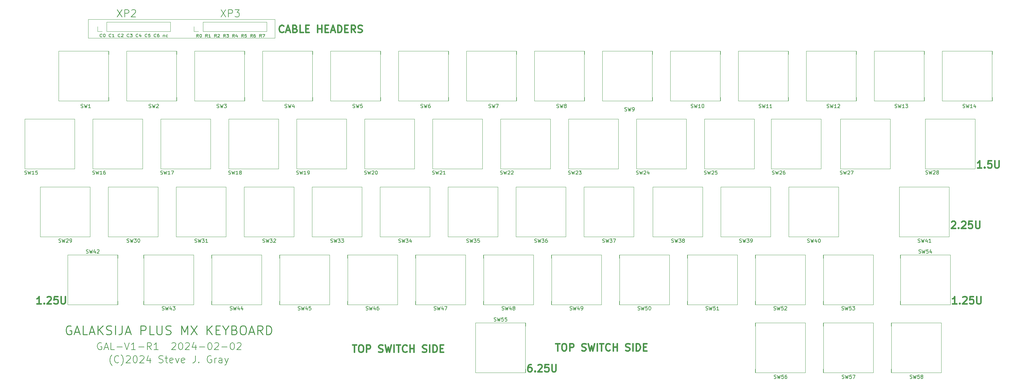
<source format=gbr>
G04 #@! TF.GenerationSoftware,KiCad,Pcbnew,7.0.6*
G04 #@! TF.CreationDate,2024-02-02T16:23:30-05:00*
G04 #@! TF.ProjectId,Galaksija-mx,47616c61-6b73-4696-9a61-2d6d782e6b69,1.0*
G04 #@! TF.SameCoordinates,Original*
G04 #@! TF.FileFunction,Legend,Top*
G04 #@! TF.FilePolarity,Positive*
%FSLAX46Y46*%
G04 Gerber Fmt 4.6, Leading zero omitted, Abs format (unit mm)*
G04 Created by KiCad (PCBNEW 7.0.6) date 2024-02-02 16:23:30*
%MOMM*%
%LPD*%
G01*
G04 APERTURE LIST*
%ADD10C,0.200000*%
%ADD11C,0.120000*%
%ADD12C,0.400000*%
%ADD13C,0.280000*%
%ADD14C,0.150000*%
G04 APERTURE END LIST*
D10*
X98190952Y-43347338D02*
X99524285Y-45347338D01*
X99524285Y-43347338D02*
X98190952Y-45347338D01*
X100286190Y-45347338D02*
X100286190Y-43347338D01*
X100286190Y-43347338D02*
X101048095Y-43347338D01*
X101048095Y-43347338D02*
X101238571Y-43442576D01*
X101238571Y-43442576D02*
X101333809Y-43537814D01*
X101333809Y-43537814D02*
X101429047Y-43728290D01*
X101429047Y-43728290D02*
X101429047Y-44014004D01*
X101429047Y-44014004D02*
X101333809Y-44204480D01*
X101333809Y-44204480D02*
X101238571Y-44299719D01*
X101238571Y-44299719D02*
X101048095Y-44394957D01*
X101048095Y-44394957D02*
X100286190Y-44394957D01*
X102095714Y-43347338D02*
X103333809Y-43347338D01*
X103333809Y-43347338D02*
X102667142Y-44109242D01*
X102667142Y-44109242D02*
X102952857Y-44109242D01*
X102952857Y-44109242D02*
X103143333Y-44204480D01*
X103143333Y-44204480D02*
X103238571Y-44299719D01*
X103238571Y-44299719D02*
X103333809Y-44490195D01*
X103333809Y-44490195D02*
X103333809Y-44966385D01*
X103333809Y-44966385D02*
X103238571Y-45156861D01*
X103238571Y-45156861D02*
X103143333Y-45252100D01*
X103143333Y-45252100D02*
X102952857Y-45347338D01*
X102952857Y-45347338D02*
X102381428Y-45347338D01*
X102381428Y-45347338D02*
X102190952Y-45252100D01*
X102190952Y-45252100D02*
X102095714Y-45156861D01*
X69120952Y-43347338D02*
X70454285Y-45347338D01*
X70454285Y-43347338D02*
X69120952Y-45347338D01*
X71216190Y-45347338D02*
X71216190Y-43347338D01*
X71216190Y-43347338D02*
X71978095Y-43347338D01*
X71978095Y-43347338D02*
X72168571Y-43442576D01*
X72168571Y-43442576D02*
X72263809Y-43537814D01*
X72263809Y-43537814D02*
X72359047Y-43728290D01*
X72359047Y-43728290D02*
X72359047Y-44014004D01*
X72359047Y-44014004D02*
X72263809Y-44204480D01*
X72263809Y-44204480D02*
X72168571Y-44299719D01*
X72168571Y-44299719D02*
X71978095Y-44394957D01*
X71978095Y-44394957D02*
X71216190Y-44394957D01*
X73120952Y-43537814D02*
X73216190Y-43442576D01*
X73216190Y-43442576D02*
X73406666Y-43347338D01*
X73406666Y-43347338D02*
X73882857Y-43347338D01*
X73882857Y-43347338D02*
X74073333Y-43442576D01*
X74073333Y-43442576D02*
X74168571Y-43537814D01*
X74168571Y-43537814D02*
X74263809Y-43728290D01*
X74263809Y-43728290D02*
X74263809Y-43918766D01*
X74263809Y-43918766D02*
X74168571Y-44204480D01*
X74168571Y-44204480D02*
X73025714Y-45347338D01*
X73025714Y-45347338D02*
X74263809Y-45347338D01*
D11*
X60940000Y-46062500D02*
X113290000Y-46062500D01*
X113290000Y-51262500D01*
X60940000Y-51262500D01*
X60940000Y-46062500D01*
D12*
X191983633Y-136976938D02*
X193126490Y-136976938D01*
X192555061Y-138976938D02*
X192555061Y-136976938D01*
X194174109Y-136976938D02*
X194555062Y-136976938D01*
X194555062Y-136976938D02*
X194745538Y-137072176D01*
X194745538Y-137072176D02*
X194936014Y-137262652D01*
X194936014Y-137262652D02*
X195031252Y-137643604D01*
X195031252Y-137643604D02*
X195031252Y-138310271D01*
X195031252Y-138310271D02*
X194936014Y-138691223D01*
X194936014Y-138691223D02*
X194745538Y-138881700D01*
X194745538Y-138881700D02*
X194555062Y-138976938D01*
X194555062Y-138976938D02*
X194174109Y-138976938D01*
X194174109Y-138976938D02*
X193983633Y-138881700D01*
X193983633Y-138881700D02*
X193793157Y-138691223D01*
X193793157Y-138691223D02*
X193697919Y-138310271D01*
X193697919Y-138310271D02*
X193697919Y-137643604D01*
X193697919Y-137643604D02*
X193793157Y-137262652D01*
X193793157Y-137262652D02*
X193983633Y-137072176D01*
X193983633Y-137072176D02*
X194174109Y-136976938D01*
X195888395Y-138976938D02*
X195888395Y-136976938D01*
X195888395Y-136976938D02*
X196650300Y-136976938D01*
X196650300Y-136976938D02*
X196840776Y-137072176D01*
X196840776Y-137072176D02*
X196936014Y-137167414D01*
X196936014Y-137167414D02*
X197031252Y-137357890D01*
X197031252Y-137357890D02*
X197031252Y-137643604D01*
X197031252Y-137643604D02*
X196936014Y-137834080D01*
X196936014Y-137834080D02*
X196840776Y-137929319D01*
X196840776Y-137929319D02*
X196650300Y-138024557D01*
X196650300Y-138024557D02*
X195888395Y-138024557D01*
X199316967Y-138881700D02*
X199602681Y-138976938D01*
X199602681Y-138976938D02*
X200078872Y-138976938D01*
X200078872Y-138976938D02*
X200269348Y-138881700D01*
X200269348Y-138881700D02*
X200364586Y-138786461D01*
X200364586Y-138786461D02*
X200459824Y-138595985D01*
X200459824Y-138595985D02*
X200459824Y-138405509D01*
X200459824Y-138405509D02*
X200364586Y-138215033D01*
X200364586Y-138215033D02*
X200269348Y-138119795D01*
X200269348Y-138119795D02*
X200078872Y-138024557D01*
X200078872Y-138024557D02*
X199697919Y-137929319D01*
X199697919Y-137929319D02*
X199507443Y-137834080D01*
X199507443Y-137834080D02*
X199412205Y-137738842D01*
X199412205Y-137738842D02*
X199316967Y-137548366D01*
X199316967Y-137548366D02*
X199316967Y-137357890D01*
X199316967Y-137357890D02*
X199412205Y-137167414D01*
X199412205Y-137167414D02*
X199507443Y-137072176D01*
X199507443Y-137072176D02*
X199697919Y-136976938D01*
X199697919Y-136976938D02*
X200174110Y-136976938D01*
X200174110Y-136976938D02*
X200459824Y-137072176D01*
X201126491Y-136976938D02*
X201602681Y-138976938D01*
X201602681Y-138976938D02*
X201983634Y-137548366D01*
X201983634Y-137548366D02*
X202364586Y-138976938D01*
X202364586Y-138976938D02*
X202840777Y-136976938D01*
X203602681Y-138976938D02*
X203602681Y-136976938D01*
X204269348Y-136976938D02*
X205412205Y-136976938D01*
X204840776Y-138976938D02*
X204840776Y-136976938D01*
X207221729Y-138786461D02*
X207126491Y-138881700D01*
X207126491Y-138881700D02*
X206840777Y-138976938D01*
X206840777Y-138976938D02*
X206650301Y-138976938D01*
X206650301Y-138976938D02*
X206364586Y-138881700D01*
X206364586Y-138881700D02*
X206174110Y-138691223D01*
X206174110Y-138691223D02*
X206078872Y-138500747D01*
X206078872Y-138500747D02*
X205983634Y-138119795D01*
X205983634Y-138119795D02*
X205983634Y-137834080D01*
X205983634Y-137834080D02*
X206078872Y-137453128D01*
X206078872Y-137453128D02*
X206174110Y-137262652D01*
X206174110Y-137262652D02*
X206364586Y-137072176D01*
X206364586Y-137072176D02*
X206650301Y-136976938D01*
X206650301Y-136976938D02*
X206840777Y-136976938D01*
X206840777Y-136976938D02*
X207126491Y-137072176D01*
X207126491Y-137072176D02*
X207221729Y-137167414D01*
X208078872Y-138976938D02*
X208078872Y-136976938D01*
X208078872Y-137929319D02*
X209221729Y-137929319D01*
X209221729Y-138976938D02*
X209221729Y-136976938D01*
X211602682Y-138881700D02*
X211888396Y-138976938D01*
X211888396Y-138976938D02*
X212364587Y-138976938D01*
X212364587Y-138976938D02*
X212555063Y-138881700D01*
X212555063Y-138881700D02*
X212650301Y-138786461D01*
X212650301Y-138786461D02*
X212745539Y-138595985D01*
X212745539Y-138595985D02*
X212745539Y-138405509D01*
X212745539Y-138405509D02*
X212650301Y-138215033D01*
X212650301Y-138215033D02*
X212555063Y-138119795D01*
X212555063Y-138119795D02*
X212364587Y-138024557D01*
X212364587Y-138024557D02*
X211983634Y-137929319D01*
X211983634Y-137929319D02*
X211793158Y-137834080D01*
X211793158Y-137834080D02*
X211697920Y-137738842D01*
X211697920Y-137738842D02*
X211602682Y-137548366D01*
X211602682Y-137548366D02*
X211602682Y-137357890D01*
X211602682Y-137357890D02*
X211697920Y-137167414D01*
X211697920Y-137167414D02*
X211793158Y-137072176D01*
X211793158Y-137072176D02*
X211983634Y-136976938D01*
X211983634Y-136976938D02*
X212459825Y-136976938D01*
X212459825Y-136976938D02*
X212745539Y-137072176D01*
X213602682Y-138976938D02*
X213602682Y-136976938D01*
X214555063Y-138976938D02*
X214555063Y-136976938D01*
X214555063Y-136976938D02*
X215031253Y-136976938D01*
X215031253Y-136976938D02*
X215316968Y-137072176D01*
X215316968Y-137072176D02*
X215507444Y-137262652D01*
X215507444Y-137262652D02*
X215602682Y-137453128D01*
X215602682Y-137453128D02*
X215697920Y-137834080D01*
X215697920Y-137834080D02*
X215697920Y-138119795D01*
X215697920Y-138119795D02*
X215602682Y-138500747D01*
X215602682Y-138500747D02*
X215507444Y-138691223D01*
X215507444Y-138691223D02*
X215316968Y-138881700D01*
X215316968Y-138881700D02*
X215031253Y-138976938D01*
X215031253Y-138976938D02*
X214555063Y-138976938D01*
X216555063Y-137929319D02*
X217221730Y-137929319D01*
X217507444Y-138976938D02*
X216555063Y-138976938D01*
X216555063Y-138976938D02*
X216555063Y-136976938D01*
X216555063Y-136976938D02*
X217507444Y-136976938D01*
D13*
X56179047Y-132071035D02*
X55940952Y-131951987D01*
X55940952Y-131951987D02*
X55583809Y-131951987D01*
X55583809Y-131951987D02*
X55226666Y-132071035D01*
X55226666Y-132071035D02*
X54988571Y-132309130D01*
X54988571Y-132309130D02*
X54869524Y-132547225D01*
X54869524Y-132547225D02*
X54750476Y-133023416D01*
X54750476Y-133023416D02*
X54750476Y-133380559D01*
X54750476Y-133380559D02*
X54869524Y-133856749D01*
X54869524Y-133856749D02*
X54988571Y-134094844D01*
X54988571Y-134094844D02*
X55226666Y-134332940D01*
X55226666Y-134332940D02*
X55583809Y-134451987D01*
X55583809Y-134451987D02*
X55821905Y-134451987D01*
X55821905Y-134451987D02*
X56179047Y-134332940D01*
X56179047Y-134332940D02*
X56298095Y-134213892D01*
X56298095Y-134213892D02*
X56298095Y-133380559D01*
X56298095Y-133380559D02*
X55821905Y-133380559D01*
X57250476Y-133737701D02*
X58440952Y-133737701D01*
X57012381Y-134451987D02*
X57845714Y-131951987D01*
X57845714Y-131951987D02*
X58679047Y-134451987D01*
X60702857Y-134451987D02*
X59512381Y-134451987D01*
X59512381Y-134451987D02*
X59512381Y-131951987D01*
X61417143Y-133737701D02*
X62607619Y-133737701D01*
X61179048Y-134451987D02*
X62012381Y-131951987D01*
X62012381Y-131951987D02*
X62845714Y-134451987D01*
X63679048Y-134451987D02*
X63679048Y-131951987D01*
X65107619Y-134451987D02*
X64036190Y-133023416D01*
X65107619Y-131951987D02*
X63679048Y-133380559D01*
X66060000Y-134332940D02*
X66417143Y-134451987D01*
X66417143Y-134451987D02*
X67012381Y-134451987D01*
X67012381Y-134451987D02*
X67250476Y-134332940D01*
X67250476Y-134332940D02*
X67369524Y-134213892D01*
X67369524Y-134213892D02*
X67488571Y-133975797D01*
X67488571Y-133975797D02*
X67488571Y-133737701D01*
X67488571Y-133737701D02*
X67369524Y-133499606D01*
X67369524Y-133499606D02*
X67250476Y-133380559D01*
X67250476Y-133380559D02*
X67012381Y-133261511D01*
X67012381Y-133261511D02*
X66536190Y-133142463D01*
X66536190Y-133142463D02*
X66298095Y-133023416D01*
X66298095Y-133023416D02*
X66179048Y-132904368D01*
X66179048Y-132904368D02*
X66060000Y-132666273D01*
X66060000Y-132666273D02*
X66060000Y-132428178D01*
X66060000Y-132428178D02*
X66179048Y-132190082D01*
X66179048Y-132190082D02*
X66298095Y-132071035D01*
X66298095Y-132071035D02*
X66536190Y-131951987D01*
X66536190Y-131951987D02*
X67131429Y-131951987D01*
X67131429Y-131951987D02*
X67488571Y-132071035D01*
X68560000Y-134451987D02*
X68560000Y-131951987D01*
X70464761Y-131951987D02*
X70464761Y-133737701D01*
X70464761Y-133737701D02*
X70345714Y-134094844D01*
X70345714Y-134094844D02*
X70107618Y-134332940D01*
X70107618Y-134332940D02*
X69750476Y-134451987D01*
X69750476Y-134451987D02*
X69512380Y-134451987D01*
X71536190Y-133737701D02*
X72726666Y-133737701D01*
X71298095Y-134451987D02*
X72131428Y-131951987D01*
X72131428Y-131951987D02*
X72964761Y-134451987D01*
X75702857Y-134451987D02*
X75702857Y-131951987D01*
X75702857Y-131951987D02*
X76655238Y-131951987D01*
X76655238Y-131951987D02*
X76893333Y-132071035D01*
X76893333Y-132071035D02*
X77012380Y-132190082D01*
X77012380Y-132190082D02*
X77131428Y-132428178D01*
X77131428Y-132428178D02*
X77131428Y-132785320D01*
X77131428Y-132785320D02*
X77012380Y-133023416D01*
X77012380Y-133023416D02*
X76893333Y-133142463D01*
X76893333Y-133142463D02*
X76655238Y-133261511D01*
X76655238Y-133261511D02*
X75702857Y-133261511D01*
X79393333Y-134451987D02*
X78202857Y-134451987D01*
X78202857Y-134451987D02*
X78202857Y-131951987D01*
X80226667Y-131951987D02*
X80226667Y-133975797D01*
X80226667Y-133975797D02*
X80345714Y-134213892D01*
X80345714Y-134213892D02*
X80464762Y-134332940D01*
X80464762Y-134332940D02*
X80702857Y-134451987D01*
X80702857Y-134451987D02*
X81179048Y-134451987D01*
X81179048Y-134451987D02*
X81417143Y-134332940D01*
X81417143Y-134332940D02*
X81536190Y-134213892D01*
X81536190Y-134213892D02*
X81655238Y-133975797D01*
X81655238Y-133975797D02*
X81655238Y-131951987D01*
X82726667Y-134332940D02*
X83083810Y-134451987D01*
X83083810Y-134451987D02*
X83679048Y-134451987D01*
X83679048Y-134451987D02*
X83917143Y-134332940D01*
X83917143Y-134332940D02*
X84036191Y-134213892D01*
X84036191Y-134213892D02*
X84155238Y-133975797D01*
X84155238Y-133975797D02*
X84155238Y-133737701D01*
X84155238Y-133737701D02*
X84036191Y-133499606D01*
X84036191Y-133499606D02*
X83917143Y-133380559D01*
X83917143Y-133380559D02*
X83679048Y-133261511D01*
X83679048Y-133261511D02*
X83202857Y-133142463D01*
X83202857Y-133142463D02*
X82964762Y-133023416D01*
X82964762Y-133023416D02*
X82845715Y-132904368D01*
X82845715Y-132904368D02*
X82726667Y-132666273D01*
X82726667Y-132666273D02*
X82726667Y-132428178D01*
X82726667Y-132428178D02*
X82845715Y-132190082D01*
X82845715Y-132190082D02*
X82964762Y-132071035D01*
X82964762Y-132071035D02*
X83202857Y-131951987D01*
X83202857Y-131951987D02*
X83798096Y-131951987D01*
X83798096Y-131951987D02*
X84155238Y-132071035D01*
X87131429Y-134451987D02*
X87131429Y-131951987D01*
X87131429Y-131951987D02*
X87964762Y-133737701D01*
X87964762Y-133737701D02*
X88798095Y-131951987D01*
X88798095Y-131951987D02*
X88798095Y-134451987D01*
X89750476Y-131951987D02*
X91417143Y-134451987D01*
X91417143Y-131951987D02*
X89750476Y-134451987D01*
X94274286Y-134451987D02*
X94274286Y-131951987D01*
X95702857Y-134451987D02*
X94631428Y-133023416D01*
X95702857Y-131951987D02*
X94274286Y-133380559D01*
X96774286Y-133142463D02*
X97607619Y-133142463D01*
X97964762Y-134451987D02*
X96774286Y-134451987D01*
X96774286Y-134451987D02*
X96774286Y-131951987D01*
X96774286Y-131951987D02*
X97964762Y-131951987D01*
X99512381Y-133261511D02*
X99512381Y-134451987D01*
X98679048Y-131951987D02*
X99512381Y-133261511D01*
X99512381Y-133261511D02*
X100345714Y-131951987D01*
X102012381Y-133142463D02*
X102369524Y-133261511D01*
X102369524Y-133261511D02*
X102488571Y-133380559D01*
X102488571Y-133380559D02*
X102607619Y-133618654D01*
X102607619Y-133618654D02*
X102607619Y-133975797D01*
X102607619Y-133975797D02*
X102488571Y-134213892D01*
X102488571Y-134213892D02*
X102369524Y-134332940D01*
X102369524Y-134332940D02*
X102131429Y-134451987D01*
X102131429Y-134451987D02*
X101179048Y-134451987D01*
X101179048Y-134451987D02*
X101179048Y-131951987D01*
X101179048Y-131951987D02*
X102012381Y-131951987D01*
X102012381Y-131951987D02*
X102250476Y-132071035D01*
X102250476Y-132071035D02*
X102369524Y-132190082D01*
X102369524Y-132190082D02*
X102488571Y-132428178D01*
X102488571Y-132428178D02*
X102488571Y-132666273D01*
X102488571Y-132666273D02*
X102369524Y-132904368D01*
X102369524Y-132904368D02*
X102250476Y-133023416D01*
X102250476Y-133023416D02*
X102012381Y-133142463D01*
X102012381Y-133142463D02*
X101179048Y-133142463D01*
X104155238Y-131951987D02*
X104631429Y-131951987D01*
X104631429Y-131951987D02*
X104869524Y-132071035D01*
X104869524Y-132071035D02*
X105107619Y-132309130D01*
X105107619Y-132309130D02*
X105226667Y-132785320D01*
X105226667Y-132785320D02*
X105226667Y-133618654D01*
X105226667Y-133618654D02*
X105107619Y-134094844D01*
X105107619Y-134094844D02*
X104869524Y-134332940D01*
X104869524Y-134332940D02*
X104631429Y-134451987D01*
X104631429Y-134451987D02*
X104155238Y-134451987D01*
X104155238Y-134451987D02*
X103917143Y-134332940D01*
X103917143Y-134332940D02*
X103679048Y-134094844D01*
X103679048Y-134094844D02*
X103560000Y-133618654D01*
X103560000Y-133618654D02*
X103560000Y-132785320D01*
X103560000Y-132785320D02*
X103679048Y-132309130D01*
X103679048Y-132309130D02*
X103917143Y-132071035D01*
X103917143Y-132071035D02*
X104155238Y-131951987D01*
X106179048Y-133737701D02*
X107369524Y-133737701D01*
X105940953Y-134451987D02*
X106774286Y-131951987D01*
X106774286Y-131951987D02*
X107607619Y-134451987D01*
X109869524Y-134451987D02*
X109036191Y-133261511D01*
X108440953Y-134451987D02*
X108440953Y-131951987D01*
X108440953Y-131951987D02*
X109393334Y-131951987D01*
X109393334Y-131951987D02*
X109631429Y-132071035D01*
X109631429Y-132071035D02*
X109750476Y-132190082D01*
X109750476Y-132190082D02*
X109869524Y-132428178D01*
X109869524Y-132428178D02*
X109869524Y-132785320D01*
X109869524Y-132785320D02*
X109750476Y-133023416D01*
X109750476Y-133023416D02*
X109631429Y-133142463D01*
X109631429Y-133142463D02*
X109393334Y-133261511D01*
X109393334Y-133261511D02*
X108440953Y-133261511D01*
X110940953Y-134451987D02*
X110940953Y-131951987D01*
X110940953Y-131951987D02*
X111536191Y-131951987D01*
X111536191Y-131951987D02*
X111893334Y-132071035D01*
X111893334Y-132071035D02*
X112131429Y-132309130D01*
X112131429Y-132309130D02*
X112250476Y-132547225D01*
X112250476Y-132547225D02*
X112369524Y-133023416D01*
X112369524Y-133023416D02*
X112369524Y-133380559D01*
X112369524Y-133380559D02*
X112250476Y-133856749D01*
X112250476Y-133856749D02*
X112131429Y-134094844D01*
X112131429Y-134094844D02*
X111893334Y-134332940D01*
X111893334Y-134332940D02*
X111536191Y-134451987D01*
X111536191Y-134451987D02*
X110940953Y-134451987D01*
D10*
X67655237Y-143129242D02*
X67559998Y-143034004D01*
X67559998Y-143034004D02*
X67369522Y-142748290D01*
X67369522Y-142748290D02*
X67274284Y-142557814D01*
X67274284Y-142557814D02*
X67179046Y-142272100D01*
X67179046Y-142272100D02*
X67083808Y-141795909D01*
X67083808Y-141795909D02*
X67083808Y-141414957D01*
X67083808Y-141414957D02*
X67179046Y-140938766D01*
X67179046Y-140938766D02*
X67274284Y-140653052D01*
X67274284Y-140653052D02*
X67369522Y-140462576D01*
X67369522Y-140462576D02*
X67559998Y-140176861D01*
X67559998Y-140176861D02*
X67655237Y-140081623D01*
X69559998Y-142176861D02*
X69464760Y-142272100D01*
X69464760Y-142272100D02*
X69179046Y-142367338D01*
X69179046Y-142367338D02*
X68988570Y-142367338D01*
X68988570Y-142367338D02*
X68702855Y-142272100D01*
X68702855Y-142272100D02*
X68512379Y-142081623D01*
X68512379Y-142081623D02*
X68417141Y-141891147D01*
X68417141Y-141891147D02*
X68321903Y-141510195D01*
X68321903Y-141510195D02*
X68321903Y-141224480D01*
X68321903Y-141224480D02*
X68417141Y-140843528D01*
X68417141Y-140843528D02*
X68512379Y-140653052D01*
X68512379Y-140653052D02*
X68702855Y-140462576D01*
X68702855Y-140462576D02*
X68988570Y-140367338D01*
X68988570Y-140367338D02*
X69179046Y-140367338D01*
X69179046Y-140367338D02*
X69464760Y-140462576D01*
X69464760Y-140462576D02*
X69559998Y-140557814D01*
X70226665Y-143129242D02*
X70321903Y-143034004D01*
X70321903Y-143034004D02*
X70512379Y-142748290D01*
X70512379Y-142748290D02*
X70607617Y-142557814D01*
X70607617Y-142557814D02*
X70702855Y-142272100D01*
X70702855Y-142272100D02*
X70798093Y-141795909D01*
X70798093Y-141795909D02*
X70798093Y-141414957D01*
X70798093Y-141414957D02*
X70702855Y-140938766D01*
X70702855Y-140938766D02*
X70607617Y-140653052D01*
X70607617Y-140653052D02*
X70512379Y-140462576D01*
X70512379Y-140462576D02*
X70321903Y-140176861D01*
X70321903Y-140176861D02*
X70226665Y-140081623D01*
X71655236Y-140557814D02*
X71750474Y-140462576D01*
X71750474Y-140462576D02*
X71940950Y-140367338D01*
X71940950Y-140367338D02*
X72417141Y-140367338D01*
X72417141Y-140367338D02*
X72607617Y-140462576D01*
X72607617Y-140462576D02*
X72702855Y-140557814D01*
X72702855Y-140557814D02*
X72798093Y-140748290D01*
X72798093Y-140748290D02*
X72798093Y-140938766D01*
X72798093Y-140938766D02*
X72702855Y-141224480D01*
X72702855Y-141224480D02*
X71559998Y-142367338D01*
X71559998Y-142367338D02*
X72798093Y-142367338D01*
X74036188Y-140367338D02*
X74226665Y-140367338D01*
X74226665Y-140367338D02*
X74417141Y-140462576D01*
X74417141Y-140462576D02*
X74512379Y-140557814D01*
X74512379Y-140557814D02*
X74607617Y-140748290D01*
X74607617Y-140748290D02*
X74702855Y-141129242D01*
X74702855Y-141129242D02*
X74702855Y-141605433D01*
X74702855Y-141605433D02*
X74607617Y-141986385D01*
X74607617Y-141986385D02*
X74512379Y-142176861D01*
X74512379Y-142176861D02*
X74417141Y-142272100D01*
X74417141Y-142272100D02*
X74226665Y-142367338D01*
X74226665Y-142367338D02*
X74036188Y-142367338D01*
X74036188Y-142367338D02*
X73845712Y-142272100D01*
X73845712Y-142272100D02*
X73750474Y-142176861D01*
X73750474Y-142176861D02*
X73655236Y-141986385D01*
X73655236Y-141986385D02*
X73559998Y-141605433D01*
X73559998Y-141605433D02*
X73559998Y-141129242D01*
X73559998Y-141129242D02*
X73655236Y-140748290D01*
X73655236Y-140748290D02*
X73750474Y-140557814D01*
X73750474Y-140557814D02*
X73845712Y-140462576D01*
X73845712Y-140462576D02*
X74036188Y-140367338D01*
X75464760Y-140557814D02*
X75559998Y-140462576D01*
X75559998Y-140462576D02*
X75750474Y-140367338D01*
X75750474Y-140367338D02*
X76226665Y-140367338D01*
X76226665Y-140367338D02*
X76417141Y-140462576D01*
X76417141Y-140462576D02*
X76512379Y-140557814D01*
X76512379Y-140557814D02*
X76607617Y-140748290D01*
X76607617Y-140748290D02*
X76607617Y-140938766D01*
X76607617Y-140938766D02*
X76512379Y-141224480D01*
X76512379Y-141224480D02*
X75369522Y-142367338D01*
X75369522Y-142367338D02*
X76607617Y-142367338D01*
X78321903Y-141034004D02*
X78321903Y-142367338D01*
X77845712Y-140272100D02*
X77369522Y-141700671D01*
X77369522Y-141700671D02*
X78607617Y-141700671D01*
X80798094Y-142272100D02*
X81083808Y-142367338D01*
X81083808Y-142367338D02*
X81559999Y-142367338D01*
X81559999Y-142367338D02*
X81750475Y-142272100D01*
X81750475Y-142272100D02*
X81845713Y-142176861D01*
X81845713Y-142176861D02*
X81940951Y-141986385D01*
X81940951Y-141986385D02*
X81940951Y-141795909D01*
X81940951Y-141795909D02*
X81845713Y-141605433D01*
X81845713Y-141605433D02*
X81750475Y-141510195D01*
X81750475Y-141510195D02*
X81559999Y-141414957D01*
X81559999Y-141414957D02*
X81179046Y-141319719D01*
X81179046Y-141319719D02*
X80988570Y-141224480D01*
X80988570Y-141224480D02*
X80893332Y-141129242D01*
X80893332Y-141129242D02*
X80798094Y-140938766D01*
X80798094Y-140938766D02*
X80798094Y-140748290D01*
X80798094Y-140748290D02*
X80893332Y-140557814D01*
X80893332Y-140557814D02*
X80988570Y-140462576D01*
X80988570Y-140462576D02*
X81179046Y-140367338D01*
X81179046Y-140367338D02*
X81655237Y-140367338D01*
X81655237Y-140367338D02*
X81940951Y-140462576D01*
X82512380Y-141034004D02*
X83274284Y-141034004D01*
X82798094Y-140367338D02*
X82798094Y-142081623D01*
X82798094Y-142081623D02*
X82893332Y-142272100D01*
X82893332Y-142272100D02*
X83083808Y-142367338D01*
X83083808Y-142367338D02*
X83274284Y-142367338D01*
X84702856Y-142272100D02*
X84512380Y-142367338D01*
X84512380Y-142367338D02*
X84131427Y-142367338D01*
X84131427Y-142367338D02*
X83940951Y-142272100D01*
X83940951Y-142272100D02*
X83845713Y-142081623D01*
X83845713Y-142081623D02*
X83845713Y-141319719D01*
X83845713Y-141319719D02*
X83940951Y-141129242D01*
X83940951Y-141129242D02*
X84131427Y-141034004D01*
X84131427Y-141034004D02*
X84512380Y-141034004D01*
X84512380Y-141034004D02*
X84702856Y-141129242D01*
X84702856Y-141129242D02*
X84798094Y-141319719D01*
X84798094Y-141319719D02*
X84798094Y-141510195D01*
X84798094Y-141510195D02*
X83845713Y-141700671D01*
X85464761Y-141034004D02*
X85940951Y-142367338D01*
X85940951Y-142367338D02*
X86417142Y-141034004D01*
X87940952Y-142272100D02*
X87750476Y-142367338D01*
X87750476Y-142367338D02*
X87369523Y-142367338D01*
X87369523Y-142367338D02*
X87179047Y-142272100D01*
X87179047Y-142272100D02*
X87083809Y-142081623D01*
X87083809Y-142081623D02*
X87083809Y-141319719D01*
X87083809Y-141319719D02*
X87179047Y-141129242D01*
X87179047Y-141129242D02*
X87369523Y-141034004D01*
X87369523Y-141034004D02*
X87750476Y-141034004D01*
X87750476Y-141034004D02*
X87940952Y-141129242D01*
X87940952Y-141129242D02*
X88036190Y-141319719D01*
X88036190Y-141319719D02*
X88036190Y-141510195D01*
X88036190Y-141510195D02*
X87083809Y-141700671D01*
X90988572Y-140367338D02*
X90988572Y-141795909D01*
X90988572Y-141795909D02*
X90893333Y-142081623D01*
X90893333Y-142081623D02*
X90702857Y-142272100D01*
X90702857Y-142272100D02*
X90417143Y-142367338D01*
X90417143Y-142367338D02*
X90226667Y-142367338D01*
X91940953Y-142176861D02*
X92036191Y-142272100D01*
X92036191Y-142272100D02*
X91940953Y-142367338D01*
X91940953Y-142367338D02*
X91845715Y-142272100D01*
X91845715Y-142272100D02*
X91940953Y-142176861D01*
X91940953Y-142176861D02*
X91940953Y-142367338D01*
X95464763Y-140462576D02*
X95274287Y-140367338D01*
X95274287Y-140367338D02*
X94988573Y-140367338D01*
X94988573Y-140367338D02*
X94702858Y-140462576D01*
X94702858Y-140462576D02*
X94512382Y-140653052D01*
X94512382Y-140653052D02*
X94417144Y-140843528D01*
X94417144Y-140843528D02*
X94321906Y-141224480D01*
X94321906Y-141224480D02*
X94321906Y-141510195D01*
X94321906Y-141510195D02*
X94417144Y-141891147D01*
X94417144Y-141891147D02*
X94512382Y-142081623D01*
X94512382Y-142081623D02*
X94702858Y-142272100D01*
X94702858Y-142272100D02*
X94988573Y-142367338D01*
X94988573Y-142367338D02*
X95179049Y-142367338D01*
X95179049Y-142367338D02*
X95464763Y-142272100D01*
X95464763Y-142272100D02*
X95560001Y-142176861D01*
X95560001Y-142176861D02*
X95560001Y-141510195D01*
X95560001Y-141510195D02*
X95179049Y-141510195D01*
X96417144Y-142367338D02*
X96417144Y-141034004D01*
X96417144Y-141414957D02*
X96512382Y-141224480D01*
X96512382Y-141224480D02*
X96607620Y-141129242D01*
X96607620Y-141129242D02*
X96798096Y-141034004D01*
X96798096Y-141034004D02*
X96988573Y-141034004D01*
X98512382Y-142367338D02*
X98512382Y-141319719D01*
X98512382Y-141319719D02*
X98417144Y-141129242D01*
X98417144Y-141129242D02*
X98226668Y-141034004D01*
X98226668Y-141034004D02*
X97845715Y-141034004D01*
X97845715Y-141034004D02*
X97655239Y-141129242D01*
X98512382Y-142272100D02*
X98321906Y-142367338D01*
X98321906Y-142367338D02*
X97845715Y-142367338D01*
X97845715Y-142367338D02*
X97655239Y-142272100D01*
X97655239Y-142272100D02*
X97560001Y-142081623D01*
X97560001Y-142081623D02*
X97560001Y-141891147D01*
X97560001Y-141891147D02*
X97655239Y-141700671D01*
X97655239Y-141700671D02*
X97845715Y-141605433D01*
X97845715Y-141605433D02*
X98321906Y-141605433D01*
X98321906Y-141605433D02*
X98512382Y-141510195D01*
X99274287Y-141034004D02*
X99750477Y-142367338D01*
X100226668Y-141034004D02*
X99750477Y-142367338D01*
X99750477Y-142367338D02*
X99560001Y-142843528D01*
X99560001Y-142843528D02*
X99464763Y-142938766D01*
X99464763Y-142938766D02*
X99274287Y-143034004D01*
X64689999Y-136792576D02*
X64499523Y-136697338D01*
X64499523Y-136697338D02*
X64213809Y-136697338D01*
X64213809Y-136697338D02*
X63928094Y-136792576D01*
X63928094Y-136792576D02*
X63737618Y-136983052D01*
X63737618Y-136983052D02*
X63642380Y-137173528D01*
X63642380Y-137173528D02*
X63547142Y-137554480D01*
X63547142Y-137554480D02*
X63547142Y-137840195D01*
X63547142Y-137840195D02*
X63642380Y-138221147D01*
X63642380Y-138221147D02*
X63737618Y-138411623D01*
X63737618Y-138411623D02*
X63928094Y-138602100D01*
X63928094Y-138602100D02*
X64213809Y-138697338D01*
X64213809Y-138697338D02*
X64404285Y-138697338D01*
X64404285Y-138697338D02*
X64689999Y-138602100D01*
X64689999Y-138602100D02*
X64785237Y-138506861D01*
X64785237Y-138506861D02*
X64785237Y-137840195D01*
X64785237Y-137840195D02*
X64404285Y-137840195D01*
X65547142Y-138125909D02*
X66499523Y-138125909D01*
X65356666Y-138697338D02*
X66023332Y-136697338D01*
X66023332Y-136697338D02*
X66689999Y-138697338D01*
X68309047Y-138697338D02*
X67356666Y-138697338D01*
X67356666Y-138697338D02*
X67356666Y-136697338D01*
X68975714Y-137935433D02*
X70499524Y-137935433D01*
X71166190Y-136697338D02*
X71832856Y-138697338D01*
X71832856Y-138697338D02*
X72499523Y-136697338D01*
X74213809Y-138697338D02*
X73070952Y-138697338D01*
X73642380Y-138697338D02*
X73642380Y-136697338D01*
X73642380Y-136697338D02*
X73451904Y-136983052D01*
X73451904Y-136983052D02*
X73261428Y-137173528D01*
X73261428Y-137173528D02*
X73070952Y-137268766D01*
X75070952Y-137935433D02*
X76594762Y-137935433D01*
X78689999Y-138697338D02*
X78023332Y-137744957D01*
X77547142Y-138697338D02*
X77547142Y-136697338D01*
X77547142Y-136697338D02*
X78309047Y-136697338D01*
X78309047Y-136697338D02*
X78499523Y-136792576D01*
X78499523Y-136792576D02*
X78594761Y-136887814D01*
X78594761Y-136887814D02*
X78689999Y-137078290D01*
X78689999Y-137078290D02*
X78689999Y-137364004D01*
X78689999Y-137364004D02*
X78594761Y-137554480D01*
X78594761Y-137554480D02*
X78499523Y-137649719D01*
X78499523Y-137649719D02*
X78309047Y-137744957D01*
X78309047Y-137744957D02*
X77547142Y-137744957D01*
X80594761Y-138697338D02*
X79451904Y-138697338D01*
X80023332Y-138697338D02*
X80023332Y-136697338D01*
X80023332Y-136697338D02*
X79832856Y-136983052D01*
X79832856Y-136983052D02*
X79642380Y-137173528D01*
X79642380Y-137173528D02*
X79451904Y-137268766D01*
X84404286Y-136887814D02*
X84499524Y-136792576D01*
X84499524Y-136792576D02*
X84690000Y-136697338D01*
X84690000Y-136697338D02*
X85166191Y-136697338D01*
X85166191Y-136697338D02*
X85356667Y-136792576D01*
X85356667Y-136792576D02*
X85451905Y-136887814D01*
X85451905Y-136887814D02*
X85547143Y-137078290D01*
X85547143Y-137078290D02*
X85547143Y-137268766D01*
X85547143Y-137268766D02*
X85451905Y-137554480D01*
X85451905Y-137554480D02*
X84309048Y-138697338D01*
X84309048Y-138697338D02*
X85547143Y-138697338D01*
X86785238Y-136697338D02*
X86975715Y-136697338D01*
X86975715Y-136697338D02*
X87166191Y-136792576D01*
X87166191Y-136792576D02*
X87261429Y-136887814D01*
X87261429Y-136887814D02*
X87356667Y-137078290D01*
X87356667Y-137078290D02*
X87451905Y-137459242D01*
X87451905Y-137459242D02*
X87451905Y-137935433D01*
X87451905Y-137935433D02*
X87356667Y-138316385D01*
X87356667Y-138316385D02*
X87261429Y-138506861D01*
X87261429Y-138506861D02*
X87166191Y-138602100D01*
X87166191Y-138602100D02*
X86975715Y-138697338D01*
X86975715Y-138697338D02*
X86785238Y-138697338D01*
X86785238Y-138697338D02*
X86594762Y-138602100D01*
X86594762Y-138602100D02*
X86499524Y-138506861D01*
X86499524Y-138506861D02*
X86404286Y-138316385D01*
X86404286Y-138316385D02*
X86309048Y-137935433D01*
X86309048Y-137935433D02*
X86309048Y-137459242D01*
X86309048Y-137459242D02*
X86404286Y-137078290D01*
X86404286Y-137078290D02*
X86499524Y-136887814D01*
X86499524Y-136887814D02*
X86594762Y-136792576D01*
X86594762Y-136792576D02*
X86785238Y-136697338D01*
X88213810Y-136887814D02*
X88309048Y-136792576D01*
X88309048Y-136792576D02*
X88499524Y-136697338D01*
X88499524Y-136697338D02*
X88975715Y-136697338D01*
X88975715Y-136697338D02*
X89166191Y-136792576D01*
X89166191Y-136792576D02*
X89261429Y-136887814D01*
X89261429Y-136887814D02*
X89356667Y-137078290D01*
X89356667Y-137078290D02*
X89356667Y-137268766D01*
X89356667Y-137268766D02*
X89261429Y-137554480D01*
X89261429Y-137554480D02*
X88118572Y-138697338D01*
X88118572Y-138697338D02*
X89356667Y-138697338D01*
X91070953Y-137364004D02*
X91070953Y-138697338D01*
X90594762Y-136602100D02*
X90118572Y-138030671D01*
X90118572Y-138030671D02*
X91356667Y-138030671D01*
X92118572Y-137935433D02*
X93642382Y-137935433D01*
X94975714Y-136697338D02*
X95166191Y-136697338D01*
X95166191Y-136697338D02*
X95356667Y-136792576D01*
X95356667Y-136792576D02*
X95451905Y-136887814D01*
X95451905Y-136887814D02*
X95547143Y-137078290D01*
X95547143Y-137078290D02*
X95642381Y-137459242D01*
X95642381Y-137459242D02*
X95642381Y-137935433D01*
X95642381Y-137935433D02*
X95547143Y-138316385D01*
X95547143Y-138316385D02*
X95451905Y-138506861D01*
X95451905Y-138506861D02*
X95356667Y-138602100D01*
X95356667Y-138602100D02*
X95166191Y-138697338D01*
X95166191Y-138697338D02*
X94975714Y-138697338D01*
X94975714Y-138697338D02*
X94785238Y-138602100D01*
X94785238Y-138602100D02*
X94690000Y-138506861D01*
X94690000Y-138506861D02*
X94594762Y-138316385D01*
X94594762Y-138316385D02*
X94499524Y-137935433D01*
X94499524Y-137935433D02*
X94499524Y-137459242D01*
X94499524Y-137459242D02*
X94594762Y-137078290D01*
X94594762Y-137078290D02*
X94690000Y-136887814D01*
X94690000Y-136887814D02*
X94785238Y-136792576D01*
X94785238Y-136792576D02*
X94975714Y-136697338D01*
X96404286Y-136887814D02*
X96499524Y-136792576D01*
X96499524Y-136792576D02*
X96690000Y-136697338D01*
X96690000Y-136697338D02*
X97166191Y-136697338D01*
X97166191Y-136697338D02*
X97356667Y-136792576D01*
X97356667Y-136792576D02*
X97451905Y-136887814D01*
X97451905Y-136887814D02*
X97547143Y-137078290D01*
X97547143Y-137078290D02*
X97547143Y-137268766D01*
X97547143Y-137268766D02*
X97451905Y-137554480D01*
X97451905Y-137554480D02*
X96309048Y-138697338D01*
X96309048Y-138697338D02*
X97547143Y-138697338D01*
X98404286Y-137935433D02*
X99928096Y-137935433D01*
X101261428Y-136697338D02*
X101451905Y-136697338D01*
X101451905Y-136697338D02*
X101642381Y-136792576D01*
X101642381Y-136792576D02*
X101737619Y-136887814D01*
X101737619Y-136887814D02*
X101832857Y-137078290D01*
X101832857Y-137078290D02*
X101928095Y-137459242D01*
X101928095Y-137459242D02*
X101928095Y-137935433D01*
X101928095Y-137935433D02*
X101832857Y-138316385D01*
X101832857Y-138316385D02*
X101737619Y-138506861D01*
X101737619Y-138506861D02*
X101642381Y-138602100D01*
X101642381Y-138602100D02*
X101451905Y-138697338D01*
X101451905Y-138697338D02*
X101261428Y-138697338D01*
X101261428Y-138697338D02*
X101070952Y-138602100D01*
X101070952Y-138602100D02*
X100975714Y-138506861D01*
X100975714Y-138506861D02*
X100880476Y-138316385D01*
X100880476Y-138316385D02*
X100785238Y-137935433D01*
X100785238Y-137935433D02*
X100785238Y-137459242D01*
X100785238Y-137459242D02*
X100880476Y-137078290D01*
X100880476Y-137078290D02*
X100975714Y-136887814D01*
X100975714Y-136887814D02*
X101070952Y-136792576D01*
X101070952Y-136792576D02*
X101261428Y-136697338D01*
X102690000Y-136887814D02*
X102785238Y-136792576D01*
X102785238Y-136792576D02*
X102975714Y-136697338D01*
X102975714Y-136697338D02*
X103451905Y-136697338D01*
X103451905Y-136697338D02*
X103642381Y-136792576D01*
X103642381Y-136792576D02*
X103737619Y-136887814D01*
X103737619Y-136887814D02*
X103832857Y-137078290D01*
X103832857Y-137078290D02*
X103832857Y-137268766D01*
X103832857Y-137268766D02*
X103737619Y-137554480D01*
X103737619Y-137554480D02*
X102594762Y-138697338D01*
X102594762Y-138697338D02*
X103832857Y-138697338D01*
D14*
X91861541Y-51046795D02*
X91551541Y-50665842D01*
X91330112Y-51046795D02*
X91330112Y-50246795D01*
X91330112Y-50246795D02*
X91684398Y-50246795D01*
X91684398Y-50246795D02*
X91772969Y-50284890D01*
X91772969Y-50284890D02*
X91817255Y-50322985D01*
X91817255Y-50322985D02*
X91861541Y-50399176D01*
X91861541Y-50399176D02*
X91861541Y-50513461D01*
X91861541Y-50513461D02*
X91817255Y-50589652D01*
X91817255Y-50589652D02*
X91772969Y-50627747D01*
X91772969Y-50627747D02*
X91684398Y-50665842D01*
X91684398Y-50665842D02*
X91330112Y-50665842D01*
X92437255Y-50246795D02*
X92525826Y-50246795D01*
X92525826Y-50246795D02*
X92614398Y-50284890D01*
X92614398Y-50284890D02*
X92658684Y-50322985D01*
X92658684Y-50322985D02*
X92702969Y-50399176D01*
X92702969Y-50399176D02*
X92747255Y-50551557D01*
X92747255Y-50551557D02*
X92747255Y-50742033D01*
X92747255Y-50742033D02*
X92702969Y-50894414D01*
X92702969Y-50894414D02*
X92658684Y-50970604D01*
X92658684Y-50970604D02*
X92614398Y-51008700D01*
X92614398Y-51008700D02*
X92525826Y-51046795D01*
X92525826Y-51046795D02*
X92437255Y-51046795D01*
X92437255Y-51046795D02*
X92348684Y-51008700D01*
X92348684Y-51008700D02*
X92304398Y-50970604D01*
X92304398Y-50970604D02*
X92260112Y-50894414D01*
X92260112Y-50894414D02*
X92215826Y-50742033D01*
X92215826Y-50742033D02*
X92215826Y-50551557D01*
X92215826Y-50551557D02*
X92260112Y-50399176D01*
X92260112Y-50399176D02*
X92304398Y-50322985D01*
X92304398Y-50322985D02*
X92348684Y-50284890D01*
X92348684Y-50284890D02*
X92437255Y-50246795D01*
X94385826Y-51046795D02*
X94075826Y-50665842D01*
X93854397Y-51046795D02*
X93854397Y-50246795D01*
X93854397Y-50246795D02*
X94208683Y-50246795D01*
X94208683Y-50246795D02*
X94297254Y-50284890D01*
X94297254Y-50284890D02*
X94341540Y-50322985D01*
X94341540Y-50322985D02*
X94385826Y-50399176D01*
X94385826Y-50399176D02*
X94385826Y-50513461D01*
X94385826Y-50513461D02*
X94341540Y-50589652D01*
X94341540Y-50589652D02*
X94297254Y-50627747D01*
X94297254Y-50627747D02*
X94208683Y-50665842D01*
X94208683Y-50665842D02*
X93854397Y-50665842D01*
X95271540Y-51046795D02*
X94740111Y-51046795D01*
X95005826Y-51046795D02*
X95005826Y-50246795D01*
X95005826Y-50246795D02*
X94917254Y-50361080D01*
X94917254Y-50361080D02*
X94828683Y-50437271D01*
X94828683Y-50437271D02*
X94740111Y-50475366D01*
X96910111Y-51046795D02*
X96600111Y-50665842D01*
X96378682Y-51046795D02*
X96378682Y-50246795D01*
X96378682Y-50246795D02*
X96732968Y-50246795D01*
X96732968Y-50246795D02*
X96821539Y-50284890D01*
X96821539Y-50284890D02*
X96865825Y-50322985D01*
X96865825Y-50322985D02*
X96910111Y-50399176D01*
X96910111Y-50399176D02*
X96910111Y-50513461D01*
X96910111Y-50513461D02*
X96865825Y-50589652D01*
X96865825Y-50589652D02*
X96821539Y-50627747D01*
X96821539Y-50627747D02*
X96732968Y-50665842D01*
X96732968Y-50665842D02*
X96378682Y-50665842D01*
X97264396Y-50322985D02*
X97308682Y-50284890D01*
X97308682Y-50284890D02*
X97397254Y-50246795D01*
X97397254Y-50246795D02*
X97618682Y-50246795D01*
X97618682Y-50246795D02*
X97707254Y-50284890D01*
X97707254Y-50284890D02*
X97751539Y-50322985D01*
X97751539Y-50322985D02*
X97795825Y-50399176D01*
X97795825Y-50399176D02*
X97795825Y-50475366D01*
X97795825Y-50475366D02*
X97751539Y-50589652D01*
X97751539Y-50589652D02*
X97220111Y-51046795D01*
X97220111Y-51046795D02*
X97795825Y-51046795D01*
X99434396Y-51046795D02*
X99124396Y-50665842D01*
X98902967Y-51046795D02*
X98902967Y-50246795D01*
X98902967Y-50246795D02*
X99257253Y-50246795D01*
X99257253Y-50246795D02*
X99345824Y-50284890D01*
X99345824Y-50284890D02*
X99390110Y-50322985D01*
X99390110Y-50322985D02*
X99434396Y-50399176D01*
X99434396Y-50399176D02*
X99434396Y-50513461D01*
X99434396Y-50513461D02*
X99390110Y-50589652D01*
X99390110Y-50589652D02*
X99345824Y-50627747D01*
X99345824Y-50627747D02*
X99257253Y-50665842D01*
X99257253Y-50665842D02*
X98902967Y-50665842D01*
X99744396Y-50246795D02*
X100320110Y-50246795D01*
X100320110Y-50246795D02*
X100010110Y-50551557D01*
X100010110Y-50551557D02*
X100142967Y-50551557D01*
X100142967Y-50551557D02*
X100231539Y-50589652D01*
X100231539Y-50589652D02*
X100275824Y-50627747D01*
X100275824Y-50627747D02*
X100320110Y-50703938D01*
X100320110Y-50703938D02*
X100320110Y-50894414D01*
X100320110Y-50894414D02*
X100275824Y-50970604D01*
X100275824Y-50970604D02*
X100231539Y-51008700D01*
X100231539Y-51008700D02*
X100142967Y-51046795D01*
X100142967Y-51046795D02*
X99877253Y-51046795D01*
X99877253Y-51046795D02*
X99788681Y-51008700D01*
X99788681Y-51008700D02*
X99744396Y-50970604D01*
X101958681Y-51046795D02*
X101648681Y-50665842D01*
X101427252Y-51046795D02*
X101427252Y-50246795D01*
X101427252Y-50246795D02*
X101781538Y-50246795D01*
X101781538Y-50246795D02*
X101870109Y-50284890D01*
X101870109Y-50284890D02*
X101914395Y-50322985D01*
X101914395Y-50322985D02*
X101958681Y-50399176D01*
X101958681Y-50399176D02*
X101958681Y-50513461D01*
X101958681Y-50513461D02*
X101914395Y-50589652D01*
X101914395Y-50589652D02*
X101870109Y-50627747D01*
X101870109Y-50627747D02*
X101781538Y-50665842D01*
X101781538Y-50665842D02*
X101427252Y-50665842D01*
X102755824Y-50513461D02*
X102755824Y-51046795D01*
X102534395Y-50208700D02*
X102312966Y-50780128D01*
X102312966Y-50780128D02*
X102888681Y-50780128D01*
X104482966Y-51046795D02*
X104172966Y-50665842D01*
X103951537Y-51046795D02*
X103951537Y-50246795D01*
X103951537Y-50246795D02*
X104305823Y-50246795D01*
X104305823Y-50246795D02*
X104394394Y-50284890D01*
X104394394Y-50284890D02*
X104438680Y-50322985D01*
X104438680Y-50322985D02*
X104482966Y-50399176D01*
X104482966Y-50399176D02*
X104482966Y-50513461D01*
X104482966Y-50513461D02*
X104438680Y-50589652D01*
X104438680Y-50589652D02*
X104394394Y-50627747D01*
X104394394Y-50627747D02*
X104305823Y-50665842D01*
X104305823Y-50665842D02*
X103951537Y-50665842D01*
X105324394Y-50246795D02*
X104881537Y-50246795D01*
X104881537Y-50246795D02*
X104837251Y-50627747D01*
X104837251Y-50627747D02*
X104881537Y-50589652D01*
X104881537Y-50589652D02*
X104970109Y-50551557D01*
X104970109Y-50551557D02*
X105191537Y-50551557D01*
X105191537Y-50551557D02*
X105280109Y-50589652D01*
X105280109Y-50589652D02*
X105324394Y-50627747D01*
X105324394Y-50627747D02*
X105368680Y-50703938D01*
X105368680Y-50703938D02*
X105368680Y-50894414D01*
X105368680Y-50894414D02*
X105324394Y-50970604D01*
X105324394Y-50970604D02*
X105280109Y-51008700D01*
X105280109Y-51008700D02*
X105191537Y-51046795D01*
X105191537Y-51046795D02*
X104970109Y-51046795D01*
X104970109Y-51046795D02*
X104881537Y-51008700D01*
X104881537Y-51008700D02*
X104837251Y-50970604D01*
X107007251Y-51046795D02*
X106697251Y-50665842D01*
X106475822Y-51046795D02*
X106475822Y-50246795D01*
X106475822Y-50246795D02*
X106830108Y-50246795D01*
X106830108Y-50246795D02*
X106918679Y-50284890D01*
X106918679Y-50284890D02*
X106962965Y-50322985D01*
X106962965Y-50322985D02*
X107007251Y-50399176D01*
X107007251Y-50399176D02*
X107007251Y-50513461D01*
X107007251Y-50513461D02*
X106962965Y-50589652D01*
X106962965Y-50589652D02*
X106918679Y-50627747D01*
X106918679Y-50627747D02*
X106830108Y-50665842D01*
X106830108Y-50665842D02*
X106475822Y-50665842D01*
X107804394Y-50246795D02*
X107627251Y-50246795D01*
X107627251Y-50246795D02*
X107538679Y-50284890D01*
X107538679Y-50284890D02*
X107494394Y-50322985D01*
X107494394Y-50322985D02*
X107405822Y-50437271D01*
X107405822Y-50437271D02*
X107361536Y-50589652D01*
X107361536Y-50589652D02*
X107361536Y-50894414D01*
X107361536Y-50894414D02*
X107405822Y-50970604D01*
X107405822Y-50970604D02*
X107450108Y-51008700D01*
X107450108Y-51008700D02*
X107538679Y-51046795D01*
X107538679Y-51046795D02*
X107715822Y-51046795D01*
X107715822Y-51046795D02*
X107804394Y-51008700D01*
X107804394Y-51008700D02*
X107848679Y-50970604D01*
X107848679Y-50970604D02*
X107892965Y-50894414D01*
X107892965Y-50894414D02*
X107892965Y-50703938D01*
X107892965Y-50703938D02*
X107848679Y-50627747D01*
X107848679Y-50627747D02*
X107804394Y-50589652D01*
X107804394Y-50589652D02*
X107715822Y-50551557D01*
X107715822Y-50551557D02*
X107538679Y-50551557D01*
X107538679Y-50551557D02*
X107450108Y-50589652D01*
X107450108Y-50589652D02*
X107405822Y-50627747D01*
X107405822Y-50627747D02*
X107361536Y-50703938D01*
X109531536Y-51046795D02*
X109221536Y-50665842D01*
X109000107Y-51046795D02*
X109000107Y-50246795D01*
X109000107Y-50246795D02*
X109354393Y-50246795D01*
X109354393Y-50246795D02*
X109442964Y-50284890D01*
X109442964Y-50284890D02*
X109487250Y-50322985D01*
X109487250Y-50322985D02*
X109531536Y-50399176D01*
X109531536Y-50399176D02*
X109531536Y-50513461D01*
X109531536Y-50513461D02*
X109487250Y-50589652D01*
X109487250Y-50589652D02*
X109442964Y-50627747D01*
X109442964Y-50627747D02*
X109354393Y-50665842D01*
X109354393Y-50665842D02*
X109000107Y-50665842D01*
X109841536Y-50246795D02*
X110461536Y-50246795D01*
X110461536Y-50246795D02*
X110062964Y-51046795D01*
D12*
X304379466Y-125796938D02*
X303236609Y-125796938D01*
X303808037Y-125796938D02*
X303808037Y-123796938D01*
X303808037Y-123796938D02*
X303617561Y-124082652D01*
X303617561Y-124082652D02*
X303427085Y-124273128D01*
X303427085Y-124273128D02*
X303236609Y-124368366D01*
X305236609Y-125606461D02*
X305331847Y-125701700D01*
X305331847Y-125701700D02*
X305236609Y-125796938D01*
X305236609Y-125796938D02*
X305141371Y-125701700D01*
X305141371Y-125701700D02*
X305236609Y-125606461D01*
X305236609Y-125606461D02*
X305236609Y-125796938D01*
X306093752Y-123987414D02*
X306188990Y-123892176D01*
X306188990Y-123892176D02*
X306379466Y-123796938D01*
X306379466Y-123796938D02*
X306855657Y-123796938D01*
X306855657Y-123796938D02*
X307046133Y-123892176D01*
X307046133Y-123892176D02*
X307141371Y-123987414D01*
X307141371Y-123987414D02*
X307236609Y-124177890D01*
X307236609Y-124177890D02*
X307236609Y-124368366D01*
X307236609Y-124368366D02*
X307141371Y-124654080D01*
X307141371Y-124654080D02*
X305998514Y-125796938D01*
X305998514Y-125796938D02*
X307236609Y-125796938D01*
X309046133Y-123796938D02*
X308093752Y-123796938D01*
X308093752Y-123796938D02*
X307998514Y-124749319D01*
X307998514Y-124749319D02*
X308093752Y-124654080D01*
X308093752Y-124654080D02*
X308284228Y-124558842D01*
X308284228Y-124558842D02*
X308760419Y-124558842D01*
X308760419Y-124558842D02*
X308950895Y-124654080D01*
X308950895Y-124654080D02*
X309046133Y-124749319D01*
X309046133Y-124749319D02*
X309141371Y-124939795D01*
X309141371Y-124939795D02*
X309141371Y-125415985D01*
X309141371Y-125415985D02*
X309046133Y-125606461D01*
X309046133Y-125606461D02*
X308950895Y-125701700D01*
X308950895Y-125701700D02*
X308760419Y-125796938D01*
X308760419Y-125796938D02*
X308284228Y-125796938D01*
X308284228Y-125796938D02*
X308093752Y-125701700D01*
X308093752Y-125701700D02*
X307998514Y-125606461D01*
X309998514Y-123796938D02*
X309998514Y-125415985D01*
X309998514Y-125415985D02*
X310093752Y-125606461D01*
X310093752Y-125606461D02*
X310188990Y-125701700D01*
X310188990Y-125701700D02*
X310379466Y-125796938D01*
X310379466Y-125796938D02*
X310760419Y-125796938D01*
X310760419Y-125796938D02*
X310950895Y-125701700D01*
X310950895Y-125701700D02*
X311046133Y-125606461D01*
X311046133Y-125606461D02*
X311141371Y-125415985D01*
X311141371Y-125415985D02*
X311141371Y-123796938D01*
X135023633Y-137356938D02*
X136166490Y-137356938D01*
X135595061Y-139356938D02*
X135595061Y-137356938D01*
X137214109Y-137356938D02*
X137595062Y-137356938D01*
X137595062Y-137356938D02*
X137785538Y-137452176D01*
X137785538Y-137452176D02*
X137976014Y-137642652D01*
X137976014Y-137642652D02*
X138071252Y-138023604D01*
X138071252Y-138023604D02*
X138071252Y-138690271D01*
X138071252Y-138690271D02*
X137976014Y-139071223D01*
X137976014Y-139071223D02*
X137785538Y-139261700D01*
X137785538Y-139261700D02*
X137595062Y-139356938D01*
X137595062Y-139356938D02*
X137214109Y-139356938D01*
X137214109Y-139356938D02*
X137023633Y-139261700D01*
X137023633Y-139261700D02*
X136833157Y-139071223D01*
X136833157Y-139071223D02*
X136737919Y-138690271D01*
X136737919Y-138690271D02*
X136737919Y-138023604D01*
X136737919Y-138023604D02*
X136833157Y-137642652D01*
X136833157Y-137642652D02*
X137023633Y-137452176D01*
X137023633Y-137452176D02*
X137214109Y-137356938D01*
X138928395Y-139356938D02*
X138928395Y-137356938D01*
X138928395Y-137356938D02*
X139690300Y-137356938D01*
X139690300Y-137356938D02*
X139880776Y-137452176D01*
X139880776Y-137452176D02*
X139976014Y-137547414D01*
X139976014Y-137547414D02*
X140071252Y-137737890D01*
X140071252Y-137737890D02*
X140071252Y-138023604D01*
X140071252Y-138023604D02*
X139976014Y-138214080D01*
X139976014Y-138214080D02*
X139880776Y-138309319D01*
X139880776Y-138309319D02*
X139690300Y-138404557D01*
X139690300Y-138404557D02*
X138928395Y-138404557D01*
X142356967Y-139261700D02*
X142642681Y-139356938D01*
X142642681Y-139356938D02*
X143118872Y-139356938D01*
X143118872Y-139356938D02*
X143309348Y-139261700D01*
X143309348Y-139261700D02*
X143404586Y-139166461D01*
X143404586Y-139166461D02*
X143499824Y-138975985D01*
X143499824Y-138975985D02*
X143499824Y-138785509D01*
X143499824Y-138785509D02*
X143404586Y-138595033D01*
X143404586Y-138595033D02*
X143309348Y-138499795D01*
X143309348Y-138499795D02*
X143118872Y-138404557D01*
X143118872Y-138404557D02*
X142737919Y-138309319D01*
X142737919Y-138309319D02*
X142547443Y-138214080D01*
X142547443Y-138214080D02*
X142452205Y-138118842D01*
X142452205Y-138118842D02*
X142356967Y-137928366D01*
X142356967Y-137928366D02*
X142356967Y-137737890D01*
X142356967Y-137737890D02*
X142452205Y-137547414D01*
X142452205Y-137547414D02*
X142547443Y-137452176D01*
X142547443Y-137452176D02*
X142737919Y-137356938D01*
X142737919Y-137356938D02*
X143214110Y-137356938D01*
X143214110Y-137356938D02*
X143499824Y-137452176D01*
X144166491Y-137356938D02*
X144642681Y-139356938D01*
X144642681Y-139356938D02*
X145023634Y-137928366D01*
X145023634Y-137928366D02*
X145404586Y-139356938D01*
X145404586Y-139356938D02*
X145880777Y-137356938D01*
X146642681Y-139356938D02*
X146642681Y-137356938D01*
X147309348Y-137356938D02*
X148452205Y-137356938D01*
X147880776Y-139356938D02*
X147880776Y-137356938D01*
X150261729Y-139166461D02*
X150166491Y-139261700D01*
X150166491Y-139261700D02*
X149880777Y-139356938D01*
X149880777Y-139356938D02*
X149690301Y-139356938D01*
X149690301Y-139356938D02*
X149404586Y-139261700D01*
X149404586Y-139261700D02*
X149214110Y-139071223D01*
X149214110Y-139071223D02*
X149118872Y-138880747D01*
X149118872Y-138880747D02*
X149023634Y-138499795D01*
X149023634Y-138499795D02*
X149023634Y-138214080D01*
X149023634Y-138214080D02*
X149118872Y-137833128D01*
X149118872Y-137833128D02*
X149214110Y-137642652D01*
X149214110Y-137642652D02*
X149404586Y-137452176D01*
X149404586Y-137452176D02*
X149690301Y-137356938D01*
X149690301Y-137356938D02*
X149880777Y-137356938D01*
X149880777Y-137356938D02*
X150166491Y-137452176D01*
X150166491Y-137452176D02*
X150261729Y-137547414D01*
X151118872Y-139356938D02*
X151118872Y-137356938D01*
X151118872Y-138309319D02*
X152261729Y-138309319D01*
X152261729Y-139356938D02*
X152261729Y-137356938D01*
X154642682Y-139261700D02*
X154928396Y-139356938D01*
X154928396Y-139356938D02*
X155404587Y-139356938D01*
X155404587Y-139356938D02*
X155595063Y-139261700D01*
X155595063Y-139261700D02*
X155690301Y-139166461D01*
X155690301Y-139166461D02*
X155785539Y-138975985D01*
X155785539Y-138975985D02*
X155785539Y-138785509D01*
X155785539Y-138785509D02*
X155690301Y-138595033D01*
X155690301Y-138595033D02*
X155595063Y-138499795D01*
X155595063Y-138499795D02*
X155404587Y-138404557D01*
X155404587Y-138404557D02*
X155023634Y-138309319D01*
X155023634Y-138309319D02*
X154833158Y-138214080D01*
X154833158Y-138214080D02*
X154737920Y-138118842D01*
X154737920Y-138118842D02*
X154642682Y-137928366D01*
X154642682Y-137928366D02*
X154642682Y-137737890D01*
X154642682Y-137737890D02*
X154737920Y-137547414D01*
X154737920Y-137547414D02*
X154833158Y-137452176D01*
X154833158Y-137452176D02*
X155023634Y-137356938D01*
X155023634Y-137356938D02*
X155499825Y-137356938D01*
X155499825Y-137356938D02*
X155785539Y-137452176D01*
X156642682Y-139356938D02*
X156642682Y-137356938D01*
X157595063Y-139356938D02*
X157595063Y-137356938D01*
X157595063Y-137356938D02*
X158071253Y-137356938D01*
X158071253Y-137356938D02*
X158356968Y-137452176D01*
X158356968Y-137452176D02*
X158547444Y-137642652D01*
X158547444Y-137642652D02*
X158642682Y-137833128D01*
X158642682Y-137833128D02*
X158737920Y-138214080D01*
X158737920Y-138214080D02*
X158737920Y-138499795D01*
X158737920Y-138499795D02*
X158642682Y-138880747D01*
X158642682Y-138880747D02*
X158547444Y-139071223D01*
X158547444Y-139071223D02*
X158356968Y-139261700D01*
X158356968Y-139261700D02*
X158071253Y-139356938D01*
X158071253Y-139356938D02*
X157595063Y-139356938D01*
X159595063Y-138309319D02*
X160261730Y-138309319D01*
X160547444Y-139356938D02*
X159595063Y-139356938D01*
X159595063Y-139356938D02*
X159595063Y-137356938D01*
X159595063Y-137356938D02*
X160547444Y-137356938D01*
X47728747Y-125796938D02*
X46585890Y-125796938D01*
X47157318Y-125796938D02*
X47157318Y-123796938D01*
X47157318Y-123796938D02*
X46966842Y-124082652D01*
X46966842Y-124082652D02*
X46776366Y-124273128D01*
X46776366Y-124273128D02*
X46585890Y-124368366D01*
X48585890Y-125606461D02*
X48681128Y-125701700D01*
X48681128Y-125701700D02*
X48585890Y-125796938D01*
X48585890Y-125796938D02*
X48490652Y-125701700D01*
X48490652Y-125701700D02*
X48585890Y-125606461D01*
X48585890Y-125606461D02*
X48585890Y-125796938D01*
X49443033Y-123987414D02*
X49538271Y-123892176D01*
X49538271Y-123892176D02*
X49728747Y-123796938D01*
X49728747Y-123796938D02*
X50204938Y-123796938D01*
X50204938Y-123796938D02*
X50395414Y-123892176D01*
X50395414Y-123892176D02*
X50490652Y-123987414D01*
X50490652Y-123987414D02*
X50585890Y-124177890D01*
X50585890Y-124177890D02*
X50585890Y-124368366D01*
X50585890Y-124368366D02*
X50490652Y-124654080D01*
X50490652Y-124654080D02*
X49347795Y-125796938D01*
X49347795Y-125796938D02*
X50585890Y-125796938D01*
X52395414Y-123796938D02*
X51443033Y-123796938D01*
X51443033Y-123796938D02*
X51347795Y-124749319D01*
X51347795Y-124749319D02*
X51443033Y-124654080D01*
X51443033Y-124654080D02*
X51633509Y-124558842D01*
X51633509Y-124558842D02*
X52109700Y-124558842D01*
X52109700Y-124558842D02*
X52300176Y-124654080D01*
X52300176Y-124654080D02*
X52395414Y-124749319D01*
X52395414Y-124749319D02*
X52490652Y-124939795D01*
X52490652Y-124939795D02*
X52490652Y-125415985D01*
X52490652Y-125415985D02*
X52395414Y-125606461D01*
X52395414Y-125606461D02*
X52300176Y-125701700D01*
X52300176Y-125701700D02*
X52109700Y-125796938D01*
X52109700Y-125796938D02*
X51633509Y-125796938D01*
X51633509Y-125796938D02*
X51443033Y-125701700D01*
X51443033Y-125701700D02*
X51347795Y-125606461D01*
X53347795Y-123796938D02*
X53347795Y-125415985D01*
X53347795Y-125415985D02*
X53443033Y-125606461D01*
X53443033Y-125606461D02*
X53538271Y-125701700D01*
X53538271Y-125701700D02*
X53728747Y-125796938D01*
X53728747Y-125796938D02*
X54109700Y-125796938D01*
X54109700Y-125796938D02*
X54300176Y-125701700D01*
X54300176Y-125701700D02*
X54395414Y-125606461D01*
X54395414Y-125606461D02*
X54490652Y-125415985D01*
X54490652Y-125415985D02*
X54490652Y-123796938D01*
X302919109Y-102837414D02*
X303014347Y-102742176D01*
X303014347Y-102742176D02*
X303204823Y-102646938D01*
X303204823Y-102646938D02*
X303681014Y-102646938D01*
X303681014Y-102646938D02*
X303871490Y-102742176D01*
X303871490Y-102742176D02*
X303966728Y-102837414D01*
X303966728Y-102837414D02*
X304061966Y-103027890D01*
X304061966Y-103027890D02*
X304061966Y-103218366D01*
X304061966Y-103218366D02*
X303966728Y-103504080D01*
X303966728Y-103504080D02*
X302823871Y-104646938D01*
X302823871Y-104646938D02*
X304061966Y-104646938D01*
X304919109Y-104456461D02*
X305014347Y-104551700D01*
X305014347Y-104551700D02*
X304919109Y-104646938D01*
X304919109Y-104646938D02*
X304823871Y-104551700D01*
X304823871Y-104551700D02*
X304919109Y-104456461D01*
X304919109Y-104456461D02*
X304919109Y-104646938D01*
X305776252Y-102837414D02*
X305871490Y-102742176D01*
X305871490Y-102742176D02*
X306061966Y-102646938D01*
X306061966Y-102646938D02*
X306538157Y-102646938D01*
X306538157Y-102646938D02*
X306728633Y-102742176D01*
X306728633Y-102742176D02*
X306823871Y-102837414D01*
X306823871Y-102837414D02*
X306919109Y-103027890D01*
X306919109Y-103027890D02*
X306919109Y-103218366D01*
X306919109Y-103218366D02*
X306823871Y-103504080D01*
X306823871Y-103504080D02*
X305681014Y-104646938D01*
X305681014Y-104646938D02*
X306919109Y-104646938D01*
X308728633Y-102646938D02*
X307776252Y-102646938D01*
X307776252Y-102646938D02*
X307681014Y-103599319D01*
X307681014Y-103599319D02*
X307776252Y-103504080D01*
X307776252Y-103504080D02*
X307966728Y-103408842D01*
X307966728Y-103408842D02*
X308442919Y-103408842D01*
X308442919Y-103408842D02*
X308633395Y-103504080D01*
X308633395Y-103504080D02*
X308728633Y-103599319D01*
X308728633Y-103599319D02*
X308823871Y-103789795D01*
X308823871Y-103789795D02*
X308823871Y-104265985D01*
X308823871Y-104265985D02*
X308728633Y-104456461D01*
X308728633Y-104456461D02*
X308633395Y-104551700D01*
X308633395Y-104551700D02*
X308442919Y-104646938D01*
X308442919Y-104646938D02*
X307966728Y-104646938D01*
X307966728Y-104646938D02*
X307776252Y-104551700D01*
X307776252Y-104551700D02*
X307681014Y-104456461D01*
X309681014Y-102646938D02*
X309681014Y-104265985D01*
X309681014Y-104265985D02*
X309776252Y-104456461D01*
X309776252Y-104456461D02*
X309871490Y-104551700D01*
X309871490Y-104551700D02*
X310061966Y-104646938D01*
X310061966Y-104646938D02*
X310442919Y-104646938D01*
X310442919Y-104646938D02*
X310633395Y-104551700D01*
X310633395Y-104551700D02*
X310728633Y-104456461D01*
X310728633Y-104456461D02*
X310823871Y-104265985D01*
X310823871Y-104265985D02*
X310823871Y-102646938D01*
X115722204Y-49506461D02*
X115626966Y-49601700D01*
X115626966Y-49601700D02*
X115341252Y-49696938D01*
X115341252Y-49696938D02*
X115150776Y-49696938D01*
X115150776Y-49696938D02*
X114865061Y-49601700D01*
X114865061Y-49601700D02*
X114674585Y-49411223D01*
X114674585Y-49411223D02*
X114579347Y-49220747D01*
X114579347Y-49220747D02*
X114484109Y-48839795D01*
X114484109Y-48839795D02*
X114484109Y-48554080D01*
X114484109Y-48554080D02*
X114579347Y-48173128D01*
X114579347Y-48173128D02*
X114674585Y-47982652D01*
X114674585Y-47982652D02*
X114865061Y-47792176D01*
X114865061Y-47792176D02*
X115150776Y-47696938D01*
X115150776Y-47696938D02*
X115341252Y-47696938D01*
X115341252Y-47696938D02*
X115626966Y-47792176D01*
X115626966Y-47792176D02*
X115722204Y-47887414D01*
X116484109Y-49125509D02*
X117436490Y-49125509D01*
X116293633Y-49696938D02*
X116960299Y-47696938D01*
X116960299Y-47696938D02*
X117626966Y-49696938D01*
X118960300Y-48649319D02*
X119246014Y-48744557D01*
X119246014Y-48744557D02*
X119341252Y-48839795D01*
X119341252Y-48839795D02*
X119436490Y-49030271D01*
X119436490Y-49030271D02*
X119436490Y-49315985D01*
X119436490Y-49315985D02*
X119341252Y-49506461D01*
X119341252Y-49506461D02*
X119246014Y-49601700D01*
X119246014Y-49601700D02*
X119055538Y-49696938D01*
X119055538Y-49696938D02*
X118293633Y-49696938D01*
X118293633Y-49696938D02*
X118293633Y-47696938D01*
X118293633Y-47696938D02*
X118960300Y-47696938D01*
X118960300Y-47696938D02*
X119150776Y-47792176D01*
X119150776Y-47792176D02*
X119246014Y-47887414D01*
X119246014Y-47887414D02*
X119341252Y-48077890D01*
X119341252Y-48077890D02*
X119341252Y-48268366D01*
X119341252Y-48268366D02*
X119246014Y-48458842D01*
X119246014Y-48458842D02*
X119150776Y-48554080D01*
X119150776Y-48554080D02*
X118960300Y-48649319D01*
X118960300Y-48649319D02*
X118293633Y-48649319D01*
X121246014Y-49696938D02*
X120293633Y-49696938D01*
X120293633Y-49696938D02*
X120293633Y-47696938D01*
X121912681Y-48649319D02*
X122579348Y-48649319D01*
X122865062Y-49696938D02*
X121912681Y-49696938D01*
X121912681Y-49696938D02*
X121912681Y-47696938D01*
X121912681Y-47696938D02*
X122865062Y-47696938D01*
X125246015Y-49696938D02*
X125246015Y-47696938D01*
X125246015Y-48649319D02*
X126388872Y-48649319D01*
X126388872Y-49696938D02*
X126388872Y-47696938D01*
X127341253Y-48649319D02*
X128007920Y-48649319D01*
X128293634Y-49696938D02*
X127341253Y-49696938D01*
X127341253Y-49696938D02*
X127341253Y-47696938D01*
X127341253Y-47696938D02*
X128293634Y-47696938D01*
X129055539Y-49125509D02*
X130007920Y-49125509D01*
X128865063Y-49696938D02*
X129531729Y-47696938D01*
X129531729Y-47696938D02*
X130198396Y-49696938D01*
X130865063Y-49696938D02*
X130865063Y-47696938D01*
X130865063Y-47696938D02*
X131341253Y-47696938D01*
X131341253Y-47696938D02*
X131626968Y-47792176D01*
X131626968Y-47792176D02*
X131817444Y-47982652D01*
X131817444Y-47982652D02*
X131912682Y-48173128D01*
X131912682Y-48173128D02*
X132007920Y-48554080D01*
X132007920Y-48554080D02*
X132007920Y-48839795D01*
X132007920Y-48839795D02*
X131912682Y-49220747D01*
X131912682Y-49220747D02*
X131817444Y-49411223D01*
X131817444Y-49411223D02*
X131626968Y-49601700D01*
X131626968Y-49601700D02*
X131341253Y-49696938D01*
X131341253Y-49696938D02*
X130865063Y-49696938D01*
X132865063Y-48649319D02*
X133531730Y-48649319D01*
X133817444Y-49696938D02*
X132865063Y-49696938D01*
X132865063Y-49696938D02*
X132865063Y-47696938D01*
X132865063Y-47696938D02*
X133817444Y-47696938D01*
X135817444Y-49696938D02*
X135150777Y-48744557D01*
X134674587Y-49696938D02*
X134674587Y-47696938D01*
X134674587Y-47696938D02*
X135436492Y-47696938D01*
X135436492Y-47696938D02*
X135626968Y-47792176D01*
X135626968Y-47792176D02*
X135722206Y-47887414D01*
X135722206Y-47887414D02*
X135817444Y-48077890D01*
X135817444Y-48077890D02*
X135817444Y-48363604D01*
X135817444Y-48363604D02*
X135722206Y-48554080D01*
X135722206Y-48554080D02*
X135626968Y-48649319D01*
X135626968Y-48649319D02*
X135436492Y-48744557D01*
X135436492Y-48744557D02*
X134674587Y-48744557D01*
X136579349Y-49601700D02*
X136865063Y-49696938D01*
X136865063Y-49696938D02*
X137341254Y-49696938D01*
X137341254Y-49696938D02*
X137531730Y-49601700D01*
X137531730Y-49601700D02*
X137626968Y-49506461D01*
X137626968Y-49506461D02*
X137722206Y-49315985D01*
X137722206Y-49315985D02*
X137722206Y-49125509D01*
X137722206Y-49125509D02*
X137626968Y-48935033D01*
X137626968Y-48935033D02*
X137531730Y-48839795D01*
X137531730Y-48839795D02*
X137341254Y-48744557D01*
X137341254Y-48744557D02*
X136960301Y-48649319D01*
X136960301Y-48649319D02*
X136769825Y-48554080D01*
X136769825Y-48554080D02*
X136674587Y-48458842D01*
X136674587Y-48458842D02*
X136579349Y-48268366D01*
X136579349Y-48268366D02*
X136579349Y-48077890D01*
X136579349Y-48077890D02*
X136674587Y-47887414D01*
X136674587Y-47887414D02*
X136769825Y-47792176D01*
X136769825Y-47792176D02*
X136960301Y-47696938D01*
X136960301Y-47696938D02*
X137436492Y-47696938D01*
X137436492Y-47696938D02*
X137722206Y-47792176D01*
X311349466Y-87681938D02*
X310206609Y-87681938D01*
X310778037Y-87681938D02*
X310778037Y-85681938D01*
X310778037Y-85681938D02*
X310587561Y-85967652D01*
X310587561Y-85967652D02*
X310397085Y-86158128D01*
X310397085Y-86158128D02*
X310206609Y-86253366D01*
X312206609Y-87491461D02*
X312301847Y-87586700D01*
X312301847Y-87586700D02*
X312206609Y-87681938D01*
X312206609Y-87681938D02*
X312111371Y-87586700D01*
X312111371Y-87586700D02*
X312206609Y-87491461D01*
X312206609Y-87491461D02*
X312206609Y-87681938D01*
X314111371Y-85681938D02*
X313158990Y-85681938D01*
X313158990Y-85681938D02*
X313063752Y-86634319D01*
X313063752Y-86634319D02*
X313158990Y-86539080D01*
X313158990Y-86539080D02*
X313349466Y-86443842D01*
X313349466Y-86443842D02*
X313825657Y-86443842D01*
X313825657Y-86443842D02*
X314016133Y-86539080D01*
X314016133Y-86539080D02*
X314111371Y-86634319D01*
X314111371Y-86634319D02*
X314206609Y-86824795D01*
X314206609Y-86824795D02*
X314206609Y-87300985D01*
X314206609Y-87300985D02*
X314111371Y-87491461D01*
X314111371Y-87491461D02*
X314016133Y-87586700D01*
X314016133Y-87586700D02*
X313825657Y-87681938D01*
X313825657Y-87681938D02*
X313349466Y-87681938D01*
X313349466Y-87681938D02*
X313158990Y-87586700D01*
X313158990Y-87586700D02*
X313063752Y-87491461D01*
X315063752Y-85681938D02*
X315063752Y-87300985D01*
X315063752Y-87300985D02*
X315158990Y-87491461D01*
X315158990Y-87491461D02*
X315254228Y-87586700D01*
X315254228Y-87586700D02*
X315444704Y-87681938D01*
X315444704Y-87681938D02*
X315825657Y-87681938D01*
X315825657Y-87681938D02*
X316016133Y-87586700D01*
X316016133Y-87586700D02*
X316111371Y-87491461D01*
X316111371Y-87491461D02*
X316206609Y-87300985D01*
X316206609Y-87300985D02*
X316206609Y-85681938D01*
D14*
X64841541Y-50890604D02*
X64797255Y-50928700D01*
X64797255Y-50928700D02*
X64664398Y-50966795D01*
X64664398Y-50966795D02*
X64575826Y-50966795D01*
X64575826Y-50966795D02*
X64442969Y-50928700D01*
X64442969Y-50928700D02*
X64354398Y-50852509D01*
X64354398Y-50852509D02*
X64310112Y-50776319D01*
X64310112Y-50776319D02*
X64265826Y-50623938D01*
X64265826Y-50623938D02*
X64265826Y-50509652D01*
X64265826Y-50509652D02*
X64310112Y-50357271D01*
X64310112Y-50357271D02*
X64354398Y-50281080D01*
X64354398Y-50281080D02*
X64442969Y-50204890D01*
X64442969Y-50204890D02*
X64575826Y-50166795D01*
X64575826Y-50166795D02*
X64664398Y-50166795D01*
X64664398Y-50166795D02*
X64797255Y-50204890D01*
X64797255Y-50204890D02*
X64841541Y-50242985D01*
X65417255Y-50166795D02*
X65505826Y-50166795D01*
X65505826Y-50166795D02*
X65594398Y-50204890D01*
X65594398Y-50204890D02*
X65638684Y-50242985D01*
X65638684Y-50242985D02*
X65682969Y-50319176D01*
X65682969Y-50319176D02*
X65727255Y-50471557D01*
X65727255Y-50471557D02*
X65727255Y-50662033D01*
X65727255Y-50662033D02*
X65682969Y-50814414D01*
X65682969Y-50814414D02*
X65638684Y-50890604D01*
X65638684Y-50890604D02*
X65594398Y-50928700D01*
X65594398Y-50928700D02*
X65505826Y-50966795D01*
X65505826Y-50966795D02*
X65417255Y-50966795D01*
X65417255Y-50966795D02*
X65328684Y-50928700D01*
X65328684Y-50928700D02*
X65284398Y-50890604D01*
X65284398Y-50890604D02*
X65240112Y-50814414D01*
X65240112Y-50814414D02*
X65195826Y-50662033D01*
X65195826Y-50662033D02*
X65195826Y-50471557D01*
X65195826Y-50471557D02*
X65240112Y-50319176D01*
X65240112Y-50319176D02*
X65284398Y-50242985D01*
X65284398Y-50242985D02*
X65328684Y-50204890D01*
X65328684Y-50204890D02*
X65417255Y-50166795D01*
X67365826Y-50890604D02*
X67321540Y-50928700D01*
X67321540Y-50928700D02*
X67188683Y-50966795D01*
X67188683Y-50966795D02*
X67100111Y-50966795D01*
X67100111Y-50966795D02*
X66967254Y-50928700D01*
X66967254Y-50928700D02*
X66878683Y-50852509D01*
X66878683Y-50852509D02*
X66834397Y-50776319D01*
X66834397Y-50776319D02*
X66790111Y-50623938D01*
X66790111Y-50623938D02*
X66790111Y-50509652D01*
X66790111Y-50509652D02*
X66834397Y-50357271D01*
X66834397Y-50357271D02*
X66878683Y-50281080D01*
X66878683Y-50281080D02*
X66967254Y-50204890D01*
X66967254Y-50204890D02*
X67100111Y-50166795D01*
X67100111Y-50166795D02*
X67188683Y-50166795D01*
X67188683Y-50166795D02*
X67321540Y-50204890D01*
X67321540Y-50204890D02*
X67365826Y-50242985D01*
X68251540Y-50966795D02*
X67720111Y-50966795D01*
X67985826Y-50966795D02*
X67985826Y-50166795D01*
X67985826Y-50166795D02*
X67897254Y-50281080D01*
X67897254Y-50281080D02*
X67808683Y-50357271D01*
X67808683Y-50357271D02*
X67720111Y-50395366D01*
X69890111Y-50890604D02*
X69845825Y-50928700D01*
X69845825Y-50928700D02*
X69712968Y-50966795D01*
X69712968Y-50966795D02*
X69624396Y-50966795D01*
X69624396Y-50966795D02*
X69491539Y-50928700D01*
X69491539Y-50928700D02*
X69402968Y-50852509D01*
X69402968Y-50852509D02*
X69358682Y-50776319D01*
X69358682Y-50776319D02*
X69314396Y-50623938D01*
X69314396Y-50623938D02*
X69314396Y-50509652D01*
X69314396Y-50509652D02*
X69358682Y-50357271D01*
X69358682Y-50357271D02*
X69402968Y-50281080D01*
X69402968Y-50281080D02*
X69491539Y-50204890D01*
X69491539Y-50204890D02*
X69624396Y-50166795D01*
X69624396Y-50166795D02*
X69712968Y-50166795D01*
X69712968Y-50166795D02*
X69845825Y-50204890D01*
X69845825Y-50204890D02*
X69890111Y-50242985D01*
X70244396Y-50242985D02*
X70288682Y-50204890D01*
X70288682Y-50204890D02*
X70377254Y-50166795D01*
X70377254Y-50166795D02*
X70598682Y-50166795D01*
X70598682Y-50166795D02*
X70687254Y-50204890D01*
X70687254Y-50204890D02*
X70731539Y-50242985D01*
X70731539Y-50242985D02*
X70775825Y-50319176D01*
X70775825Y-50319176D02*
X70775825Y-50395366D01*
X70775825Y-50395366D02*
X70731539Y-50509652D01*
X70731539Y-50509652D02*
X70200111Y-50966795D01*
X70200111Y-50966795D02*
X70775825Y-50966795D01*
X72414396Y-50890604D02*
X72370110Y-50928700D01*
X72370110Y-50928700D02*
X72237253Y-50966795D01*
X72237253Y-50966795D02*
X72148681Y-50966795D01*
X72148681Y-50966795D02*
X72015824Y-50928700D01*
X72015824Y-50928700D02*
X71927253Y-50852509D01*
X71927253Y-50852509D02*
X71882967Y-50776319D01*
X71882967Y-50776319D02*
X71838681Y-50623938D01*
X71838681Y-50623938D02*
X71838681Y-50509652D01*
X71838681Y-50509652D02*
X71882967Y-50357271D01*
X71882967Y-50357271D02*
X71927253Y-50281080D01*
X71927253Y-50281080D02*
X72015824Y-50204890D01*
X72015824Y-50204890D02*
X72148681Y-50166795D01*
X72148681Y-50166795D02*
X72237253Y-50166795D01*
X72237253Y-50166795D02*
X72370110Y-50204890D01*
X72370110Y-50204890D02*
X72414396Y-50242985D01*
X72724396Y-50166795D02*
X73300110Y-50166795D01*
X73300110Y-50166795D02*
X72990110Y-50471557D01*
X72990110Y-50471557D02*
X73122967Y-50471557D01*
X73122967Y-50471557D02*
X73211539Y-50509652D01*
X73211539Y-50509652D02*
X73255824Y-50547747D01*
X73255824Y-50547747D02*
X73300110Y-50623938D01*
X73300110Y-50623938D02*
X73300110Y-50814414D01*
X73300110Y-50814414D02*
X73255824Y-50890604D01*
X73255824Y-50890604D02*
X73211539Y-50928700D01*
X73211539Y-50928700D02*
X73122967Y-50966795D01*
X73122967Y-50966795D02*
X72857253Y-50966795D01*
X72857253Y-50966795D02*
X72768681Y-50928700D01*
X72768681Y-50928700D02*
X72724396Y-50890604D01*
X74938681Y-50890604D02*
X74894395Y-50928700D01*
X74894395Y-50928700D02*
X74761538Y-50966795D01*
X74761538Y-50966795D02*
X74672966Y-50966795D01*
X74672966Y-50966795D02*
X74540109Y-50928700D01*
X74540109Y-50928700D02*
X74451538Y-50852509D01*
X74451538Y-50852509D02*
X74407252Y-50776319D01*
X74407252Y-50776319D02*
X74362966Y-50623938D01*
X74362966Y-50623938D02*
X74362966Y-50509652D01*
X74362966Y-50509652D02*
X74407252Y-50357271D01*
X74407252Y-50357271D02*
X74451538Y-50281080D01*
X74451538Y-50281080D02*
X74540109Y-50204890D01*
X74540109Y-50204890D02*
X74672966Y-50166795D01*
X74672966Y-50166795D02*
X74761538Y-50166795D01*
X74761538Y-50166795D02*
X74894395Y-50204890D01*
X74894395Y-50204890D02*
X74938681Y-50242985D01*
X75735824Y-50433461D02*
X75735824Y-50966795D01*
X75514395Y-50128700D02*
X75292966Y-50700128D01*
X75292966Y-50700128D02*
X75868681Y-50700128D01*
X77462966Y-50890604D02*
X77418680Y-50928700D01*
X77418680Y-50928700D02*
X77285823Y-50966795D01*
X77285823Y-50966795D02*
X77197251Y-50966795D01*
X77197251Y-50966795D02*
X77064394Y-50928700D01*
X77064394Y-50928700D02*
X76975823Y-50852509D01*
X76975823Y-50852509D02*
X76931537Y-50776319D01*
X76931537Y-50776319D02*
X76887251Y-50623938D01*
X76887251Y-50623938D02*
X76887251Y-50509652D01*
X76887251Y-50509652D02*
X76931537Y-50357271D01*
X76931537Y-50357271D02*
X76975823Y-50281080D01*
X76975823Y-50281080D02*
X77064394Y-50204890D01*
X77064394Y-50204890D02*
X77197251Y-50166795D01*
X77197251Y-50166795D02*
X77285823Y-50166795D01*
X77285823Y-50166795D02*
X77418680Y-50204890D01*
X77418680Y-50204890D02*
X77462966Y-50242985D01*
X78304394Y-50166795D02*
X77861537Y-50166795D01*
X77861537Y-50166795D02*
X77817251Y-50547747D01*
X77817251Y-50547747D02*
X77861537Y-50509652D01*
X77861537Y-50509652D02*
X77950109Y-50471557D01*
X77950109Y-50471557D02*
X78171537Y-50471557D01*
X78171537Y-50471557D02*
X78260109Y-50509652D01*
X78260109Y-50509652D02*
X78304394Y-50547747D01*
X78304394Y-50547747D02*
X78348680Y-50623938D01*
X78348680Y-50623938D02*
X78348680Y-50814414D01*
X78348680Y-50814414D02*
X78304394Y-50890604D01*
X78304394Y-50890604D02*
X78260109Y-50928700D01*
X78260109Y-50928700D02*
X78171537Y-50966795D01*
X78171537Y-50966795D02*
X77950109Y-50966795D01*
X77950109Y-50966795D02*
X77861537Y-50928700D01*
X77861537Y-50928700D02*
X77817251Y-50890604D01*
X79987251Y-50890604D02*
X79942965Y-50928700D01*
X79942965Y-50928700D02*
X79810108Y-50966795D01*
X79810108Y-50966795D02*
X79721536Y-50966795D01*
X79721536Y-50966795D02*
X79588679Y-50928700D01*
X79588679Y-50928700D02*
X79500108Y-50852509D01*
X79500108Y-50852509D02*
X79455822Y-50776319D01*
X79455822Y-50776319D02*
X79411536Y-50623938D01*
X79411536Y-50623938D02*
X79411536Y-50509652D01*
X79411536Y-50509652D02*
X79455822Y-50357271D01*
X79455822Y-50357271D02*
X79500108Y-50281080D01*
X79500108Y-50281080D02*
X79588679Y-50204890D01*
X79588679Y-50204890D02*
X79721536Y-50166795D01*
X79721536Y-50166795D02*
X79810108Y-50166795D01*
X79810108Y-50166795D02*
X79942965Y-50204890D01*
X79942965Y-50204890D02*
X79987251Y-50242985D01*
X80784394Y-50166795D02*
X80607251Y-50166795D01*
X80607251Y-50166795D02*
X80518679Y-50204890D01*
X80518679Y-50204890D02*
X80474394Y-50242985D01*
X80474394Y-50242985D02*
X80385822Y-50357271D01*
X80385822Y-50357271D02*
X80341536Y-50509652D01*
X80341536Y-50509652D02*
X80341536Y-50814414D01*
X80341536Y-50814414D02*
X80385822Y-50890604D01*
X80385822Y-50890604D02*
X80430108Y-50928700D01*
X80430108Y-50928700D02*
X80518679Y-50966795D01*
X80518679Y-50966795D02*
X80695822Y-50966795D01*
X80695822Y-50966795D02*
X80784394Y-50928700D01*
X80784394Y-50928700D02*
X80828679Y-50890604D01*
X80828679Y-50890604D02*
X80872965Y-50814414D01*
X80872965Y-50814414D02*
X80872965Y-50623938D01*
X80872965Y-50623938D02*
X80828679Y-50547747D01*
X80828679Y-50547747D02*
X80784394Y-50509652D01*
X80784394Y-50509652D02*
X80695822Y-50471557D01*
X80695822Y-50471557D02*
X80518679Y-50471557D01*
X80518679Y-50471557D02*
X80430108Y-50509652D01*
X80430108Y-50509652D02*
X80385822Y-50547747D01*
X80385822Y-50547747D02*
X80341536Y-50623938D01*
X81980107Y-50433461D02*
X81980107Y-50966795D01*
X81980107Y-50509652D02*
X82024393Y-50471557D01*
X82024393Y-50471557D02*
X82112964Y-50433461D01*
X82112964Y-50433461D02*
X82245821Y-50433461D01*
X82245821Y-50433461D02*
X82334393Y-50471557D01*
X82334393Y-50471557D02*
X82378679Y-50547747D01*
X82378679Y-50547747D02*
X82378679Y-50966795D01*
X83220108Y-50928700D02*
X83131536Y-50966795D01*
X83131536Y-50966795D02*
X82954393Y-50966795D01*
X82954393Y-50966795D02*
X82865822Y-50928700D01*
X82865822Y-50928700D02*
X82821536Y-50890604D01*
X82821536Y-50890604D02*
X82777250Y-50814414D01*
X82777250Y-50814414D02*
X82777250Y-50585842D01*
X82777250Y-50585842D02*
X82821536Y-50509652D01*
X82821536Y-50509652D02*
X82865822Y-50471557D01*
X82865822Y-50471557D02*
X82954393Y-50433461D01*
X82954393Y-50433461D02*
X83131536Y-50433461D01*
X83131536Y-50433461D02*
X83220108Y-50471557D01*
D12*
X185111490Y-142831938D02*
X184730537Y-142831938D01*
X184730537Y-142831938D02*
X184540061Y-142927176D01*
X184540061Y-142927176D02*
X184444823Y-143022414D01*
X184444823Y-143022414D02*
X184254347Y-143308128D01*
X184254347Y-143308128D02*
X184159109Y-143689080D01*
X184159109Y-143689080D02*
X184159109Y-144450985D01*
X184159109Y-144450985D02*
X184254347Y-144641461D01*
X184254347Y-144641461D02*
X184349585Y-144736700D01*
X184349585Y-144736700D02*
X184540061Y-144831938D01*
X184540061Y-144831938D02*
X184921014Y-144831938D01*
X184921014Y-144831938D02*
X185111490Y-144736700D01*
X185111490Y-144736700D02*
X185206728Y-144641461D01*
X185206728Y-144641461D02*
X185301966Y-144450985D01*
X185301966Y-144450985D02*
X185301966Y-143974795D01*
X185301966Y-143974795D02*
X185206728Y-143784319D01*
X185206728Y-143784319D02*
X185111490Y-143689080D01*
X185111490Y-143689080D02*
X184921014Y-143593842D01*
X184921014Y-143593842D02*
X184540061Y-143593842D01*
X184540061Y-143593842D02*
X184349585Y-143689080D01*
X184349585Y-143689080D02*
X184254347Y-143784319D01*
X184254347Y-143784319D02*
X184159109Y-143974795D01*
X186159109Y-144641461D02*
X186254347Y-144736700D01*
X186254347Y-144736700D02*
X186159109Y-144831938D01*
X186159109Y-144831938D02*
X186063871Y-144736700D01*
X186063871Y-144736700D02*
X186159109Y-144641461D01*
X186159109Y-144641461D02*
X186159109Y-144831938D01*
X187016252Y-143022414D02*
X187111490Y-142927176D01*
X187111490Y-142927176D02*
X187301966Y-142831938D01*
X187301966Y-142831938D02*
X187778157Y-142831938D01*
X187778157Y-142831938D02*
X187968633Y-142927176D01*
X187968633Y-142927176D02*
X188063871Y-143022414D01*
X188063871Y-143022414D02*
X188159109Y-143212890D01*
X188159109Y-143212890D02*
X188159109Y-143403366D01*
X188159109Y-143403366D02*
X188063871Y-143689080D01*
X188063871Y-143689080D02*
X186921014Y-144831938D01*
X186921014Y-144831938D02*
X188159109Y-144831938D01*
X189968633Y-142831938D02*
X189016252Y-142831938D01*
X189016252Y-142831938D02*
X188921014Y-143784319D01*
X188921014Y-143784319D02*
X189016252Y-143689080D01*
X189016252Y-143689080D02*
X189206728Y-143593842D01*
X189206728Y-143593842D02*
X189682919Y-143593842D01*
X189682919Y-143593842D02*
X189873395Y-143689080D01*
X189873395Y-143689080D02*
X189968633Y-143784319D01*
X189968633Y-143784319D02*
X190063871Y-143974795D01*
X190063871Y-143974795D02*
X190063871Y-144450985D01*
X190063871Y-144450985D02*
X189968633Y-144641461D01*
X189968633Y-144641461D02*
X189873395Y-144736700D01*
X189873395Y-144736700D02*
X189682919Y-144831938D01*
X189682919Y-144831938D02*
X189206728Y-144831938D01*
X189206728Y-144831938D02*
X189016252Y-144736700D01*
X189016252Y-144736700D02*
X188921014Y-144641461D01*
X190921014Y-142831938D02*
X190921014Y-144450985D01*
X190921014Y-144450985D02*
X191016252Y-144641461D01*
X191016252Y-144641461D02*
X191111490Y-144736700D01*
X191111490Y-144736700D02*
X191301966Y-144831938D01*
X191301966Y-144831938D02*
X191682919Y-144831938D01*
X191682919Y-144831938D02*
X191873395Y-144736700D01*
X191873395Y-144736700D02*
X191968633Y-144641461D01*
X191968633Y-144641461D02*
X192063871Y-144450985D01*
X192063871Y-144450985D02*
X192063871Y-142831938D01*
D14*
X174720476Y-130645700D02*
X174863333Y-130693319D01*
X174863333Y-130693319D02*
X175101428Y-130693319D01*
X175101428Y-130693319D02*
X175196666Y-130645700D01*
X175196666Y-130645700D02*
X175244285Y-130598080D01*
X175244285Y-130598080D02*
X175291904Y-130502842D01*
X175291904Y-130502842D02*
X175291904Y-130407604D01*
X175291904Y-130407604D02*
X175244285Y-130312366D01*
X175244285Y-130312366D02*
X175196666Y-130264747D01*
X175196666Y-130264747D02*
X175101428Y-130217128D01*
X175101428Y-130217128D02*
X174910952Y-130169509D01*
X174910952Y-130169509D02*
X174815714Y-130121890D01*
X174815714Y-130121890D02*
X174768095Y-130074271D01*
X174768095Y-130074271D02*
X174720476Y-129979033D01*
X174720476Y-129979033D02*
X174720476Y-129883795D01*
X174720476Y-129883795D02*
X174768095Y-129788557D01*
X174768095Y-129788557D02*
X174815714Y-129740938D01*
X174815714Y-129740938D02*
X174910952Y-129693319D01*
X174910952Y-129693319D02*
X175149047Y-129693319D01*
X175149047Y-129693319D02*
X175291904Y-129740938D01*
X175625238Y-129693319D02*
X175863333Y-130693319D01*
X175863333Y-130693319D02*
X176053809Y-129979033D01*
X176053809Y-129979033D02*
X176244285Y-130693319D01*
X176244285Y-130693319D02*
X176482381Y-129693319D01*
X177339523Y-129693319D02*
X176863333Y-129693319D01*
X176863333Y-129693319D02*
X176815714Y-130169509D01*
X176815714Y-130169509D02*
X176863333Y-130121890D01*
X176863333Y-130121890D02*
X176958571Y-130074271D01*
X176958571Y-130074271D02*
X177196666Y-130074271D01*
X177196666Y-130074271D02*
X177291904Y-130121890D01*
X177291904Y-130121890D02*
X177339523Y-130169509D01*
X177339523Y-130169509D02*
X177387142Y-130264747D01*
X177387142Y-130264747D02*
X177387142Y-130502842D01*
X177387142Y-130502842D02*
X177339523Y-130598080D01*
X177339523Y-130598080D02*
X177291904Y-130645700D01*
X177291904Y-130645700D02*
X177196666Y-130693319D01*
X177196666Y-130693319D02*
X176958571Y-130693319D01*
X176958571Y-130693319D02*
X176863333Y-130645700D01*
X176863333Y-130645700D02*
X176815714Y-130598080D01*
X178291904Y-129693319D02*
X177815714Y-129693319D01*
X177815714Y-129693319D02*
X177768095Y-130169509D01*
X177768095Y-130169509D02*
X177815714Y-130121890D01*
X177815714Y-130121890D02*
X177910952Y-130074271D01*
X177910952Y-130074271D02*
X178149047Y-130074271D01*
X178149047Y-130074271D02*
X178244285Y-130121890D01*
X178244285Y-130121890D02*
X178291904Y-130169509D01*
X178291904Y-130169509D02*
X178339523Y-130264747D01*
X178339523Y-130264747D02*
X178339523Y-130502842D01*
X178339523Y-130502842D02*
X178291904Y-130598080D01*
X178291904Y-130598080D02*
X178244285Y-130645700D01*
X178244285Y-130645700D02*
X178149047Y-130693319D01*
X178149047Y-130693319D02*
X177910952Y-130693319D01*
X177910952Y-130693319D02*
X177815714Y-130645700D01*
X177815714Y-130645700D02*
X177768095Y-130598080D01*
X291317976Y-146719700D02*
X291460833Y-146767319D01*
X291460833Y-146767319D02*
X291698928Y-146767319D01*
X291698928Y-146767319D02*
X291794166Y-146719700D01*
X291794166Y-146719700D02*
X291841785Y-146672080D01*
X291841785Y-146672080D02*
X291889404Y-146576842D01*
X291889404Y-146576842D02*
X291889404Y-146481604D01*
X291889404Y-146481604D02*
X291841785Y-146386366D01*
X291841785Y-146386366D02*
X291794166Y-146338747D01*
X291794166Y-146338747D02*
X291698928Y-146291128D01*
X291698928Y-146291128D02*
X291508452Y-146243509D01*
X291508452Y-146243509D02*
X291413214Y-146195890D01*
X291413214Y-146195890D02*
X291365595Y-146148271D01*
X291365595Y-146148271D02*
X291317976Y-146053033D01*
X291317976Y-146053033D02*
X291317976Y-145957795D01*
X291317976Y-145957795D02*
X291365595Y-145862557D01*
X291365595Y-145862557D02*
X291413214Y-145814938D01*
X291413214Y-145814938D02*
X291508452Y-145767319D01*
X291508452Y-145767319D02*
X291746547Y-145767319D01*
X291746547Y-145767319D02*
X291889404Y-145814938D01*
X292222738Y-145767319D02*
X292460833Y-146767319D01*
X292460833Y-146767319D02*
X292651309Y-146053033D01*
X292651309Y-146053033D02*
X292841785Y-146767319D01*
X292841785Y-146767319D02*
X293079881Y-145767319D01*
X293937023Y-145767319D02*
X293460833Y-145767319D01*
X293460833Y-145767319D02*
X293413214Y-146243509D01*
X293413214Y-146243509D02*
X293460833Y-146195890D01*
X293460833Y-146195890D02*
X293556071Y-146148271D01*
X293556071Y-146148271D02*
X293794166Y-146148271D01*
X293794166Y-146148271D02*
X293889404Y-146195890D01*
X293889404Y-146195890D02*
X293937023Y-146243509D01*
X293937023Y-146243509D02*
X293984642Y-146338747D01*
X293984642Y-146338747D02*
X293984642Y-146576842D01*
X293984642Y-146576842D02*
X293937023Y-146672080D01*
X293937023Y-146672080D02*
X293889404Y-146719700D01*
X293889404Y-146719700D02*
X293794166Y-146767319D01*
X293794166Y-146767319D02*
X293556071Y-146767319D01*
X293556071Y-146767319D02*
X293460833Y-146719700D01*
X293460833Y-146719700D02*
X293413214Y-146672080D01*
X294556071Y-146195890D02*
X294460833Y-146148271D01*
X294460833Y-146148271D02*
X294413214Y-146100652D01*
X294413214Y-146100652D02*
X294365595Y-146005414D01*
X294365595Y-146005414D02*
X294365595Y-145957795D01*
X294365595Y-145957795D02*
X294413214Y-145862557D01*
X294413214Y-145862557D02*
X294460833Y-145814938D01*
X294460833Y-145814938D02*
X294556071Y-145767319D01*
X294556071Y-145767319D02*
X294746547Y-145767319D01*
X294746547Y-145767319D02*
X294841785Y-145814938D01*
X294841785Y-145814938D02*
X294889404Y-145862557D01*
X294889404Y-145862557D02*
X294937023Y-145957795D01*
X294937023Y-145957795D02*
X294937023Y-146005414D01*
X294937023Y-146005414D02*
X294889404Y-146100652D01*
X294889404Y-146100652D02*
X294841785Y-146148271D01*
X294841785Y-146148271D02*
X294746547Y-146195890D01*
X294746547Y-146195890D02*
X294556071Y-146195890D01*
X294556071Y-146195890D02*
X294460833Y-146243509D01*
X294460833Y-146243509D02*
X294413214Y-146291128D01*
X294413214Y-146291128D02*
X294365595Y-146386366D01*
X294365595Y-146386366D02*
X294365595Y-146576842D01*
X294365595Y-146576842D02*
X294413214Y-146672080D01*
X294413214Y-146672080D02*
X294460833Y-146719700D01*
X294460833Y-146719700D02*
X294556071Y-146767319D01*
X294556071Y-146767319D02*
X294746547Y-146767319D01*
X294746547Y-146767319D02*
X294841785Y-146719700D01*
X294841785Y-146719700D02*
X294889404Y-146672080D01*
X294889404Y-146672080D02*
X294937023Y-146576842D01*
X294937023Y-146576842D02*
X294937023Y-146386366D01*
X294937023Y-146386366D02*
X294889404Y-146291128D01*
X294889404Y-146291128D02*
X294841785Y-146243509D01*
X294841785Y-146243509D02*
X294746547Y-146195890D01*
X147992976Y-108569700D02*
X148135833Y-108617319D01*
X148135833Y-108617319D02*
X148373928Y-108617319D01*
X148373928Y-108617319D02*
X148469166Y-108569700D01*
X148469166Y-108569700D02*
X148516785Y-108522080D01*
X148516785Y-108522080D02*
X148564404Y-108426842D01*
X148564404Y-108426842D02*
X148564404Y-108331604D01*
X148564404Y-108331604D02*
X148516785Y-108236366D01*
X148516785Y-108236366D02*
X148469166Y-108188747D01*
X148469166Y-108188747D02*
X148373928Y-108141128D01*
X148373928Y-108141128D02*
X148183452Y-108093509D01*
X148183452Y-108093509D02*
X148088214Y-108045890D01*
X148088214Y-108045890D02*
X148040595Y-107998271D01*
X148040595Y-107998271D02*
X147992976Y-107903033D01*
X147992976Y-107903033D02*
X147992976Y-107807795D01*
X147992976Y-107807795D02*
X148040595Y-107712557D01*
X148040595Y-107712557D02*
X148088214Y-107664938D01*
X148088214Y-107664938D02*
X148183452Y-107617319D01*
X148183452Y-107617319D02*
X148421547Y-107617319D01*
X148421547Y-107617319D02*
X148564404Y-107664938D01*
X148897738Y-107617319D02*
X149135833Y-108617319D01*
X149135833Y-108617319D02*
X149326309Y-107903033D01*
X149326309Y-107903033D02*
X149516785Y-108617319D01*
X149516785Y-108617319D02*
X149754881Y-107617319D01*
X150040595Y-107617319D02*
X150659642Y-107617319D01*
X150659642Y-107617319D02*
X150326309Y-107998271D01*
X150326309Y-107998271D02*
X150469166Y-107998271D01*
X150469166Y-107998271D02*
X150564404Y-108045890D01*
X150564404Y-108045890D02*
X150612023Y-108093509D01*
X150612023Y-108093509D02*
X150659642Y-108188747D01*
X150659642Y-108188747D02*
X150659642Y-108426842D01*
X150659642Y-108426842D02*
X150612023Y-108522080D01*
X150612023Y-108522080D02*
X150564404Y-108569700D01*
X150564404Y-108569700D02*
X150469166Y-108617319D01*
X150469166Y-108617319D02*
X150183452Y-108617319D01*
X150183452Y-108617319D02*
X150088214Y-108569700D01*
X150088214Y-108569700D02*
X150040595Y-108522080D01*
X151516785Y-107950652D02*
X151516785Y-108617319D01*
X151278690Y-107569700D02*
X151040595Y-108283985D01*
X151040595Y-108283985D02*
X151659642Y-108283985D01*
X271752976Y-89469700D02*
X271895833Y-89517319D01*
X271895833Y-89517319D02*
X272133928Y-89517319D01*
X272133928Y-89517319D02*
X272229166Y-89469700D01*
X272229166Y-89469700D02*
X272276785Y-89422080D01*
X272276785Y-89422080D02*
X272324404Y-89326842D01*
X272324404Y-89326842D02*
X272324404Y-89231604D01*
X272324404Y-89231604D02*
X272276785Y-89136366D01*
X272276785Y-89136366D02*
X272229166Y-89088747D01*
X272229166Y-89088747D02*
X272133928Y-89041128D01*
X272133928Y-89041128D02*
X271943452Y-88993509D01*
X271943452Y-88993509D02*
X271848214Y-88945890D01*
X271848214Y-88945890D02*
X271800595Y-88898271D01*
X271800595Y-88898271D02*
X271752976Y-88803033D01*
X271752976Y-88803033D02*
X271752976Y-88707795D01*
X271752976Y-88707795D02*
X271800595Y-88612557D01*
X271800595Y-88612557D02*
X271848214Y-88564938D01*
X271848214Y-88564938D02*
X271943452Y-88517319D01*
X271943452Y-88517319D02*
X272181547Y-88517319D01*
X272181547Y-88517319D02*
X272324404Y-88564938D01*
X272657738Y-88517319D02*
X272895833Y-89517319D01*
X272895833Y-89517319D02*
X273086309Y-88803033D01*
X273086309Y-88803033D02*
X273276785Y-89517319D01*
X273276785Y-89517319D02*
X273514881Y-88517319D01*
X273848214Y-88612557D02*
X273895833Y-88564938D01*
X273895833Y-88564938D02*
X273991071Y-88517319D01*
X273991071Y-88517319D02*
X274229166Y-88517319D01*
X274229166Y-88517319D02*
X274324404Y-88564938D01*
X274324404Y-88564938D02*
X274372023Y-88612557D01*
X274372023Y-88612557D02*
X274419642Y-88707795D01*
X274419642Y-88707795D02*
X274419642Y-88803033D01*
X274419642Y-88803033D02*
X274372023Y-88945890D01*
X274372023Y-88945890D02*
X273800595Y-89517319D01*
X273800595Y-89517319D02*
X274419642Y-89517319D01*
X274752976Y-88517319D02*
X275419642Y-88517319D01*
X275419642Y-88517319D02*
X274991071Y-89517319D01*
X119352976Y-89469700D02*
X119495833Y-89517319D01*
X119495833Y-89517319D02*
X119733928Y-89517319D01*
X119733928Y-89517319D02*
X119829166Y-89469700D01*
X119829166Y-89469700D02*
X119876785Y-89422080D01*
X119876785Y-89422080D02*
X119924404Y-89326842D01*
X119924404Y-89326842D02*
X119924404Y-89231604D01*
X119924404Y-89231604D02*
X119876785Y-89136366D01*
X119876785Y-89136366D02*
X119829166Y-89088747D01*
X119829166Y-89088747D02*
X119733928Y-89041128D01*
X119733928Y-89041128D02*
X119543452Y-88993509D01*
X119543452Y-88993509D02*
X119448214Y-88945890D01*
X119448214Y-88945890D02*
X119400595Y-88898271D01*
X119400595Y-88898271D02*
X119352976Y-88803033D01*
X119352976Y-88803033D02*
X119352976Y-88707795D01*
X119352976Y-88707795D02*
X119400595Y-88612557D01*
X119400595Y-88612557D02*
X119448214Y-88564938D01*
X119448214Y-88564938D02*
X119543452Y-88517319D01*
X119543452Y-88517319D02*
X119781547Y-88517319D01*
X119781547Y-88517319D02*
X119924404Y-88564938D01*
X120257738Y-88517319D02*
X120495833Y-89517319D01*
X120495833Y-89517319D02*
X120686309Y-88803033D01*
X120686309Y-88803033D02*
X120876785Y-89517319D01*
X120876785Y-89517319D02*
X121114881Y-88517319D01*
X122019642Y-89517319D02*
X121448214Y-89517319D01*
X121733928Y-89517319D02*
X121733928Y-88517319D01*
X121733928Y-88517319D02*
X121638690Y-88660176D01*
X121638690Y-88660176D02*
X121543452Y-88755414D01*
X121543452Y-88755414D02*
X121448214Y-88803033D01*
X122495833Y-89517319D02*
X122686309Y-89517319D01*
X122686309Y-89517319D02*
X122781547Y-89469700D01*
X122781547Y-89469700D02*
X122829166Y-89422080D01*
X122829166Y-89422080D02*
X122924404Y-89279223D01*
X122924404Y-89279223D02*
X122972023Y-89088747D01*
X122972023Y-89088747D02*
X122972023Y-88707795D01*
X122972023Y-88707795D02*
X122924404Y-88612557D01*
X122924404Y-88612557D02*
X122876785Y-88564938D01*
X122876785Y-88564938D02*
X122781547Y-88517319D01*
X122781547Y-88517319D02*
X122591071Y-88517319D01*
X122591071Y-88517319D02*
X122495833Y-88564938D01*
X122495833Y-88564938D02*
X122448214Y-88612557D01*
X122448214Y-88612557D02*
X122400595Y-88707795D01*
X122400595Y-88707795D02*
X122400595Y-88945890D01*
X122400595Y-88945890D02*
X122448214Y-89041128D01*
X122448214Y-89041128D02*
X122495833Y-89088747D01*
X122495833Y-89088747D02*
X122591071Y-89136366D01*
X122591071Y-89136366D02*
X122781547Y-89136366D01*
X122781547Y-89136366D02*
X122876785Y-89088747D01*
X122876785Y-89088747D02*
X122924404Y-89041128D01*
X122924404Y-89041128D02*
X122972023Y-88945890D01*
X295715476Y-89419700D02*
X295858333Y-89467319D01*
X295858333Y-89467319D02*
X296096428Y-89467319D01*
X296096428Y-89467319D02*
X296191666Y-89419700D01*
X296191666Y-89419700D02*
X296239285Y-89372080D01*
X296239285Y-89372080D02*
X296286904Y-89276842D01*
X296286904Y-89276842D02*
X296286904Y-89181604D01*
X296286904Y-89181604D02*
X296239285Y-89086366D01*
X296239285Y-89086366D02*
X296191666Y-89038747D01*
X296191666Y-89038747D02*
X296096428Y-88991128D01*
X296096428Y-88991128D02*
X295905952Y-88943509D01*
X295905952Y-88943509D02*
X295810714Y-88895890D01*
X295810714Y-88895890D02*
X295763095Y-88848271D01*
X295763095Y-88848271D02*
X295715476Y-88753033D01*
X295715476Y-88753033D02*
X295715476Y-88657795D01*
X295715476Y-88657795D02*
X295763095Y-88562557D01*
X295763095Y-88562557D02*
X295810714Y-88514938D01*
X295810714Y-88514938D02*
X295905952Y-88467319D01*
X295905952Y-88467319D02*
X296144047Y-88467319D01*
X296144047Y-88467319D02*
X296286904Y-88514938D01*
X296620238Y-88467319D02*
X296858333Y-89467319D01*
X296858333Y-89467319D02*
X297048809Y-88753033D01*
X297048809Y-88753033D02*
X297239285Y-89467319D01*
X297239285Y-89467319D02*
X297477381Y-88467319D01*
X297810714Y-88562557D02*
X297858333Y-88514938D01*
X297858333Y-88514938D02*
X297953571Y-88467319D01*
X297953571Y-88467319D02*
X298191666Y-88467319D01*
X298191666Y-88467319D02*
X298286904Y-88514938D01*
X298286904Y-88514938D02*
X298334523Y-88562557D01*
X298334523Y-88562557D02*
X298382142Y-88657795D01*
X298382142Y-88657795D02*
X298382142Y-88753033D01*
X298382142Y-88753033D02*
X298334523Y-88895890D01*
X298334523Y-88895890D02*
X297763095Y-89467319D01*
X297763095Y-89467319D02*
X298382142Y-89467319D01*
X298953571Y-88895890D02*
X298858333Y-88848271D01*
X298858333Y-88848271D02*
X298810714Y-88800652D01*
X298810714Y-88800652D02*
X298763095Y-88705414D01*
X298763095Y-88705414D02*
X298763095Y-88657795D01*
X298763095Y-88657795D02*
X298810714Y-88562557D01*
X298810714Y-88562557D02*
X298858333Y-88514938D01*
X298858333Y-88514938D02*
X298953571Y-88467319D01*
X298953571Y-88467319D02*
X299144047Y-88467319D01*
X299144047Y-88467319D02*
X299239285Y-88514938D01*
X299239285Y-88514938D02*
X299286904Y-88562557D01*
X299286904Y-88562557D02*
X299334523Y-88657795D01*
X299334523Y-88657795D02*
X299334523Y-88705414D01*
X299334523Y-88705414D02*
X299286904Y-88800652D01*
X299286904Y-88800652D02*
X299239285Y-88848271D01*
X299239285Y-88848271D02*
X299144047Y-88895890D01*
X299144047Y-88895890D02*
X298953571Y-88895890D01*
X298953571Y-88895890D02*
X298858333Y-88943509D01*
X298858333Y-88943509D02*
X298810714Y-88991128D01*
X298810714Y-88991128D02*
X298763095Y-89086366D01*
X298763095Y-89086366D02*
X298763095Y-89276842D01*
X298763095Y-89276842D02*
X298810714Y-89372080D01*
X298810714Y-89372080D02*
X298858333Y-89419700D01*
X298858333Y-89419700D02*
X298953571Y-89467319D01*
X298953571Y-89467319D02*
X299144047Y-89467319D01*
X299144047Y-89467319D02*
X299239285Y-89419700D01*
X299239285Y-89419700D02*
X299286904Y-89372080D01*
X299286904Y-89372080D02*
X299334523Y-89276842D01*
X299334523Y-89276842D02*
X299334523Y-89086366D01*
X299334523Y-89086366D02*
X299286904Y-88991128D01*
X299286904Y-88991128D02*
X299239285Y-88943509D01*
X299239285Y-88943509D02*
X299144047Y-88895890D01*
X119792976Y-127519700D02*
X119935833Y-127567319D01*
X119935833Y-127567319D02*
X120173928Y-127567319D01*
X120173928Y-127567319D02*
X120269166Y-127519700D01*
X120269166Y-127519700D02*
X120316785Y-127472080D01*
X120316785Y-127472080D02*
X120364404Y-127376842D01*
X120364404Y-127376842D02*
X120364404Y-127281604D01*
X120364404Y-127281604D02*
X120316785Y-127186366D01*
X120316785Y-127186366D02*
X120269166Y-127138747D01*
X120269166Y-127138747D02*
X120173928Y-127091128D01*
X120173928Y-127091128D02*
X119983452Y-127043509D01*
X119983452Y-127043509D02*
X119888214Y-126995890D01*
X119888214Y-126995890D02*
X119840595Y-126948271D01*
X119840595Y-126948271D02*
X119792976Y-126853033D01*
X119792976Y-126853033D02*
X119792976Y-126757795D01*
X119792976Y-126757795D02*
X119840595Y-126662557D01*
X119840595Y-126662557D02*
X119888214Y-126614938D01*
X119888214Y-126614938D02*
X119983452Y-126567319D01*
X119983452Y-126567319D02*
X120221547Y-126567319D01*
X120221547Y-126567319D02*
X120364404Y-126614938D01*
X120697738Y-126567319D02*
X120935833Y-127567319D01*
X120935833Y-127567319D02*
X121126309Y-126853033D01*
X121126309Y-126853033D02*
X121316785Y-127567319D01*
X121316785Y-127567319D02*
X121554881Y-126567319D01*
X122364404Y-126900652D02*
X122364404Y-127567319D01*
X122126309Y-126519700D02*
X121888214Y-127233985D01*
X121888214Y-127233985D02*
X122507261Y-127233985D01*
X123364404Y-126567319D02*
X122888214Y-126567319D01*
X122888214Y-126567319D02*
X122840595Y-127043509D01*
X122840595Y-127043509D02*
X122888214Y-126995890D01*
X122888214Y-126995890D02*
X122983452Y-126948271D01*
X122983452Y-126948271D02*
X123221547Y-126948271D01*
X123221547Y-126948271D02*
X123316785Y-126995890D01*
X123316785Y-126995890D02*
X123364404Y-127043509D01*
X123364404Y-127043509D02*
X123412023Y-127138747D01*
X123412023Y-127138747D02*
X123412023Y-127376842D01*
X123412023Y-127376842D02*
X123364404Y-127472080D01*
X123364404Y-127472080D02*
X123316785Y-127519700D01*
X123316785Y-127519700D02*
X123221547Y-127567319D01*
X123221547Y-127567319D02*
X122983452Y-127567319D01*
X122983452Y-127567319D02*
X122888214Y-127519700D01*
X122888214Y-127519700D02*
X122840595Y-127472080D01*
X224465476Y-108569700D02*
X224608333Y-108617319D01*
X224608333Y-108617319D02*
X224846428Y-108617319D01*
X224846428Y-108617319D02*
X224941666Y-108569700D01*
X224941666Y-108569700D02*
X224989285Y-108522080D01*
X224989285Y-108522080D02*
X225036904Y-108426842D01*
X225036904Y-108426842D02*
X225036904Y-108331604D01*
X225036904Y-108331604D02*
X224989285Y-108236366D01*
X224989285Y-108236366D02*
X224941666Y-108188747D01*
X224941666Y-108188747D02*
X224846428Y-108141128D01*
X224846428Y-108141128D02*
X224655952Y-108093509D01*
X224655952Y-108093509D02*
X224560714Y-108045890D01*
X224560714Y-108045890D02*
X224513095Y-107998271D01*
X224513095Y-107998271D02*
X224465476Y-107903033D01*
X224465476Y-107903033D02*
X224465476Y-107807795D01*
X224465476Y-107807795D02*
X224513095Y-107712557D01*
X224513095Y-107712557D02*
X224560714Y-107664938D01*
X224560714Y-107664938D02*
X224655952Y-107617319D01*
X224655952Y-107617319D02*
X224894047Y-107617319D01*
X224894047Y-107617319D02*
X225036904Y-107664938D01*
X225370238Y-107617319D02*
X225608333Y-108617319D01*
X225608333Y-108617319D02*
X225798809Y-107903033D01*
X225798809Y-107903033D02*
X225989285Y-108617319D01*
X225989285Y-108617319D02*
X226227381Y-107617319D01*
X226513095Y-107617319D02*
X227132142Y-107617319D01*
X227132142Y-107617319D02*
X226798809Y-107998271D01*
X226798809Y-107998271D02*
X226941666Y-107998271D01*
X226941666Y-107998271D02*
X227036904Y-108045890D01*
X227036904Y-108045890D02*
X227084523Y-108093509D01*
X227084523Y-108093509D02*
X227132142Y-108188747D01*
X227132142Y-108188747D02*
X227132142Y-108426842D01*
X227132142Y-108426842D02*
X227084523Y-108522080D01*
X227084523Y-108522080D02*
X227036904Y-108569700D01*
X227036904Y-108569700D02*
X226941666Y-108617319D01*
X226941666Y-108617319D02*
X226655952Y-108617319D01*
X226655952Y-108617319D02*
X226560714Y-108569700D01*
X226560714Y-108569700D02*
X226513095Y-108522080D01*
X227703571Y-108045890D02*
X227608333Y-107998271D01*
X227608333Y-107998271D02*
X227560714Y-107950652D01*
X227560714Y-107950652D02*
X227513095Y-107855414D01*
X227513095Y-107855414D02*
X227513095Y-107807795D01*
X227513095Y-107807795D02*
X227560714Y-107712557D01*
X227560714Y-107712557D02*
X227608333Y-107664938D01*
X227608333Y-107664938D02*
X227703571Y-107617319D01*
X227703571Y-107617319D02*
X227894047Y-107617319D01*
X227894047Y-107617319D02*
X227989285Y-107664938D01*
X227989285Y-107664938D02*
X228036904Y-107712557D01*
X228036904Y-107712557D02*
X228084523Y-107807795D01*
X228084523Y-107807795D02*
X228084523Y-107855414D01*
X228084523Y-107855414D02*
X228036904Y-107950652D01*
X228036904Y-107950652D02*
X227989285Y-107998271D01*
X227989285Y-107998271D02*
X227894047Y-108045890D01*
X227894047Y-108045890D02*
X227703571Y-108045890D01*
X227703571Y-108045890D02*
X227608333Y-108093509D01*
X227608333Y-108093509D02*
X227560714Y-108141128D01*
X227560714Y-108141128D02*
X227513095Y-108236366D01*
X227513095Y-108236366D02*
X227513095Y-108426842D01*
X227513095Y-108426842D02*
X227560714Y-108522080D01*
X227560714Y-108522080D02*
X227608333Y-108569700D01*
X227608333Y-108569700D02*
X227703571Y-108617319D01*
X227703571Y-108617319D02*
X227894047Y-108617319D01*
X227894047Y-108617319D02*
X227989285Y-108569700D01*
X227989285Y-108569700D02*
X228036904Y-108522080D01*
X228036904Y-108522080D02*
X228084523Y-108426842D01*
X228084523Y-108426842D02*
X228084523Y-108236366D01*
X228084523Y-108236366D02*
X228036904Y-108141128D01*
X228036904Y-108141128D02*
X227989285Y-108093509D01*
X227989285Y-108093509D02*
X227894047Y-108045890D01*
X138842976Y-127519700D02*
X138985833Y-127567319D01*
X138985833Y-127567319D02*
X139223928Y-127567319D01*
X139223928Y-127567319D02*
X139319166Y-127519700D01*
X139319166Y-127519700D02*
X139366785Y-127472080D01*
X139366785Y-127472080D02*
X139414404Y-127376842D01*
X139414404Y-127376842D02*
X139414404Y-127281604D01*
X139414404Y-127281604D02*
X139366785Y-127186366D01*
X139366785Y-127186366D02*
X139319166Y-127138747D01*
X139319166Y-127138747D02*
X139223928Y-127091128D01*
X139223928Y-127091128D02*
X139033452Y-127043509D01*
X139033452Y-127043509D02*
X138938214Y-126995890D01*
X138938214Y-126995890D02*
X138890595Y-126948271D01*
X138890595Y-126948271D02*
X138842976Y-126853033D01*
X138842976Y-126853033D02*
X138842976Y-126757795D01*
X138842976Y-126757795D02*
X138890595Y-126662557D01*
X138890595Y-126662557D02*
X138938214Y-126614938D01*
X138938214Y-126614938D02*
X139033452Y-126567319D01*
X139033452Y-126567319D02*
X139271547Y-126567319D01*
X139271547Y-126567319D02*
X139414404Y-126614938D01*
X139747738Y-126567319D02*
X139985833Y-127567319D01*
X139985833Y-127567319D02*
X140176309Y-126853033D01*
X140176309Y-126853033D02*
X140366785Y-127567319D01*
X140366785Y-127567319D02*
X140604881Y-126567319D01*
X141414404Y-126900652D02*
X141414404Y-127567319D01*
X141176309Y-126519700D02*
X140938214Y-127233985D01*
X140938214Y-127233985D02*
X141557261Y-127233985D01*
X142366785Y-126567319D02*
X142176309Y-126567319D01*
X142176309Y-126567319D02*
X142081071Y-126614938D01*
X142081071Y-126614938D02*
X142033452Y-126662557D01*
X142033452Y-126662557D02*
X141938214Y-126805414D01*
X141938214Y-126805414D02*
X141890595Y-126995890D01*
X141890595Y-126995890D02*
X141890595Y-127376842D01*
X141890595Y-127376842D02*
X141938214Y-127472080D01*
X141938214Y-127472080D02*
X141985833Y-127519700D01*
X141985833Y-127519700D02*
X142081071Y-127567319D01*
X142081071Y-127567319D02*
X142271547Y-127567319D01*
X142271547Y-127567319D02*
X142366785Y-127519700D01*
X142366785Y-127519700D02*
X142414404Y-127472080D01*
X142414404Y-127472080D02*
X142462023Y-127376842D01*
X142462023Y-127376842D02*
X142462023Y-127138747D01*
X142462023Y-127138747D02*
X142414404Y-127043509D01*
X142414404Y-127043509D02*
X142366785Y-126995890D01*
X142366785Y-126995890D02*
X142271547Y-126948271D01*
X142271547Y-126948271D02*
X142081071Y-126948271D01*
X142081071Y-126948271D02*
X141985833Y-126995890D01*
X141985833Y-126995890D02*
X141938214Y-127043509D01*
X141938214Y-127043509D02*
X141890595Y-127138747D01*
X60420476Y-111595700D02*
X60563333Y-111643319D01*
X60563333Y-111643319D02*
X60801428Y-111643319D01*
X60801428Y-111643319D02*
X60896666Y-111595700D01*
X60896666Y-111595700D02*
X60944285Y-111548080D01*
X60944285Y-111548080D02*
X60991904Y-111452842D01*
X60991904Y-111452842D02*
X60991904Y-111357604D01*
X60991904Y-111357604D02*
X60944285Y-111262366D01*
X60944285Y-111262366D02*
X60896666Y-111214747D01*
X60896666Y-111214747D02*
X60801428Y-111167128D01*
X60801428Y-111167128D02*
X60610952Y-111119509D01*
X60610952Y-111119509D02*
X60515714Y-111071890D01*
X60515714Y-111071890D02*
X60468095Y-111024271D01*
X60468095Y-111024271D02*
X60420476Y-110929033D01*
X60420476Y-110929033D02*
X60420476Y-110833795D01*
X60420476Y-110833795D02*
X60468095Y-110738557D01*
X60468095Y-110738557D02*
X60515714Y-110690938D01*
X60515714Y-110690938D02*
X60610952Y-110643319D01*
X60610952Y-110643319D02*
X60849047Y-110643319D01*
X60849047Y-110643319D02*
X60991904Y-110690938D01*
X61325238Y-110643319D02*
X61563333Y-111643319D01*
X61563333Y-111643319D02*
X61753809Y-110929033D01*
X61753809Y-110929033D02*
X61944285Y-111643319D01*
X61944285Y-111643319D02*
X62182381Y-110643319D01*
X62991904Y-110976652D02*
X62991904Y-111643319D01*
X62753809Y-110595700D02*
X62515714Y-111309985D01*
X62515714Y-111309985D02*
X63134761Y-111309985D01*
X63468095Y-110738557D02*
X63515714Y-110690938D01*
X63515714Y-110690938D02*
X63610952Y-110643319D01*
X63610952Y-110643319D02*
X63849047Y-110643319D01*
X63849047Y-110643319D02*
X63944285Y-110690938D01*
X63944285Y-110690938D02*
X63991904Y-110738557D01*
X63991904Y-110738557D02*
X64039523Y-110833795D01*
X64039523Y-110833795D02*
X64039523Y-110929033D01*
X64039523Y-110929033D02*
X63991904Y-111071890D01*
X63991904Y-111071890D02*
X63420476Y-111643319D01*
X63420476Y-111643319D02*
X64039523Y-111643319D01*
X268030476Y-70819700D02*
X268173333Y-70867319D01*
X268173333Y-70867319D02*
X268411428Y-70867319D01*
X268411428Y-70867319D02*
X268506666Y-70819700D01*
X268506666Y-70819700D02*
X268554285Y-70772080D01*
X268554285Y-70772080D02*
X268601904Y-70676842D01*
X268601904Y-70676842D02*
X268601904Y-70581604D01*
X268601904Y-70581604D02*
X268554285Y-70486366D01*
X268554285Y-70486366D02*
X268506666Y-70438747D01*
X268506666Y-70438747D02*
X268411428Y-70391128D01*
X268411428Y-70391128D02*
X268220952Y-70343509D01*
X268220952Y-70343509D02*
X268125714Y-70295890D01*
X268125714Y-70295890D02*
X268078095Y-70248271D01*
X268078095Y-70248271D02*
X268030476Y-70153033D01*
X268030476Y-70153033D02*
X268030476Y-70057795D01*
X268030476Y-70057795D02*
X268078095Y-69962557D01*
X268078095Y-69962557D02*
X268125714Y-69914938D01*
X268125714Y-69914938D02*
X268220952Y-69867319D01*
X268220952Y-69867319D02*
X268459047Y-69867319D01*
X268459047Y-69867319D02*
X268601904Y-69914938D01*
X268935238Y-69867319D02*
X269173333Y-70867319D01*
X269173333Y-70867319D02*
X269363809Y-70153033D01*
X269363809Y-70153033D02*
X269554285Y-70867319D01*
X269554285Y-70867319D02*
X269792381Y-69867319D01*
X270697142Y-70867319D02*
X270125714Y-70867319D01*
X270411428Y-70867319D02*
X270411428Y-69867319D01*
X270411428Y-69867319D02*
X270316190Y-70010176D01*
X270316190Y-70010176D02*
X270220952Y-70105414D01*
X270220952Y-70105414D02*
X270125714Y-70153033D01*
X271078095Y-69962557D02*
X271125714Y-69914938D01*
X271125714Y-69914938D02*
X271220952Y-69867319D01*
X271220952Y-69867319D02*
X271459047Y-69867319D01*
X271459047Y-69867319D02*
X271554285Y-69914938D01*
X271554285Y-69914938D02*
X271601904Y-69962557D01*
X271601904Y-69962557D02*
X271649523Y-70057795D01*
X271649523Y-70057795D02*
X271649523Y-70153033D01*
X271649523Y-70153033D02*
X271601904Y-70295890D01*
X271601904Y-70295890D02*
X271030476Y-70867319D01*
X271030476Y-70867319D02*
X271649523Y-70867319D01*
X154206667Y-70819700D02*
X154349524Y-70867319D01*
X154349524Y-70867319D02*
X154587619Y-70867319D01*
X154587619Y-70867319D02*
X154682857Y-70819700D01*
X154682857Y-70819700D02*
X154730476Y-70772080D01*
X154730476Y-70772080D02*
X154778095Y-70676842D01*
X154778095Y-70676842D02*
X154778095Y-70581604D01*
X154778095Y-70581604D02*
X154730476Y-70486366D01*
X154730476Y-70486366D02*
X154682857Y-70438747D01*
X154682857Y-70438747D02*
X154587619Y-70391128D01*
X154587619Y-70391128D02*
X154397143Y-70343509D01*
X154397143Y-70343509D02*
X154301905Y-70295890D01*
X154301905Y-70295890D02*
X154254286Y-70248271D01*
X154254286Y-70248271D02*
X154206667Y-70153033D01*
X154206667Y-70153033D02*
X154206667Y-70057795D01*
X154206667Y-70057795D02*
X154254286Y-69962557D01*
X154254286Y-69962557D02*
X154301905Y-69914938D01*
X154301905Y-69914938D02*
X154397143Y-69867319D01*
X154397143Y-69867319D02*
X154635238Y-69867319D01*
X154635238Y-69867319D02*
X154778095Y-69914938D01*
X155111429Y-69867319D02*
X155349524Y-70867319D01*
X155349524Y-70867319D02*
X155540000Y-70153033D01*
X155540000Y-70153033D02*
X155730476Y-70867319D01*
X155730476Y-70867319D02*
X155968572Y-69867319D01*
X156778095Y-69867319D02*
X156587619Y-69867319D01*
X156587619Y-69867319D02*
X156492381Y-69914938D01*
X156492381Y-69914938D02*
X156444762Y-69962557D01*
X156444762Y-69962557D02*
X156349524Y-70105414D01*
X156349524Y-70105414D02*
X156301905Y-70295890D01*
X156301905Y-70295890D02*
X156301905Y-70676842D01*
X156301905Y-70676842D02*
X156349524Y-70772080D01*
X156349524Y-70772080D02*
X156397143Y-70819700D01*
X156397143Y-70819700D02*
X156492381Y-70867319D01*
X156492381Y-70867319D02*
X156682857Y-70867319D01*
X156682857Y-70867319D02*
X156778095Y-70819700D01*
X156778095Y-70819700D02*
X156825714Y-70772080D01*
X156825714Y-70772080D02*
X156873333Y-70676842D01*
X156873333Y-70676842D02*
X156873333Y-70438747D01*
X156873333Y-70438747D02*
X156825714Y-70343509D01*
X156825714Y-70343509D02*
X156778095Y-70295890D01*
X156778095Y-70295890D02*
X156682857Y-70248271D01*
X156682857Y-70248271D02*
X156492381Y-70248271D01*
X156492381Y-70248271D02*
X156397143Y-70295890D01*
X156397143Y-70295890D02*
X156349524Y-70343509D01*
X156349524Y-70343509D02*
X156301905Y-70438747D01*
X100302976Y-89469700D02*
X100445833Y-89517319D01*
X100445833Y-89517319D02*
X100683928Y-89517319D01*
X100683928Y-89517319D02*
X100779166Y-89469700D01*
X100779166Y-89469700D02*
X100826785Y-89422080D01*
X100826785Y-89422080D02*
X100874404Y-89326842D01*
X100874404Y-89326842D02*
X100874404Y-89231604D01*
X100874404Y-89231604D02*
X100826785Y-89136366D01*
X100826785Y-89136366D02*
X100779166Y-89088747D01*
X100779166Y-89088747D02*
X100683928Y-89041128D01*
X100683928Y-89041128D02*
X100493452Y-88993509D01*
X100493452Y-88993509D02*
X100398214Y-88945890D01*
X100398214Y-88945890D02*
X100350595Y-88898271D01*
X100350595Y-88898271D02*
X100302976Y-88803033D01*
X100302976Y-88803033D02*
X100302976Y-88707795D01*
X100302976Y-88707795D02*
X100350595Y-88612557D01*
X100350595Y-88612557D02*
X100398214Y-88564938D01*
X100398214Y-88564938D02*
X100493452Y-88517319D01*
X100493452Y-88517319D02*
X100731547Y-88517319D01*
X100731547Y-88517319D02*
X100874404Y-88564938D01*
X101207738Y-88517319D02*
X101445833Y-89517319D01*
X101445833Y-89517319D02*
X101636309Y-88803033D01*
X101636309Y-88803033D02*
X101826785Y-89517319D01*
X101826785Y-89517319D02*
X102064881Y-88517319D01*
X102969642Y-89517319D02*
X102398214Y-89517319D01*
X102683928Y-89517319D02*
X102683928Y-88517319D01*
X102683928Y-88517319D02*
X102588690Y-88660176D01*
X102588690Y-88660176D02*
X102493452Y-88755414D01*
X102493452Y-88755414D02*
X102398214Y-88803033D01*
X103541071Y-88945890D02*
X103445833Y-88898271D01*
X103445833Y-88898271D02*
X103398214Y-88850652D01*
X103398214Y-88850652D02*
X103350595Y-88755414D01*
X103350595Y-88755414D02*
X103350595Y-88707795D01*
X103350595Y-88707795D02*
X103398214Y-88612557D01*
X103398214Y-88612557D02*
X103445833Y-88564938D01*
X103445833Y-88564938D02*
X103541071Y-88517319D01*
X103541071Y-88517319D02*
X103731547Y-88517319D01*
X103731547Y-88517319D02*
X103826785Y-88564938D01*
X103826785Y-88564938D02*
X103874404Y-88612557D01*
X103874404Y-88612557D02*
X103922023Y-88707795D01*
X103922023Y-88707795D02*
X103922023Y-88755414D01*
X103922023Y-88755414D02*
X103874404Y-88850652D01*
X103874404Y-88850652D02*
X103826785Y-88898271D01*
X103826785Y-88898271D02*
X103731547Y-88945890D01*
X103731547Y-88945890D02*
X103541071Y-88945890D01*
X103541071Y-88945890D02*
X103445833Y-88993509D01*
X103445833Y-88993509D02*
X103398214Y-89041128D01*
X103398214Y-89041128D02*
X103350595Y-89136366D01*
X103350595Y-89136366D02*
X103350595Y-89326842D01*
X103350595Y-89326842D02*
X103398214Y-89422080D01*
X103398214Y-89422080D02*
X103445833Y-89469700D01*
X103445833Y-89469700D02*
X103541071Y-89517319D01*
X103541071Y-89517319D02*
X103731547Y-89517319D01*
X103731547Y-89517319D02*
X103826785Y-89469700D01*
X103826785Y-89469700D02*
X103874404Y-89422080D01*
X103874404Y-89422080D02*
X103922023Y-89326842D01*
X103922023Y-89326842D02*
X103922023Y-89136366D01*
X103922023Y-89136366D02*
X103874404Y-89041128D01*
X103874404Y-89041128D02*
X103826785Y-88993509D01*
X103826785Y-88993509D02*
X103731547Y-88945890D01*
X78006667Y-70819700D02*
X78149524Y-70867319D01*
X78149524Y-70867319D02*
X78387619Y-70867319D01*
X78387619Y-70867319D02*
X78482857Y-70819700D01*
X78482857Y-70819700D02*
X78530476Y-70772080D01*
X78530476Y-70772080D02*
X78578095Y-70676842D01*
X78578095Y-70676842D02*
X78578095Y-70581604D01*
X78578095Y-70581604D02*
X78530476Y-70486366D01*
X78530476Y-70486366D02*
X78482857Y-70438747D01*
X78482857Y-70438747D02*
X78387619Y-70391128D01*
X78387619Y-70391128D02*
X78197143Y-70343509D01*
X78197143Y-70343509D02*
X78101905Y-70295890D01*
X78101905Y-70295890D02*
X78054286Y-70248271D01*
X78054286Y-70248271D02*
X78006667Y-70153033D01*
X78006667Y-70153033D02*
X78006667Y-70057795D01*
X78006667Y-70057795D02*
X78054286Y-69962557D01*
X78054286Y-69962557D02*
X78101905Y-69914938D01*
X78101905Y-69914938D02*
X78197143Y-69867319D01*
X78197143Y-69867319D02*
X78435238Y-69867319D01*
X78435238Y-69867319D02*
X78578095Y-69914938D01*
X78911429Y-69867319D02*
X79149524Y-70867319D01*
X79149524Y-70867319D02*
X79340000Y-70153033D01*
X79340000Y-70153033D02*
X79530476Y-70867319D01*
X79530476Y-70867319D02*
X79768572Y-69867319D01*
X80101905Y-69962557D02*
X80149524Y-69914938D01*
X80149524Y-69914938D02*
X80244762Y-69867319D01*
X80244762Y-69867319D02*
X80482857Y-69867319D01*
X80482857Y-69867319D02*
X80578095Y-69914938D01*
X80578095Y-69914938D02*
X80625714Y-69962557D01*
X80625714Y-69962557D02*
X80673333Y-70057795D01*
X80673333Y-70057795D02*
X80673333Y-70153033D01*
X80673333Y-70153033D02*
X80625714Y-70295890D01*
X80625714Y-70295890D02*
X80054286Y-70867319D01*
X80054286Y-70867319D02*
X80673333Y-70867319D01*
X81692976Y-127519700D02*
X81835833Y-127567319D01*
X81835833Y-127567319D02*
X82073928Y-127567319D01*
X82073928Y-127567319D02*
X82169166Y-127519700D01*
X82169166Y-127519700D02*
X82216785Y-127472080D01*
X82216785Y-127472080D02*
X82264404Y-127376842D01*
X82264404Y-127376842D02*
X82264404Y-127281604D01*
X82264404Y-127281604D02*
X82216785Y-127186366D01*
X82216785Y-127186366D02*
X82169166Y-127138747D01*
X82169166Y-127138747D02*
X82073928Y-127091128D01*
X82073928Y-127091128D02*
X81883452Y-127043509D01*
X81883452Y-127043509D02*
X81788214Y-126995890D01*
X81788214Y-126995890D02*
X81740595Y-126948271D01*
X81740595Y-126948271D02*
X81692976Y-126853033D01*
X81692976Y-126853033D02*
X81692976Y-126757795D01*
X81692976Y-126757795D02*
X81740595Y-126662557D01*
X81740595Y-126662557D02*
X81788214Y-126614938D01*
X81788214Y-126614938D02*
X81883452Y-126567319D01*
X81883452Y-126567319D02*
X82121547Y-126567319D01*
X82121547Y-126567319D02*
X82264404Y-126614938D01*
X82597738Y-126567319D02*
X82835833Y-127567319D01*
X82835833Y-127567319D02*
X83026309Y-126853033D01*
X83026309Y-126853033D02*
X83216785Y-127567319D01*
X83216785Y-127567319D02*
X83454881Y-126567319D01*
X84264404Y-126900652D02*
X84264404Y-127567319D01*
X84026309Y-126519700D02*
X83788214Y-127233985D01*
X83788214Y-127233985D02*
X84407261Y-127233985D01*
X84692976Y-126567319D02*
X85312023Y-126567319D01*
X85312023Y-126567319D02*
X84978690Y-126948271D01*
X84978690Y-126948271D02*
X85121547Y-126948271D01*
X85121547Y-126948271D02*
X85216785Y-126995890D01*
X85216785Y-126995890D02*
X85264404Y-127043509D01*
X85264404Y-127043509D02*
X85312023Y-127138747D01*
X85312023Y-127138747D02*
X85312023Y-127376842D01*
X85312023Y-127376842D02*
X85264404Y-127472080D01*
X85264404Y-127472080D02*
X85216785Y-127519700D01*
X85216785Y-127519700D02*
X85121547Y-127567319D01*
X85121547Y-127567319D02*
X84835833Y-127567319D01*
X84835833Y-127567319D02*
X84740595Y-127519700D01*
X84740595Y-127519700D02*
X84692976Y-127472080D01*
X176502976Y-89469700D02*
X176645833Y-89517319D01*
X176645833Y-89517319D02*
X176883928Y-89517319D01*
X176883928Y-89517319D02*
X176979166Y-89469700D01*
X176979166Y-89469700D02*
X177026785Y-89422080D01*
X177026785Y-89422080D02*
X177074404Y-89326842D01*
X177074404Y-89326842D02*
X177074404Y-89231604D01*
X177074404Y-89231604D02*
X177026785Y-89136366D01*
X177026785Y-89136366D02*
X176979166Y-89088747D01*
X176979166Y-89088747D02*
X176883928Y-89041128D01*
X176883928Y-89041128D02*
X176693452Y-88993509D01*
X176693452Y-88993509D02*
X176598214Y-88945890D01*
X176598214Y-88945890D02*
X176550595Y-88898271D01*
X176550595Y-88898271D02*
X176502976Y-88803033D01*
X176502976Y-88803033D02*
X176502976Y-88707795D01*
X176502976Y-88707795D02*
X176550595Y-88612557D01*
X176550595Y-88612557D02*
X176598214Y-88564938D01*
X176598214Y-88564938D02*
X176693452Y-88517319D01*
X176693452Y-88517319D02*
X176931547Y-88517319D01*
X176931547Y-88517319D02*
X177074404Y-88564938D01*
X177407738Y-88517319D02*
X177645833Y-89517319D01*
X177645833Y-89517319D02*
X177836309Y-88803033D01*
X177836309Y-88803033D02*
X178026785Y-89517319D01*
X178026785Y-89517319D02*
X178264881Y-88517319D01*
X178598214Y-88612557D02*
X178645833Y-88564938D01*
X178645833Y-88564938D02*
X178741071Y-88517319D01*
X178741071Y-88517319D02*
X178979166Y-88517319D01*
X178979166Y-88517319D02*
X179074404Y-88564938D01*
X179074404Y-88564938D02*
X179122023Y-88612557D01*
X179122023Y-88612557D02*
X179169642Y-88707795D01*
X179169642Y-88707795D02*
X179169642Y-88803033D01*
X179169642Y-88803033D02*
X179122023Y-88945890D01*
X179122023Y-88945890D02*
X178550595Y-89517319D01*
X178550595Y-89517319D02*
X179169642Y-89517319D01*
X179550595Y-88612557D02*
X179598214Y-88564938D01*
X179598214Y-88564938D02*
X179693452Y-88517319D01*
X179693452Y-88517319D02*
X179931547Y-88517319D01*
X179931547Y-88517319D02*
X180026785Y-88564938D01*
X180026785Y-88564938D02*
X180074404Y-88612557D01*
X180074404Y-88612557D02*
X180122023Y-88707795D01*
X180122023Y-88707795D02*
X180122023Y-88803033D01*
X180122023Y-88803033D02*
X180074404Y-88945890D01*
X180074404Y-88945890D02*
X179502976Y-89517319D01*
X179502976Y-89517319D02*
X180122023Y-89517319D01*
X262565476Y-108569700D02*
X262708333Y-108617319D01*
X262708333Y-108617319D02*
X262946428Y-108617319D01*
X262946428Y-108617319D02*
X263041666Y-108569700D01*
X263041666Y-108569700D02*
X263089285Y-108522080D01*
X263089285Y-108522080D02*
X263136904Y-108426842D01*
X263136904Y-108426842D02*
X263136904Y-108331604D01*
X263136904Y-108331604D02*
X263089285Y-108236366D01*
X263089285Y-108236366D02*
X263041666Y-108188747D01*
X263041666Y-108188747D02*
X262946428Y-108141128D01*
X262946428Y-108141128D02*
X262755952Y-108093509D01*
X262755952Y-108093509D02*
X262660714Y-108045890D01*
X262660714Y-108045890D02*
X262613095Y-107998271D01*
X262613095Y-107998271D02*
X262565476Y-107903033D01*
X262565476Y-107903033D02*
X262565476Y-107807795D01*
X262565476Y-107807795D02*
X262613095Y-107712557D01*
X262613095Y-107712557D02*
X262660714Y-107664938D01*
X262660714Y-107664938D02*
X262755952Y-107617319D01*
X262755952Y-107617319D02*
X262994047Y-107617319D01*
X262994047Y-107617319D02*
X263136904Y-107664938D01*
X263470238Y-107617319D02*
X263708333Y-108617319D01*
X263708333Y-108617319D02*
X263898809Y-107903033D01*
X263898809Y-107903033D02*
X264089285Y-108617319D01*
X264089285Y-108617319D02*
X264327381Y-107617319D01*
X265136904Y-107950652D02*
X265136904Y-108617319D01*
X264898809Y-107569700D02*
X264660714Y-108283985D01*
X264660714Y-108283985D02*
X265279761Y-108283985D01*
X265851190Y-107617319D02*
X265946428Y-107617319D01*
X265946428Y-107617319D02*
X266041666Y-107664938D01*
X266041666Y-107664938D02*
X266089285Y-107712557D01*
X266089285Y-107712557D02*
X266136904Y-107807795D01*
X266136904Y-107807795D02*
X266184523Y-107998271D01*
X266184523Y-107998271D02*
X266184523Y-108236366D01*
X266184523Y-108236366D02*
X266136904Y-108426842D01*
X266136904Y-108426842D02*
X266089285Y-108522080D01*
X266089285Y-108522080D02*
X266041666Y-108569700D01*
X266041666Y-108569700D02*
X265946428Y-108617319D01*
X265946428Y-108617319D02*
X265851190Y-108617319D01*
X265851190Y-108617319D02*
X265755952Y-108569700D01*
X265755952Y-108569700D02*
X265708333Y-108522080D01*
X265708333Y-108522080D02*
X265660714Y-108426842D01*
X265660714Y-108426842D02*
X265613095Y-108236366D01*
X265613095Y-108236366D02*
X265613095Y-107998271D01*
X265613095Y-107998271D02*
X265660714Y-107807795D01*
X265660714Y-107807795D02*
X265708333Y-107712557D01*
X265708333Y-107712557D02*
X265755952Y-107664938D01*
X265755952Y-107664938D02*
X265851190Y-107617319D01*
X243515476Y-108569700D02*
X243658333Y-108617319D01*
X243658333Y-108617319D02*
X243896428Y-108617319D01*
X243896428Y-108617319D02*
X243991666Y-108569700D01*
X243991666Y-108569700D02*
X244039285Y-108522080D01*
X244039285Y-108522080D02*
X244086904Y-108426842D01*
X244086904Y-108426842D02*
X244086904Y-108331604D01*
X244086904Y-108331604D02*
X244039285Y-108236366D01*
X244039285Y-108236366D02*
X243991666Y-108188747D01*
X243991666Y-108188747D02*
X243896428Y-108141128D01*
X243896428Y-108141128D02*
X243705952Y-108093509D01*
X243705952Y-108093509D02*
X243610714Y-108045890D01*
X243610714Y-108045890D02*
X243563095Y-107998271D01*
X243563095Y-107998271D02*
X243515476Y-107903033D01*
X243515476Y-107903033D02*
X243515476Y-107807795D01*
X243515476Y-107807795D02*
X243563095Y-107712557D01*
X243563095Y-107712557D02*
X243610714Y-107664938D01*
X243610714Y-107664938D02*
X243705952Y-107617319D01*
X243705952Y-107617319D02*
X243944047Y-107617319D01*
X243944047Y-107617319D02*
X244086904Y-107664938D01*
X244420238Y-107617319D02*
X244658333Y-108617319D01*
X244658333Y-108617319D02*
X244848809Y-107903033D01*
X244848809Y-107903033D02*
X245039285Y-108617319D01*
X245039285Y-108617319D02*
X245277381Y-107617319D01*
X245563095Y-107617319D02*
X246182142Y-107617319D01*
X246182142Y-107617319D02*
X245848809Y-107998271D01*
X245848809Y-107998271D02*
X245991666Y-107998271D01*
X245991666Y-107998271D02*
X246086904Y-108045890D01*
X246086904Y-108045890D02*
X246134523Y-108093509D01*
X246134523Y-108093509D02*
X246182142Y-108188747D01*
X246182142Y-108188747D02*
X246182142Y-108426842D01*
X246182142Y-108426842D02*
X246134523Y-108522080D01*
X246134523Y-108522080D02*
X246086904Y-108569700D01*
X246086904Y-108569700D02*
X245991666Y-108617319D01*
X245991666Y-108617319D02*
X245705952Y-108617319D01*
X245705952Y-108617319D02*
X245610714Y-108569700D01*
X245610714Y-108569700D02*
X245563095Y-108522080D01*
X246658333Y-108617319D02*
X246848809Y-108617319D01*
X246848809Y-108617319D02*
X246944047Y-108569700D01*
X246944047Y-108569700D02*
X246991666Y-108522080D01*
X246991666Y-108522080D02*
X247086904Y-108379223D01*
X247086904Y-108379223D02*
X247134523Y-108188747D01*
X247134523Y-108188747D02*
X247134523Y-107807795D01*
X247134523Y-107807795D02*
X247086904Y-107712557D01*
X247086904Y-107712557D02*
X247039285Y-107664938D01*
X247039285Y-107664938D02*
X246944047Y-107617319D01*
X246944047Y-107617319D02*
X246753571Y-107617319D01*
X246753571Y-107617319D02*
X246658333Y-107664938D01*
X246658333Y-107664938D02*
X246610714Y-107712557D01*
X246610714Y-107712557D02*
X246563095Y-107807795D01*
X246563095Y-107807795D02*
X246563095Y-108045890D01*
X246563095Y-108045890D02*
X246610714Y-108141128D01*
X246610714Y-108141128D02*
X246658333Y-108188747D01*
X246658333Y-108188747D02*
X246753571Y-108236366D01*
X246753571Y-108236366D02*
X246944047Y-108236366D01*
X246944047Y-108236366D02*
X247039285Y-108188747D01*
X247039285Y-108188747D02*
X247086904Y-108141128D01*
X247086904Y-108141128D02*
X247134523Y-108045890D01*
X157892976Y-127519700D02*
X158035833Y-127567319D01*
X158035833Y-127567319D02*
X158273928Y-127567319D01*
X158273928Y-127567319D02*
X158369166Y-127519700D01*
X158369166Y-127519700D02*
X158416785Y-127472080D01*
X158416785Y-127472080D02*
X158464404Y-127376842D01*
X158464404Y-127376842D02*
X158464404Y-127281604D01*
X158464404Y-127281604D02*
X158416785Y-127186366D01*
X158416785Y-127186366D02*
X158369166Y-127138747D01*
X158369166Y-127138747D02*
X158273928Y-127091128D01*
X158273928Y-127091128D02*
X158083452Y-127043509D01*
X158083452Y-127043509D02*
X157988214Y-126995890D01*
X157988214Y-126995890D02*
X157940595Y-126948271D01*
X157940595Y-126948271D02*
X157892976Y-126853033D01*
X157892976Y-126853033D02*
X157892976Y-126757795D01*
X157892976Y-126757795D02*
X157940595Y-126662557D01*
X157940595Y-126662557D02*
X157988214Y-126614938D01*
X157988214Y-126614938D02*
X158083452Y-126567319D01*
X158083452Y-126567319D02*
X158321547Y-126567319D01*
X158321547Y-126567319D02*
X158464404Y-126614938D01*
X158797738Y-126567319D02*
X159035833Y-127567319D01*
X159035833Y-127567319D02*
X159226309Y-126853033D01*
X159226309Y-126853033D02*
X159416785Y-127567319D01*
X159416785Y-127567319D02*
X159654881Y-126567319D01*
X160464404Y-126900652D02*
X160464404Y-127567319D01*
X160226309Y-126519700D02*
X159988214Y-127233985D01*
X159988214Y-127233985D02*
X160607261Y-127233985D01*
X160892976Y-126567319D02*
X161559642Y-126567319D01*
X161559642Y-126567319D02*
X161131071Y-127567319D01*
X287080476Y-70819700D02*
X287223333Y-70867319D01*
X287223333Y-70867319D02*
X287461428Y-70867319D01*
X287461428Y-70867319D02*
X287556666Y-70819700D01*
X287556666Y-70819700D02*
X287604285Y-70772080D01*
X287604285Y-70772080D02*
X287651904Y-70676842D01*
X287651904Y-70676842D02*
X287651904Y-70581604D01*
X287651904Y-70581604D02*
X287604285Y-70486366D01*
X287604285Y-70486366D02*
X287556666Y-70438747D01*
X287556666Y-70438747D02*
X287461428Y-70391128D01*
X287461428Y-70391128D02*
X287270952Y-70343509D01*
X287270952Y-70343509D02*
X287175714Y-70295890D01*
X287175714Y-70295890D02*
X287128095Y-70248271D01*
X287128095Y-70248271D02*
X287080476Y-70153033D01*
X287080476Y-70153033D02*
X287080476Y-70057795D01*
X287080476Y-70057795D02*
X287128095Y-69962557D01*
X287128095Y-69962557D02*
X287175714Y-69914938D01*
X287175714Y-69914938D02*
X287270952Y-69867319D01*
X287270952Y-69867319D02*
X287509047Y-69867319D01*
X287509047Y-69867319D02*
X287651904Y-69914938D01*
X287985238Y-69867319D02*
X288223333Y-70867319D01*
X288223333Y-70867319D02*
X288413809Y-70153033D01*
X288413809Y-70153033D02*
X288604285Y-70867319D01*
X288604285Y-70867319D02*
X288842381Y-69867319D01*
X289747142Y-70867319D02*
X289175714Y-70867319D01*
X289461428Y-70867319D02*
X289461428Y-69867319D01*
X289461428Y-69867319D02*
X289366190Y-70010176D01*
X289366190Y-70010176D02*
X289270952Y-70105414D01*
X289270952Y-70105414D02*
X289175714Y-70153033D01*
X290080476Y-69867319D02*
X290699523Y-69867319D01*
X290699523Y-69867319D02*
X290366190Y-70248271D01*
X290366190Y-70248271D02*
X290509047Y-70248271D01*
X290509047Y-70248271D02*
X290604285Y-70295890D01*
X290604285Y-70295890D02*
X290651904Y-70343509D01*
X290651904Y-70343509D02*
X290699523Y-70438747D01*
X290699523Y-70438747D02*
X290699523Y-70676842D01*
X290699523Y-70676842D02*
X290651904Y-70772080D01*
X290651904Y-70772080D02*
X290604285Y-70819700D01*
X290604285Y-70819700D02*
X290509047Y-70867319D01*
X290509047Y-70867319D02*
X290223333Y-70867319D01*
X290223333Y-70867319D02*
X290128095Y-70819700D01*
X290128095Y-70819700D02*
X290080476Y-70772080D01*
X97056667Y-70819700D02*
X97199524Y-70867319D01*
X97199524Y-70867319D02*
X97437619Y-70867319D01*
X97437619Y-70867319D02*
X97532857Y-70819700D01*
X97532857Y-70819700D02*
X97580476Y-70772080D01*
X97580476Y-70772080D02*
X97628095Y-70676842D01*
X97628095Y-70676842D02*
X97628095Y-70581604D01*
X97628095Y-70581604D02*
X97580476Y-70486366D01*
X97580476Y-70486366D02*
X97532857Y-70438747D01*
X97532857Y-70438747D02*
X97437619Y-70391128D01*
X97437619Y-70391128D02*
X97247143Y-70343509D01*
X97247143Y-70343509D02*
X97151905Y-70295890D01*
X97151905Y-70295890D02*
X97104286Y-70248271D01*
X97104286Y-70248271D02*
X97056667Y-70153033D01*
X97056667Y-70153033D02*
X97056667Y-70057795D01*
X97056667Y-70057795D02*
X97104286Y-69962557D01*
X97104286Y-69962557D02*
X97151905Y-69914938D01*
X97151905Y-69914938D02*
X97247143Y-69867319D01*
X97247143Y-69867319D02*
X97485238Y-69867319D01*
X97485238Y-69867319D02*
X97628095Y-69914938D01*
X97961429Y-69867319D02*
X98199524Y-70867319D01*
X98199524Y-70867319D02*
X98390000Y-70153033D01*
X98390000Y-70153033D02*
X98580476Y-70867319D01*
X98580476Y-70867319D02*
X98818572Y-69867319D01*
X99104286Y-69867319D02*
X99723333Y-69867319D01*
X99723333Y-69867319D02*
X99390000Y-70248271D01*
X99390000Y-70248271D02*
X99532857Y-70248271D01*
X99532857Y-70248271D02*
X99628095Y-70295890D01*
X99628095Y-70295890D02*
X99675714Y-70343509D01*
X99675714Y-70343509D02*
X99723333Y-70438747D01*
X99723333Y-70438747D02*
X99723333Y-70676842D01*
X99723333Y-70676842D02*
X99675714Y-70772080D01*
X99675714Y-70772080D02*
X99628095Y-70819700D01*
X99628095Y-70819700D02*
X99532857Y-70867319D01*
X99532857Y-70867319D02*
X99247143Y-70867319D01*
X99247143Y-70867319D02*
X99151905Y-70819700D01*
X99151905Y-70819700D02*
X99104286Y-70772080D01*
X195552976Y-89469700D02*
X195695833Y-89517319D01*
X195695833Y-89517319D02*
X195933928Y-89517319D01*
X195933928Y-89517319D02*
X196029166Y-89469700D01*
X196029166Y-89469700D02*
X196076785Y-89422080D01*
X196076785Y-89422080D02*
X196124404Y-89326842D01*
X196124404Y-89326842D02*
X196124404Y-89231604D01*
X196124404Y-89231604D02*
X196076785Y-89136366D01*
X196076785Y-89136366D02*
X196029166Y-89088747D01*
X196029166Y-89088747D02*
X195933928Y-89041128D01*
X195933928Y-89041128D02*
X195743452Y-88993509D01*
X195743452Y-88993509D02*
X195648214Y-88945890D01*
X195648214Y-88945890D02*
X195600595Y-88898271D01*
X195600595Y-88898271D02*
X195552976Y-88803033D01*
X195552976Y-88803033D02*
X195552976Y-88707795D01*
X195552976Y-88707795D02*
X195600595Y-88612557D01*
X195600595Y-88612557D02*
X195648214Y-88564938D01*
X195648214Y-88564938D02*
X195743452Y-88517319D01*
X195743452Y-88517319D02*
X195981547Y-88517319D01*
X195981547Y-88517319D02*
X196124404Y-88564938D01*
X196457738Y-88517319D02*
X196695833Y-89517319D01*
X196695833Y-89517319D02*
X196886309Y-88803033D01*
X196886309Y-88803033D02*
X197076785Y-89517319D01*
X197076785Y-89517319D02*
X197314881Y-88517319D01*
X197648214Y-88612557D02*
X197695833Y-88564938D01*
X197695833Y-88564938D02*
X197791071Y-88517319D01*
X197791071Y-88517319D02*
X198029166Y-88517319D01*
X198029166Y-88517319D02*
X198124404Y-88564938D01*
X198124404Y-88564938D02*
X198172023Y-88612557D01*
X198172023Y-88612557D02*
X198219642Y-88707795D01*
X198219642Y-88707795D02*
X198219642Y-88803033D01*
X198219642Y-88803033D02*
X198172023Y-88945890D01*
X198172023Y-88945890D02*
X197600595Y-89517319D01*
X197600595Y-89517319D02*
X198219642Y-89517319D01*
X198552976Y-88517319D02*
X199172023Y-88517319D01*
X199172023Y-88517319D02*
X198838690Y-88898271D01*
X198838690Y-88898271D02*
X198981547Y-88898271D01*
X198981547Y-88898271D02*
X199076785Y-88945890D01*
X199076785Y-88945890D02*
X199124404Y-88993509D01*
X199124404Y-88993509D02*
X199172023Y-89088747D01*
X199172023Y-89088747D02*
X199172023Y-89326842D01*
X199172023Y-89326842D02*
X199124404Y-89422080D01*
X199124404Y-89422080D02*
X199076785Y-89469700D01*
X199076785Y-89469700D02*
X198981547Y-89517319D01*
X198981547Y-89517319D02*
X198695833Y-89517319D01*
X198695833Y-89517319D02*
X198600595Y-89469700D01*
X198600595Y-89469700D02*
X198552976Y-89422080D01*
X215042976Y-127519700D02*
X215185833Y-127567319D01*
X215185833Y-127567319D02*
X215423928Y-127567319D01*
X215423928Y-127567319D02*
X215519166Y-127519700D01*
X215519166Y-127519700D02*
X215566785Y-127472080D01*
X215566785Y-127472080D02*
X215614404Y-127376842D01*
X215614404Y-127376842D02*
X215614404Y-127281604D01*
X215614404Y-127281604D02*
X215566785Y-127186366D01*
X215566785Y-127186366D02*
X215519166Y-127138747D01*
X215519166Y-127138747D02*
X215423928Y-127091128D01*
X215423928Y-127091128D02*
X215233452Y-127043509D01*
X215233452Y-127043509D02*
X215138214Y-126995890D01*
X215138214Y-126995890D02*
X215090595Y-126948271D01*
X215090595Y-126948271D02*
X215042976Y-126853033D01*
X215042976Y-126853033D02*
X215042976Y-126757795D01*
X215042976Y-126757795D02*
X215090595Y-126662557D01*
X215090595Y-126662557D02*
X215138214Y-126614938D01*
X215138214Y-126614938D02*
X215233452Y-126567319D01*
X215233452Y-126567319D02*
X215471547Y-126567319D01*
X215471547Y-126567319D02*
X215614404Y-126614938D01*
X215947738Y-126567319D02*
X216185833Y-127567319D01*
X216185833Y-127567319D02*
X216376309Y-126853033D01*
X216376309Y-126853033D02*
X216566785Y-127567319D01*
X216566785Y-127567319D02*
X216804881Y-126567319D01*
X217662023Y-126567319D02*
X217185833Y-126567319D01*
X217185833Y-126567319D02*
X217138214Y-127043509D01*
X217138214Y-127043509D02*
X217185833Y-126995890D01*
X217185833Y-126995890D02*
X217281071Y-126948271D01*
X217281071Y-126948271D02*
X217519166Y-126948271D01*
X217519166Y-126948271D02*
X217614404Y-126995890D01*
X217614404Y-126995890D02*
X217662023Y-127043509D01*
X217662023Y-127043509D02*
X217709642Y-127138747D01*
X217709642Y-127138747D02*
X217709642Y-127376842D01*
X217709642Y-127376842D02*
X217662023Y-127472080D01*
X217662023Y-127472080D02*
X217614404Y-127519700D01*
X217614404Y-127519700D02*
X217519166Y-127567319D01*
X217519166Y-127567319D02*
X217281071Y-127567319D01*
X217281071Y-127567319D02*
X217185833Y-127519700D01*
X217185833Y-127519700D02*
X217138214Y-127472080D01*
X218328690Y-126567319D02*
X218423928Y-126567319D01*
X218423928Y-126567319D02*
X218519166Y-126614938D01*
X218519166Y-126614938D02*
X218566785Y-126662557D01*
X218566785Y-126662557D02*
X218614404Y-126757795D01*
X218614404Y-126757795D02*
X218662023Y-126948271D01*
X218662023Y-126948271D02*
X218662023Y-127186366D01*
X218662023Y-127186366D02*
X218614404Y-127376842D01*
X218614404Y-127376842D02*
X218566785Y-127472080D01*
X218566785Y-127472080D02*
X218519166Y-127519700D01*
X218519166Y-127519700D02*
X218423928Y-127567319D01*
X218423928Y-127567319D02*
X218328690Y-127567319D01*
X218328690Y-127567319D02*
X218233452Y-127519700D01*
X218233452Y-127519700D02*
X218185833Y-127472080D01*
X218185833Y-127472080D02*
X218138214Y-127376842D01*
X218138214Y-127376842D02*
X218090595Y-127186366D01*
X218090595Y-127186366D02*
X218090595Y-126948271D01*
X218090595Y-126948271D02*
X218138214Y-126757795D01*
X218138214Y-126757795D02*
X218185833Y-126662557D01*
X218185833Y-126662557D02*
X218233452Y-126614938D01*
X218233452Y-126614938D02*
X218328690Y-126567319D01*
X195992976Y-127519700D02*
X196135833Y-127567319D01*
X196135833Y-127567319D02*
X196373928Y-127567319D01*
X196373928Y-127567319D02*
X196469166Y-127519700D01*
X196469166Y-127519700D02*
X196516785Y-127472080D01*
X196516785Y-127472080D02*
X196564404Y-127376842D01*
X196564404Y-127376842D02*
X196564404Y-127281604D01*
X196564404Y-127281604D02*
X196516785Y-127186366D01*
X196516785Y-127186366D02*
X196469166Y-127138747D01*
X196469166Y-127138747D02*
X196373928Y-127091128D01*
X196373928Y-127091128D02*
X196183452Y-127043509D01*
X196183452Y-127043509D02*
X196088214Y-126995890D01*
X196088214Y-126995890D02*
X196040595Y-126948271D01*
X196040595Y-126948271D02*
X195992976Y-126853033D01*
X195992976Y-126853033D02*
X195992976Y-126757795D01*
X195992976Y-126757795D02*
X196040595Y-126662557D01*
X196040595Y-126662557D02*
X196088214Y-126614938D01*
X196088214Y-126614938D02*
X196183452Y-126567319D01*
X196183452Y-126567319D02*
X196421547Y-126567319D01*
X196421547Y-126567319D02*
X196564404Y-126614938D01*
X196897738Y-126567319D02*
X197135833Y-127567319D01*
X197135833Y-127567319D02*
X197326309Y-126853033D01*
X197326309Y-126853033D02*
X197516785Y-127567319D01*
X197516785Y-127567319D02*
X197754881Y-126567319D01*
X198564404Y-126900652D02*
X198564404Y-127567319D01*
X198326309Y-126519700D02*
X198088214Y-127233985D01*
X198088214Y-127233985D02*
X198707261Y-127233985D01*
X199135833Y-127567319D02*
X199326309Y-127567319D01*
X199326309Y-127567319D02*
X199421547Y-127519700D01*
X199421547Y-127519700D02*
X199469166Y-127472080D01*
X199469166Y-127472080D02*
X199564404Y-127329223D01*
X199564404Y-127329223D02*
X199612023Y-127138747D01*
X199612023Y-127138747D02*
X199612023Y-126757795D01*
X199612023Y-126757795D02*
X199564404Y-126662557D01*
X199564404Y-126662557D02*
X199516785Y-126614938D01*
X199516785Y-126614938D02*
X199421547Y-126567319D01*
X199421547Y-126567319D02*
X199231071Y-126567319D01*
X199231071Y-126567319D02*
X199135833Y-126614938D01*
X199135833Y-126614938D02*
X199088214Y-126662557D01*
X199088214Y-126662557D02*
X199040595Y-126757795D01*
X199040595Y-126757795D02*
X199040595Y-126995890D01*
X199040595Y-126995890D02*
X199088214Y-127091128D01*
X199088214Y-127091128D02*
X199135833Y-127138747D01*
X199135833Y-127138747D02*
X199231071Y-127186366D01*
X199231071Y-127186366D02*
X199421547Y-127186366D01*
X199421547Y-127186366D02*
X199516785Y-127138747D01*
X199516785Y-127138747D02*
X199564404Y-127091128D01*
X199564404Y-127091128D02*
X199612023Y-126995890D01*
X90842976Y-108569700D02*
X90985833Y-108617319D01*
X90985833Y-108617319D02*
X91223928Y-108617319D01*
X91223928Y-108617319D02*
X91319166Y-108569700D01*
X91319166Y-108569700D02*
X91366785Y-108522080D01*
X91366785Y-108522080D02*
X91414404Y-108426842D01*
X91414404Y-108426842D02*
X91414404Y-108331604D01*
X91414404Y-108331604D02*
X91366785Y-108236366D01*
X91366785Y-108236366D02*
X91319166Y-108188747D01*
X91319166Y-108188747D02*
X91223928Y-108141128D01*
X91223928Y-108141128D02*
X91033452Y-108093509D01*
X91033452Y-108093509D02*
X90938214Y-108045890D01*
X90938214Y-108045890D02*
X90890595Y-107998271D01*
X90890595Y-107998271D02*
X90842976Y-107903033D01*
X90842976Y-107903033D02*
X90842976Y-107807795D01*
X90842976Y-107807795D02*
X90890595Y-107712557D01*
X90890595Y-107712557D02*
X90938214Y-107664938D01*
X90938214Y-107664938D02*
X91033452Y-107617319D01*
X91033452Y-107617319D02*
X91271547Y-107617319D01*
X91271547Y-107617319D02*
X91414404Y-107664938D01*
X91747738Y-107617319D02*
X91985833Y-108617319D01*
X91985833Y-108617319D02*
X92176309Y-107903033D01*
X92176309Y-107903033D02*
X92366785Y-108617319D01*
X92366785Y-108617319D02*
X92604881Y-107617319D01*
X92890595Y-107617319D02*
X93509642Y-107617319D01*
X93509642Y-107617319D02*
X93176309Y-107998271D01*
X93176309Y-107998271D02*
X93319166Y-107998271D01*
X93319166Y-107998271D02*
X93414404Y-108045890D01*
X93414404Y-108045890D02*
X93462023Y-108093509D01*
X93462023Y-108093509D02*
X93509642Y-108188747D01*
X93509642Y-108188747D02*
X93509642Y-108426842D01*
X93509642Y-108426842D02*
X93462023Y-108522080D01*
X93462023Y-108522080D02*
X93414404Y-108569700D01*
X93414404Y-108569700D02*
X93319166Y-108617319D01*
X93319166Y-108617319D02*
X93033452Y-108617319D01*
X93033452Y-108617319D02*
X92938214Y-108569700D01*
X92938214Y-108569700D02*
X92890595Y-108522080D01*
X94462023Y-108617319D02*
X93890595Y-108617319D01*
X94176309Y-108617319D02*
X94176309Y-107617319D01*
X94176309Y-107617319D02*
X94081071Y-107760176D01*
X94081071Y-107760176D02*
X93985833Y-107855414D01*
X93985833Y-107855414D02*
X93890595Y-107903033D01*
X233652976Y-89469700D02*
X233795833Y-89517319D01*
X233795833Y-89517319D02*
X234033928Y-89517319D01*
X234033928Y-89517319D02*
X234129166Y-89469700D01*
X234129166Y-89469700D02*
X234176785Y-89422080D01*
X234176785Y-89422080D02*
X234224404Y-89326842D01*
X234224404Y-89326842D02*
X234224404Y-89231604D01*
X234224404Y-89231604D02*
X234176785Y-89136366D01*
X234176785Y-89136366D02*
X234129166Y-89088747D01*
X234129166Y-89088747D02*
X234033928Y-89041128D01*
X234033928Y-89041128D02*
X233843452Y-88993509D01*
X233843452Y-88993509D02*
X233748214Y-88945890D01*
X233748214Y-88945890D02*
X233700595Y-88898271D01*
X233700595Y-88898271D02*
X233652976Y-88803033D01*
X233652976Y-88803033D02*
X233652976Y-88707795D01*
X233652976Y-88707795D02*
X233700595Y-88612557D01*
X233700595Y-88612557D02*
X233748214Y-88564938D01*
X233748214Y-88564938D02*
X233843452Y-88517319D01*
X233843452Y-88517319D02*
X234081547Y-88517319D01*
X234081547Y-88517319D02*
X234224404Y-88564938D01*
X234557738Y-88517319D02*
X234795833Y-89517319D01*
X234795833Y-89517319D02*
X234986309Y-88803033D01*
X234986309Y-88803033D02*
X235176785Y-89517319D01*
X235176785Y-89517319D02*
X235414881Y-88517319D01*
X235748214Y-88612557D02*
X235795833Y-88564938D01*
X235795833Y-88564938D02*
X235891071Y-88517319D01*
X235891071Y-88517319D02*
X236129166Y-88517319D01*
X236129166Y-88517319D02*
X236224404Y-88564938D01*
X236224404Y-88564938D02*
X236272023Y-88612557D01*
X236272023Y-88612557D02*
X236319642Y-88707795D01*
X236319642Y-88707795D02*
X236319642Y-88803033D01*
X236319642Y-88803033D02*
X236272023Y-88945890D01*
X236272023Y-88945890D02*
X235700595Y-89517319D01*
X235700595Y-89517319D02*
X236319642Y-89517319D01*
X237224404Y-88517319D02*
X236748214Y-88517319D01*
X236748214Y-88517319D02*
X236700595Y-88993509D01*
X236700595Y-88993509D02*
X236748214Y-88945890D01*
X236748214Y-88945890D02*
X236843452Y-88898271D01*
X236843452Y-88898271D02*
X237081547Y-88898271D01*
X237081547Y-88898271D02*
X237176785Y-88945890D01*
X237176785Y-88945890D02*
X237224404Y-88993509D01*
X237224404Y-88993509D02*
X237272023Y-89088747D01*
X237272023Y-89088747D02*
X237272023Y-89326842D01*
X237272023Y-89326842D02*
X237224404Y-89422080D01*
X237224404Y-89422080D02*
X237176785Y-89469700D01*
X237176785Y-89469700D02*
X237081547Y-89517319D01*
X237081547Y-89517319D02*
X236843452Y-89517319D01*
X236843452Y-89517319D02*
X236748214Y-89469700D01*
X236748214Y-89469700D02*
X236700595Y-89422080D01*
X43152976Y-89469700D02*
X43295833Y-89517319D01*
X43295833Y-89517319D02*
X43533928Y-89517319D01*
X43533928Y-89517319D02*
X43629166Y-89469700D01*
X43629166Y-89469700D02*
X43676785Y-89422080D01*
X43676785Y-89422080D02*
X43724404Y-89326842D01*
X43724404Y-89326842D02*
X43724404Y-89231604D01*
X43724404Y-89231604D02*
X43676785Y-89136366D01*
X43676785Y-89136366D02*
X43629166Y-89088747D01*
X43629166Y-89088747D02*
X43533928Y-89041128D01*
X43533928Y-89041128D02*
X43343452Y-88993509D01*
X43343452Y-88993509D02*
X43248214Y-88945890D01*
X43248214Y-88945890D02*
X43200595Y-88898271D01*
X43200595Y-88898271D02*
X43152976Y-88803033D01*
X43152976Y-88803033D02*
X43152976Y-88707795D01*
X43152976Y-88707795D02*
X43200595Y-88612557D01*
X43200595Y-88612557D02*
X43248214Y-88564938D01*
X43248214Y-88564938D02*
X43343452Y-88517319D01*
X43343452Y-88517319D02*
X43581547Y-88517319D01*
X43581547Y-88517319D02*
X43724404Y-88564938D01*
X44057738Y-88517319D02*
X44295833Y-89517319D01*
X44295833Y-89517319D02*
X44486309Y-88803033D01*
X44486309Y-88803033D02*
X44676785Y-89517319D01*
X44676785Y-89517319D02*
X44914881Y-88517319D01*
X45819642Y-89517319D02*
X45248214Y-89517319D01*
X45533928Y-89517319D02*
X45533928Y-88517319D01*
X45533928Y-88517319D02*
X45438690Y-88660176D01*
X45438690Y-88660176D02*
X45343452Y-88755414D01*
X45343452Y-88755414D02*
X45248214Y-88803033D01*
X46724404Y-88517319D02*
X46248214Y-88517319D01*
X46248214Y-88517319D02*
X46200595Y-88993509D01*
X46200595Y-88993509D02*
X46248214Y-88945890D01*
X46248214Y-88945890D02*
X46343452Y-88898271D01*
X46343452Y-88898271D02*
X46581547Y-88898271D01*
X46581547Y-88898271D02*
X46676785Y-88945890D01*
X46676785Y-88945890D02*
X46724404Y-88993509D01*
X46724404Y-88993509D02*
X46772023Y-89088747D01*
X46772023Y-89088747D02*
X46772023Y-89326842D01*
X46772023Y-89326842D02*
X46724404Y-89422080D01*
X46724404Y-89422080D02*
X46676785Y-89469700D01*
X46676785Y-89469700D02*
X46581547Y-89517319D01*
X46581547Y-89517319D02*
X46343452Y-89517319D01*
X46343452Y-89517319D02*
X46248214Y-89469700D01*
X46248214Y-89469700D02*
X46200595Y-89422080D01*
X71820476Y-108539700D02*
X71963333Y-108587319D01*
X71963333Y-108587319D02*
X72201428Y-108587319D01*
X72201428Y-108587319D02*
X72296666Y-108539700D01*
X72296666Y-108539700D02*
X72344285Y-108492080D01*
X72344285Y-108492080D02*
X72391904Y-108396842D01*
X72391904Y-108396842D02*
X72391904Y-108301604D01*
X72391904Y-108301604D02*
X72344285Y-108206366D01*
X72344285Y-108206366D02*
X72296666Y-108158747D01*
X72296666Y-108158747D02*
X72201428Y-108111128D01*
X72201428Y-108111128D02*
X72010952Y-108063509D01*
X72010952Y-108063509D02*
X71915714Y-108015890D01*
X71915714Y-108015890D02*
X71868095Y-107968271D01*
X71868095Y-107968271D02*
X71820476Y-107873033D01*
X71820476Y-107873033D02*
X71820476Y-107777795D01*
X71820476Y-107777795D02*
X71868095Y-107682557D01*
X71868095Y-107682557D02*
X71915714Y-107634938D01*
X71915714Y-107634938D02*
X72010952Y-107587319D01*
X72010952Y-107587319D02*
X72249047Y-107587319D01*
X72249047Y-107587319D02*
X72391904Y-107634938D01*
X72725238Y-107587319D02*
X72963333Y-108587319D01*
X72963333Y-108587319D02*
X73153809Y-107873033D01*
X73153809Y-107873033D02*
X73344285Y-108587319D01*
X73344285Y-108587319D02*
X73582381Y-107587319D01*
X73868095Y-107587319D02*
X74487142Y-107587319D01*
X74487142Y-107587319D02*
X74153809Y-107968271D01*
X74153809Y-107968271D02*
X74296666Y-107968271D01*
X74296666Y-107968271D02*
X74391904Y-108015890D01*
X74391904Y-108015890D02*
X74439523Y-108063509D01*
X74439523Y-108063509D02*
X74487142Y-108158747D01*
X74487142Y-108158747D02*
X74487142Y-108396842D01*
X74487142Y-108396842D02*
X74439523Y-108492080D01*
X74439523Y-108492080D02*
X74391904Y-108539700D01*
X74391904Y-108539700D02*
X74296666Y-108587319D01*
X74296666Y-108587319D02*
X74010952Y-108587319D01*
X74010952Y-108587319D02*
X73915714Y-108539700D01*
X73915714Y-108539700D02*
X73868095Y-108492080D01*
X75106190Y-107587319D02*
X75201428Y-107587319D01*
X75201428Y-107587319D02*
X75296666Y-107634938D01*
X75296666Y-107634938D02*
X75344285Y-107682557D01*
X75344285Y-107682557D02*
X75391904Y-107777795D01*
X75391904Y-107777795D02*
X75439523Y-107968271D01*
X75439523Y-107968271D02*
X75439523Y-108206366D01*
X75439523Y-108206366D02*
X75391904Y-108396842D01*
X75391904Y-108396842D02*
X75344285Y-108492080D01*
X75344285Y-108492080D02*
X75296666Y-108539700D01*
X75296666Y-108539700D02*
X75201428Y-108587319D01*
X75201428Y-108587319D02*
X75106190Y-108587319D01*
X75106190Y-108587319D02*
X75010952Y-108539700D01*
X75010952Y-108539700D02*
X74963333Y-108492080D01*
X74963333Y-108492080D02*
X74915714Y-108396842D01*
X74915714Y-108396842D02*
X74868095Y-108206366D01*
X74868095Y-108206366D02*
X74868095Y-107968271D01*
X74868095Y-107968271D02*
X74915714Y-107777795D01*
X74915714Y-107777795D02*
X74963333Y-107682557D01*
X74963333Y-107682557D02*
X75010952Y-107634938D01*
X75010952Y-107634938D02*
X75106190Y-107587319D01*
X116106667Y-70819700D02*
X116249524Y-70867319D01*
X116249524Y-70867319D02*
X116487619Y-70867319D01*
X116487619Y-70867319D02*
X116582857Y-70819700D01*
X116582857Y-70819700D02*
X116630476Y-70772080D01*
X116630476Y-70772080D02*
X116678095Y-70676842D01*
X116678095Y-70676842D02*
X116678095Y-70581604D01*
X116678095Y-70581604D02*
X116630476Y-70486366D01*
X116630476Y-70486366D02*
X116582857Y-70438747D01*
X116582857Y-70438747D02*
X116487619Y-70391128D01*
X116487619Y-70391128D02*
X116297143Y-70343509D01*
X116297143Y-70343509D02*
X116201905Y-70295890D01*
X116201905Y-70295890D02*
X116154286Y-70248271D01*
X116154286Y-70248271D02*
X116106667Y-70153033D01*
X116106667Y-70153033D02*
X116106667Y-70057795D01*
X116106667Y-70057795D02*
X116154286Y-69962557D01*
X116154286Y-69962557D02*
X116201905Y-69914938D01*
X116201905Y-69914938D02*
X116297143Y-69867319D01*
X116297143Y-69867319D02*
X116535238Y-69867319D01*
X116535238Y-69867319D02*
X116678095Y-69914938D01*
X117011429Y-69867319D02*
X117249524Y-70867319D01*
X117249524Y-70867319D02*
X117440000Y-70153033D01*
X117440000Y-70153033D02*
X117630476Y-70867319D01*
X117630476Y-70867319D02*
X117868572Y-69867319D01*
X118678095Y-70200652D02*
X118678095Y-70867319D01*
X118440000Y-69819700D02*
X118201905Y-70533985D01*
X118201905Y-70533985D02*
X118820952Y-70533985D01*
X253142976Y-127519700D02*
X253285833Y-127567319D01*
X253285833Y-127567319D02*
X253523928Y-127567319D01*
X253523928Y-127567319D02*
X253619166Y-127519700D01*
X253619166Y-127519700D02*
X253666785Y-127472080D01*
X253666785Y-127472080D02*
X253714404Y-127376842D01*
X253714404Y-127376842D02*
X253714404Y-127281604D01*
X253714404Y-127281604D02*
X253666785Y-127186366D01*
X253666785Y-127186366D02*
X253619166Y-127138747D01*
X253619166Y-127138747D02*
X253523928Y-127091128D01*
X253523928Y-127091128D02*
X253333452Y-127043509D01*
X253333452Y-127043509D02*
X253238214Y-126995890D01*
X253238214Y-126995890D02*
X253190595Y-126948271D01*
X253190595Y-126948271D02*
X253142976Y-126853033D01*
X253142976Y-126853033D02*
X253142976Y-126757795D01*
X253142976Y-126757795D02*
X253190595Y-126662557D01*
X253190595Y-126662557D02*
X253238214Y-126614938D01*
X253238214Y-126614938D02*
X253333452Y-126567319D01*
X253333452Y-126567319D02*
X253571547Y-126567319D01*
X253571547Y-126567319D02*
X253714404Y-126614938D01*
X254047738Y-126567319D02*
X254285833Y-127567319D01*
X254285833Y-127567319D02*
X254476309Y-126853033D01*
X254476309Y-126853033D02*
X254666785Y-127567319D01*
X254666785Y-127567319D02*
X254904881Y-126567319D01*
X255762023Y-126567319D02*
X255285833Y-126567319D01*
X255285833Y-126567319D02*
X255238214Y-127043509D01*
X255238214Y-127043509D02*
X255285833Y-126995890D01*
X255285833Y-126995890D02*
X255381071Y-126948271D01*
X255381071Y-126948271D02*
X255619166Y-126948271D01*
X255619166Y-126948271D02*
X255714404Y-126995890D01*
X255714404Y-126995890D02*
X255762023Y-127043509D01*
X255762023Y-127043509D02*
X255809642Y-127138747D01*
X255809642Y-127138747D02*
X255809642Y-127376842D01*
X255809642Y-127376842D02*
X255762023Y-127472080D01*
X255762023Y-127472080D02*
X255714404Y-127519700D01*
X255714404Y-127519700D02*
X255619166Y-127567319D01*
X255619166Y-127567319D02*
X255381071Y-127567319D01*
X255381071Y-127567319D02*
X255285833Y-127519700D01*
X255285833Y-127519700D02*
X255238214Y-127472080D01*
X256190595Y-126662557D02*
X256238214Y-126614938D01*
X256238214Y-126614938D02*
X256333452Y-126567319D01*
X256333452Y-126567319D02*
X256571547Y-126567319D01*
X256571547Y-126567319D02*
X256666785Y-126614938D01*
X256666785Y-126614938D02*
X256714404Y-126662557D01*
X256714404Y-126662557D02*
X256762023Y-126757795D01*
X256762023Y-126757795D02*
X256762023Y-126853033D01*
X256762023Y-126853033D02*
X256714404Y-126995890D01*
X256714404Y-126995890D02*
X256142976Y-127567319D01*
X256142976Y-127567319D02*
X256762023Y-127567319D01*
X205142976Y-108569700D02*
X205285833Y-108617319D01*
X205285833Y-108617319D02*
X205523928Y-108617319D01*
X205523928Y-108617319D02*
X205619166Y-108569700D01*
X205619166Y-108569700D02*
X205666785Y-108522080D01*
X205666785Y-108522080D02*
X205714404Y-108426842D01*
X205714404Y-108426842D02*
X205714404Y-108331604D01*
X205714404Y-108331604D02*
X205666785Y-108236366D01*
X205666785Y-108236366D02*
X205619166Y-108188747D01*
X205619166Y-108188747D02*
X205523928Y-108141128D01*
X205523928Y-108141128D02*
X205333452Y-108093509D01*
X205333452Y-108093509D02*
X205238214Y-108045890D01*
X205238214Y-108045890D02*
X205190595Y-107998271D01*
X205190595Y-107998271D02*
X205142976Y-107903033D01*
X205142976Y-107903033D02*
X205142976Y-107807795D01*
X205142976Y-107807795D02*
X205190595Y-107712557D01*
X205190595Y-107712557D02*
X205238214Y-107664938D01*
X205238214Y-107664938D02*
X205333452Y-107617319D01*
X205333452Y-107617319D02*
X205571547Y-107617319D01*
X205571547Y-107617319D02*
X205714404Y-107664938D01*
X206047738Y-107617319D02*
X206285833Y-108617319D01*
X206285833Y-108617319D02*
X206476309Y-107903033D01*
X206476309Y-107903033D02*
X206666785Y-108617319D01*
X206666785Y-108617319D02*
X206904881Y-107617319D01*
X207190595Y-107617319D02*
X207809642Y-107617319D01*
X207809642Y-107617319D02*
X207476309Y-107998271D01*
X207476309Y-107998271D02*
X207619166Y-107998271D01*
X207619166Y-107998271D02*
X207714404Y-108045890D01*
X207714404Y-108045890D02*
X207762023Y-108093509D01*
X207762023Y-108093509D02*
X207809642Y-108188747D01*
X207809642Y-108188747D02*
X207809642Y-108426842D01*
X207809642Y-108426842D02*
X207762023Y-108522080D01*
X207762023Y-108522080D02*
X207714404Y-108569700D01*
X207714404Y-108569700D02*
X207619166Y-108617319D01*
X207619166Y-108617319D02*
X207333452Y-108617319D01*
X207333452Y-108617319D02*
X207238214Y-108569700D01*
X207238214Y-108569700D02*
X207190595Y-108522080D01*
X208142976Y-107617319D02*
X208809642Y-107617319D01*
X208809642Y-107617319D02*
X208381071Y-108617319D01*
X272267976Y-146719700D02*
X272410833Y-146767319D01*
X272410833Y-146767319D02*
X272648928Y-146767319D01*
X272648928Y-146767319D02*
X272744166Y-146719700D01*
X272744166Y-146719700D02*
X272791785Y-146672080D01*
X272791785Y-146672080D02*
X272839404Y-146576842D01*
X272839404Y-146576842D02*
X272839404Y-146481604D01*
X272839404Y-146481604D02*
X272791785Y-146386366D01*
X272791785Y-146386366D02*
X272744166Y-146338747D01*
X272744166Y-146338747D02*
X272648928Y-146291128D01*
X272648928Y-146291128D02*
X272458452Y-146243509D01*
X272458452Y-146243509D02*
X272363214Y-146195890D01*
X272363214Y-146195890D02*
X272315595Y-146148271D01*
X272315595Y-146148271D02*
X272267976Y-146053033D01*
X272267976Y-146053033D02*
X272267976Y-145957795D01*
X272267976Y-145957795D02*
X272315595Y-145862557D01*
X272315595Y-145862557D02*
X272363214Y-145814938D01*
X272363214Y-145814938D02*
X272458452Y-145767319D01*
X272458452Y-145767319D02*
X272696547Y-145767319D01*
X272696547Y-145767319D02*
X272839404Y-145814938D01*
X273172738Y-145767319D02*
X273410833Y-146767319D01*
X273410833Y-146767319D02*
X273601309Y-146053033D01*
X273601309Y-146053033D02*
X273791785Y-146767319D01*
X273791785Y-146767319D02*
X274029881Y-145767319D01*
X274887023Y-145767319D02*
X274410833Y-145767319D01*
X274410833Y-145767319D02*
X274363214Y-146243509D01*
X274363214Y-146243509D02*
X274410833Y-146195890D01*
X274410833Y-146195890D02*
X274506071Y-146148271D01*
X274506071Y-146148271D02*
X274744166Y-146148271D01*
X274744166Y-146148271D02*
X274839404Y-146195890D01*
X274839404Y-146195890D02*
X274887023Y-146243509D01*
X274887023Y-146243509D02*
X274934642Y-146338747D01*
X274934642Y-146338747D02*
X274934642Y-146576842D01*
X274934642Y-146576842D02*
X274887023Y-146672080D01*
X274887023Y-146672080D02*
X274839404Y-146719700D01*
X274839404Y-146719700D02*
X274744166Y-146767319D01*
X274744166Y-146767319D02*
X274506071Y-146767319D01*
X274506071Y-146767319D02*
X274410833Y-146719700D01*
X274410833Y-146719700D02*
X274363214Y-146672080D01*
X275267976Y-145767319D02*
X275934642Y-145767319D01*
X275934642Y-145767319D02*
X275506071Y-146767319D01*
X186092976Y-108569700D02*
X186235833Y-108617319D01*
X186235833Y-108617319D02*
X186473928Y-108617319D01*
X186473928Y-108617319D02*
X186569166Y-108569700D01*
X186569166Y-108569700D02*
X186616785Y-108522080D01*
X186616785Y-108522080D02*
X186664404Y-108426842D01*
X186664404Y-108426842D02*
X186664404Y-108331604D01*
X186664404Y-108331604D02*
X186616785Y-108236366D01*
X186616785Y-108236366D02*
X186569166Y-108188747D01*
X186569166Y-108188747D02*
X186473928Y-108141128D01*
X186473928Y-108141128D02*
X186283452Y-108093509D01*
X186283452Y-108093509D02*
X186188214Y-108045890D01*
X186188214Y-108045890D02*
X186140595Y-107998271D01*
X186140595Y-107998271D02*
X186092976Y-107903033D01*
X186092976Y-107903033D02*
X186092976Y-107807795D01*
X186092976Y-107807795D02*
X186140595Y-107712557D01*
X186140595Y-107712557D02*
X186188214Y-107664938D01*
X186188214Y-107664938D02*
X186283452Y-107617319D01*
X186283452Y-107617319D02*
X186521547Y-107617319D01*
X186521547Y-107617319D02*
X186664404Y-107664938D01*
X186997738Y-107617319D02*
X187235833Y-108617319D01*
X187235833Y-108617319D02*
X187426309Y-107903033D01*
X187426309Y-107903033D02*
X187616785Y-108617319D01*
X187616785Y-108617319D02*
X187854881Y-107617319D01*
X188140595Y-107617319D02*
X188759642Y-107617319D01*
X188759642Y-107617319D02*
X188426309Y-107998271D01*
X188426309Y-107998271D02*
X188569166Y-107998271D01*
X188569166Y-107998271D02*
X188664404Y-108045890D01*
X188664404Y-108045890D02*
X188712023Y-108093509D01*
X188712023Y-108093509D02*
X188759642Y-108188747D01*
X188759642Y-108188747D02*
X188759642Y-108426842D01*
X188759642Y-108426842D02*
X188712023Y-108522080D01*
X188712023Y-108522080D02*
X188664404Y-108569700D01*
X188664404Y-108569700D02*
X188569166Y-108617319D01*
X188569166Y-108617319D02*
X188283452Y-108617319D01*
X188283452Y-108617319D02*
X188188214Y-108569700D01*
X188188214Y-108569700D02*
X188140595Y-108522080D01*
X189616785Y-107617319D02*
X189426309Y-107617319D01*
X189426309Y-107617319D02*
X189331071Y-107664938D01*
X189331071Y-107664938D02*
X189283452Y-107712557D01*
X189283452Y-107712557D02*
X189188214Y-107855414D01*
X189188214Y-107855414D02*
X189140595Y-108045890D01*
X189140595Y-108045890D02*
X189140595Y-108426842D01*
X189140595Y-108426842D02*
X189188214Y-108522080D01*
X189188214Y-108522080D02*
X189235833Y-108569700D01*
X189235833Y-108569700D02*
X189331071Y-108617319D01*
X189331071Y-108617319D02*
X189521547Y-108617319D01*
X189521547Y-108617319D02*
X189616785Y-108569700D01*
X189616785Y-108569700D02*
X189664404Y-108522080D01*
X189664404Y-108522080D02*
X189712023Y-108426842D01*
X189712023Y-108426842D02*
X189712023Y-108188747D01*
X189712023Y-108188747D02*
X189664404Y-108093509D01*
X189664404Y-108093509D02*
X189616785Y-108045890D01*
X189616785Y-108045890D02*
X189521547Y-107998271D01*
X189521547Y-107998271D02*
X189331071Y-107998271D01*
X189331071Y-107998271D02*
X189235833Y-108045890D01*
X189235833Y-108045890D02*
X189188214Y-108093509D01*
X189188214Y-108093509D02*
X189140595Y-108188747D01*
X157452976Y-89469700D02*
X157595833Y-89517319D01*
X157595833Y-89517319D02*
X157833928Y-89517319D01*
X157833928Y-89517319D02*
X157929166Y-89469700D01*
X157929166Y-89469700D02*
X157976785Y-89422080D01*
X157976785Y-89422080D02*
X158024404Y-89326842D01*
X158024404Y-89326842D02*
X158024404Y-89231604D01*
X158024404Y-89231604D02*
X157976785Y-89136366D01*
X157976785Y-89136366D02*
X157929166Y-89088747D01*
X157929166Y-89088747D02*
X157833928Y-89041128D01*
X157833928Y-89041128D02*
X157643452Y-88993509D01*
X157643452Y-88993509D02*
X157548214Y-88945890D01*
X157548214Y-88945890D02*
X157500595Y-88898271D01*
X157500595Y-88898271D02*
X157452976Y-88803033D01*
X157452976Y-88803033D02*
X157452976Y-88707795D01*
X157452976Y-88707795D02*
X157500595Y-88612557D01*
X157500595Y-88612557D02*
X157548214Y-88564938D01*
X157548214Y-88564938D02*
X157643452Y-88517319D01*
X157643452Y-88517319D02*
X157881547Y-88517319D01*
X157881547Y-88517319D02*
X158024404Y-88564938D01*
X158357738Y-88517319D02*
X158595833Y-89517319D01*
X158595833Y-89517319D02*
X158786309Y-88803033D01*
X158786309Y-88803033D02*
X158976785Y-89517319D01*
X158976785Y-89517319D02*
X159214881Y-88517319D01*
X159548214Y-88612557D02*
X159595833Y-88564938D01*
X159595833Y-88564938D02*
X159691071Y-88517319D01*
X159691071Y-88517319D02*
X159929166Y-88517319D01*
X159929166Y-88517319D02*
X160024404Y-88564938D01*
X160024404Y-88564938D02*
X160072023Y-88612557D01*
X160072023Y-88612557D02*
X160119642Y-88707795D01*
X160119642Y-88707795D02*
X160119642Y-88803033D01*
X160119642Y-88803033D02*
X160072023Y-88945890D01*
X160072023Y-88945890D02*
X159500595Y-89517319D01*
X159500595Y-89517319D02*
X160119642Y-89517319D01*
X161072023Y-89517319D02*
X160500595Y-89517319D01*
X160786309Y-89517319D02*
X160786309Y-88517319D01*
X160786309Y-88517319D02*
X160691071Y-88660176D01*
X160691071Y-88660176D02*
X160595833Y-88755414D01*
X160595833Y-88755414D02*
X160500595Y-88803033D01*
X138402976Y-89469700D02*
X138545833Y-89517319D01*
X138545833Y-89517319D02*
X138783928Y-89517319D01*
X138783928Y-89517319D02*
X138879166Y-89469700D01*
X138879166Y-89469700D02*
X138926785Y-89422080D01*
X138926785Y-89422080D02*
X138974404Y-89326842D01*
X138974404Y-89326842D02*
X138974404Y-89231604D01*
X138974404Y-89231604D02*
X138926785Y-89136366D01*
X138926785Y-89136366D02*
X138879166Y-89088747D01*
X138879166Y-89088747D02*
X138783928Y-89041128D01*
X138783928Y-89041128D02*
X138593452Y-88993509D01*
X138593452Y-88993509D02*
X138498214Y-88945890D01*
X138498214Y-88945890D02*
X138450595Y-88898271D01*
X138450595Y-88898271D02*
X138402976Y-88803033D01*
X138402976Y-88803033D02*
X138402976Y-88707795D01*
X138402976Y-88707795D02*
X138450595Y-88612557D01*
X138450595Y-88612557D02*
X138498214Y-88564938D01*
X138498214Y-88564938D02*
X138593452Y-88517319D01*
X138593452Y-88517319D02*
X138831547Y-88517319D01*
X138831547Y-88517319D02*
X138974404Y-88564938D01*
X139307738Y-88517319D02*
X139545833Y-89517319D01*
X139545833Y-89517319D02*
X139736309Y-88803033D01*
X139736309Y-88803033D02*
X139926785Y-89517319D01*
X139926785Y-89517319D02*
X140164881Y-88517319D01*
X140498214Y-88612557D02*
X140545833Y-88564938D01*
X140545833Y-88564938D02*
X140641071Y-88517319D01*
X140641071Y-88517319D02*
X140879166Y-88517319D01*
X140879166Y-88517319D02*
X140974404Y-88564938D01*
X140974404Y-88564938D02*
X141022023Y-88612557D01*
X141022023Y-88612557D02*
X141069642Y-88707795D01*
X141069642Y-88707795D02*
X141069642Y-88803033D01*
X141069642Y-88803033D02*
X141022023Y-88945890D01*
X141022023Y-88945890D02*
X140450595Y-89517319D01*
X140450595Y-89517319D02*
X141069642Y-89517319D01*
X141688690Y-88517319D02*
X141783928Y-88517319D01*
X141783928Y-88517319D02*
X141879166Y-88564938D01*
X141879166Y-88564938D02*
X141926785Y-88612557D01*
X141926785Y-88612557D02*
X141974404Y-88707795D01*
X141974404Y-88707795D02*
X142022023Y-88898271D01*
X142022023Y-88898271D02*
X142022023Y-89136366D01*
X142022023Y-89136366D02*
X141974404Y-89326842D01*
X141974404Y-89326842D02*
X141926785Y-89422080D01*
X141926785Y-89422080D02*
X141879166Y-89469700D01*
X141879166Y-89469700D02*
X141783928Y-89517319D01*
X141783928Y-89517319D02*
X141688690Y-89517319D01*
X141688690Y-89517319D02*
X141593452Y-89469700D01*
X141593452Y-89469700D02*
X141545833Y-89422080D01*
X141545833Y-89422080D02*
X141498214Y-89326842D01*
X141498214Y-89326842D02*
X141450595Y-89136366D01*
X141450595Y-89136366D02*
X141450595Y-88898271D01*
X141450595Y-88898271D02*
X141498214Y-88707795D01*
X141498214Y-88707795D02*
X141545833Y-88612557D01*
X141545833Y-88612557D02*
X141593452Y-88564938D01*
X141593452Y-88564938D02*
X141688690Y-88517319D01*
X293782976Y-111595700D02*
X293925833Y-111643319D01*
X293925833Y-111643319D02*
X294163928Y-111643319D01*
X294163928Y-111643319D02*
X294259166Y-111595700D01*
X294259166Y-111595700D02*
X294306785Y-111548080D01*
X294306785Y-111548080D02*
X294354404Y-111452842D01*
X294354404Y-111452842D02*
X294354404Y-111357604D01*
X294354404Y-111357604D02*
X294306785Y-111262366D01*
X294306785Y-111262366D02*
X294259166Y-111214747D01*
X294259166Y-111214747D02*
X294163928Y-111167128D01*
X294163928Y-111167128D02*
X293973452Y-111119509D01*
X293973452Y-111119509D02*
X293878214Y-111071890D01*
X293878214Y-111071890D02*
X293830595Y-111024271D01*
X293830595Y-111024271D02*
X293782976Y-110929033D01*
X293782976Y-110929033D02*
X293782976Y-110833795D01*
X293782976Y-110833795D02*
X293830595Y-110738557D01*
X293830595Y-110738557D02*
X293878214Y-110690938D01*
X293878214Y-110690938D02*
X293973452Y-110643319D01*
X293973452Y-110643319D02*
X294211547Y-110643319D01*
X294211547Y-110643319D02*
X294354404Y-110690938D01*
X294687738Y-110643319D02*
X294925833Y-111643319D01*
X294925833Y-111643319D02*
X295116309Y-110929033D01*
X295116309Y-110929033D02*
X295306785Y-111643319D01*
X295306785Y-111643319D02*
X295544881Y-110643319D01*
X296402023Y-110643319D02*
X295925833Y-110643319D01*
X295925833Y-110643319D02*
X295878214Y-111119509D01*
X295878214Y-111119509D02*
X295925833Y-111071890D01*
X295925833Y-111071890D02*
X296021071Y-111024271D01*
X296021071Y-111024271D02*
X296259166Y-111024271D01*
X296259166Y-111024271D02*
X296354404Y-111071890D01*
X296354404Y-111071890D02*
X296402023Y-111119509D01*
X296402023Y-111119509D02*
X296449642Y-111214747D01*
X296449642Y-111214747D02*
X296449642Y-111452842D01*
X296449642Y-111452842D02*
X296402023Y-111548080D01*
X296402023Y-111548080D02*
X296354404Y-111595700D01*
X296354404Y-111595700D02*
X296259166Y-111643319D01*
X296259166Y-111643319D02*
X296021071Y-111643319D01*
X296021071Y-111643319D02*
X295925833Y-111595700D01*
X295925833Y-111595700D02*
X295878214Y-111548080D01*
X297306785Y-110976652D02*
X297306785Y-111643319D01*
X297068690Y-110595700D02*
X296830595Y-111309985D01*
X296830595Y-111309985D02*
X297449642Y-111309985D01*
X293565476Y-108569700D02*
X293708333Y-108617319D01*
X293708333Y-108617319D02*
X293946428Y-108617319D01*
X293946428Y-108617319D02*
X294041666Y-108569700D01*
X294041666Y-108569700D02*
X294089285Y-108522080D01*
X294089285Y-108522080D02*
X294136904Y-108426842D01*
X294136904Y-108426842D02*
X294136904Y-108331604D01*
X294136904Y-108331604D02*
X294089285Y-108236366D01*
X294089285Y-108236366D02*
X294041666Y-108188747D01*
X294041666Y-108188747D02*
X293946428Y-108141128D01*
X293946428Y-108141128D02*
X293755952Y-108093509D01*
X293755952Y-108093509D02*
X293660714Y-108045890D01*
X293660714Y-108045890D02*
X293613095Y-107998271D01*
X293613095Y-107998271D02*
X293565476Y-107903033D01*
X293565476Y-107903033D02*
X293565476Y-107807795D01*
X293565476Y-107807795D02*
X293613095Y-107712557D01*
X293613095Y-107712557D02*
X293660714Y-107664938D01*
X293660714Y-107664938D02*
X293755952Y-107617319D01*
X293755952Y-107617319D02*
X293994047Y-107617319D01*
X293994047Y-107617319D02*
X294136904Y-107664938D01*
X294470238Y-107617319D02*
X294708333Y-108617319D01*
X294708333Y-108617319D02*
X294898809Y-107903033D01*
X294898809Y-107903033D02*
X295089285Y-108617319D01*
X295089285Y-108617319D02*
X295327381Y-107617319D01*
X296136904Y-107950652D02*
X296136904Y-108617319D01*
X295898809Y-107569700D02*
X295660714Y-108283985D01*
X295660714Y-108283985D02*
X296279761Y-108283985D01*
X297184523Y-108617319D02*
X296613095Y-108617319D01*
X296898809Y-108617319D02*
X296898809Y-107617319D01*
X296898809Y-107617319D02*
X296803571Y-107760176D01*
X296803571Y-107760176D02*
X296708333Y-107855414D01*
X296708333Y-107855414D02*
X296613095Y-107903033D01*
X211356667Y-71708700D02*
X211499524Y-71756319D01*
X211499524Y-71756319D02*
X211737619Y-71756319D01*
X211737619Y-71756319D02*
X211832857Y-71708700D01*
X211832857Y-71708700D02*
X211880476Y-71661080D01*
X211880476Y-71661080D02*
X211928095Y-71565842D01*
X211928095Y-71565842D02*
X211928095Y-71470604D01*
X211928095Y-71470604D02*
X211880476Y-71375366D01*
X211880476Y-71375366D02*
X211832857Y-71327747D01*
X211832857Y-71327747D02*
X211737619Y-71280128D01*
X211737619Y-71280128D02*
X211547143Y-71232509D01*
X211547143Y-71232509D02*
X211451905Y-71184890D01*
X211451905Y-71184890D02*
X211404286Y-71137271D01*
X211404286Y-71137271D02*
X211356667Y-71042033D01*
X211356667Y-71042033D02*
X211356667Y-70946795D01*
X211356667Y-70946795D02*
X211404286Y-70851557D01*
X211404286Y-70851557D02*
X211451905Y-70803938D01*
X211451905Y-70803938D02*
X211547143Y-70756319D01*
X211547143Y-70756319D02*
X211785238Y-70756319D01*
X211785238Y-70756319D02*
X211928095Y-70803938D01*
X212261429Y-70756319D02*
X212499524Y-71756319D01*
X212499524Y-71756319D02*
X212690000Y-71042033D01*
X212690000Y-71042033D02*
X212880476Y-71756319D01*
X212880476Y-71756319D02*
X213118572Y-70756319D01*
X213547143Y-71756319D02*
X213737619Y-71756319D01*
X213737619Y-71756319D02*
X213832857Y-71708700D01*
X213832857Y-71708700D02*
X213880476Y-71661080D01*
X213880476Y-71661080D02*
X213975714Y-71518223D01*
X213975714Y-71518223D02*
X214023333Y-71327747D01*
X214023333Y-71327747D02*
X214023333Y-70946795D01*
X214023333Y-70946795D02*
X213975714Y-70851557D01*
X213975714Y-70851557D02*
X213928095Y-70803938D01*
X213928095Y-70803938D02*
X213832857Y-70756319D01*
X213832857Y-70756319D02*
X213642381Y-70756319D01*
X213642381Y-70756319D02*
X213547143Y-70803938D01*
X213547143Y-70803938D02*
X213499524Y-70851557D01*
X213499524Y-70851557D02*
X213451905Y-70946795D01*
X213451905Y-70946795D02*
X213451905Y-71184890D01*
X213451905Y-71184890D02*
X213499524Y-71280128D01*
X213499524Y-71280128D02*
X213547143Y-71327747D01*
X213547143Y-71327747D02*
X213642381Y-71375366D01*
X213642381Y-71375366D02*
X213832857Y-71375366D01*
X213832857Y-71375366D02*
X213928095Y-71327747D01*
X213928095Y-71327747D02*
X213975714Y-71280128D01*
X213975714Y-71280128D02*
X214023333Y-71184890D01*
X214602976Y-89469700D02*
X214745833Y-89517319D01*
X214745833Y-89517319D02*
X214983928Y-89517319D01*
X214983928Y-89517319D02*
X215079166Y-89469700D01*
X215079166Y-89469700D02*
X215126785Y-89422080D01*
X215126785Y-89422080D02*
X215174404Y-89326842D01*
X215174404Y-89326842D02*
X215174404Y-89231604D01*
X215174404Y-89231604D02*
X215126785Y-89136366D01*
X215126785Y-89136366D02*
X215079166Y-89088747D01*
X215079166Y-89088747D02*
X214983928Y-89041128D01*
X214983928Y-89041128D02*
X214793452Y-88993509D01*
X214793452Y-88993509D02*
X214698214Y-88945890D01*
X214698214Y-88945890D02*
X214650595Y-88898271D01*
X214650595Y-88898271D02*
X214602976Y-88803033D01*
X214602976Y-88803033D02*
X214602976Y-88707795D01*
X214602976Y-88707795D02*
X214650595Y-88612557D01*
X214650595Y-88612557D02*
X214698214Y-88564938D01*
X214698214Y-88564938D02*
X214793452Y-88517319D01*
X214793452Y-88517319D02*
X215031547Y-88517319D01*
X215031547Y-88517319D02*
X215174404Y-88564938D01*
X215507738Y-88517319D02*
X215745833Y-89517319D01*
X215745833Y-89517319D02*
X215936309Y-88803033D01*
X215936309Y-88803033D02*
X216126785Y-89517319D01*
X216126785Y-89517319D02*
X216364881Y-88517319D01*
X216698214Y-88612557D02*
X216745833Y-88564938D01*
X216745833Y-88564938D02*
X216841071Y-88517319D01*
X216841071Y-88517319D02*
X217079166Y-88517319D01*
X217079166Y-88517319D02*
X217174404Y-88564938D01*
X217174404Y-88564938D02*
X217222023Y-88612557D01*
X217222023Y-88612557D02*
X217269642Y-88707795D01*
X217269642Y-88707795D02*
X217269642Y-88803033D01*
X217269642Y-88803033D02*
X217222023Y-88945890D01*
X217222023Y-88945890D02*
X216650595Y-89517319D01*
X216650595Y-89517319D02*
X217269642Y-89517319D01*
X218126785Y-88850652D02*
X218126785Y-89517319D01*
X217888690Y-88469700D02*
X217650595Y-89183985D01*
X217650595Y-89183985D02*
X218269642Y-89183985D01*
X173256667Y-70819700D02*
X173399524Y-70867319D01*
X173399524Y-70867319D02*
X173637619Y-70867319D01*
X173637619Y-70867319D02*
X173732857Y-70819700D01*
X173732857Y-70819700D02*
X173780476Y-70772080D01*
X173780476Y-70772080D02*
X173828095Y-70676842D01*
X173828095Y-70676842D02*
X173828095Y-70581604D01*
X173828095Y-70581604D02*
X173780476Y-70486366D01*
X173780476Y-70486366D02*
X173732857Y-70438747D01*
X173732857Y-70438747D02*
X173637619Y-70391128D01*
X173637619Y-70391128D02*
X173447143Y-70343509D01*
X173447143Y-70343509D02*
X173351905Y-70295890D01*
X173351905Y-70295890D02*
X173304286Y-70248271D01*
X173304286Y-70248271D02*
X173256667Y-70153033D01*
X173256667Y-70153033D02*
X173256667Y-70057795D01*
X173256667Y-70057795D02*
X173304286Y-69962557D01*
X173304286Y-69962557D02*
X173351905Y-69914938D01*
X173351905Y-69914938D02*
X173447143Y-69867319D01*
X173447143Y-69867319D02*
X173685238Y-69867319D01*
X173685238Y-69867319D02*
X173828095Y-69914938D01*
X174161429Y-69867319D02*
X174399524Y-70867319D01*
X174399524Y-70867319D02*
X174590000Y-70153033D01*
X174590000Y-70153033D02*
X174780476Y-70867319D01*
X174780476Y-70867319D02*
X175018572Y-69867319D01*
X175304286Y-69867319D02*
X175970952Y-69867319D01*
X175970952Y-69867319D02*
X175542381Y-70867319D01*
X234092976Y-127519700D02*
X234235833Y-127567319D01*
X234235833Y-127567319D02*
X234473928Y-127567319D01*
X234473928Y-127567319D02*
X234569166Y-127519700D01*
X234569166Y-127519700D02*
X234616785Y-127472080D01*
X234616785Y-127472080D02*
X234664404Y-127376842D01*
X234664404Y-127376842D02*
X234664404Y-127281604D01*
X234664404Y-127281604D02*
X234616785Y-127186366D01*
X234616785Y-127186366D02*
X234569166Y-127138747D01*
X234569166Y-127138747D02*
X234473928Y-127091128D01*
X234473928Y-127091128D02*
X234283452Y-127043509D01*
X234283452Y-127043509D02*
X234188214Y-126995890D01*
X234188214Y-126995890D02*
X234140595Y-126948271D01*
X234140595Y-126948271D02*
X234092976Y-126853033D01*
X234092976Y-126853033D02*
X234092976Y-126757795D01*
X234092976Y-126757795D02*
X234140595Y-126662557D01*
X234140595Y-126662557D02*
X234188214Y-126614938D01*
X234188214Y-126614938D02*
X234283452Y-126567319D01*
X234283452Y-126567319D02*
X234521547Y-126567319D01*
X234521547Y-126567319D02*
X234664404Y-126614938D01*
X234997738Y-126567319D02*
X235235833Y-127567319D01*
X235235833Y-127567319D02*
X235426309Y-126853033D01*
X235426309Y-126853033D02*
X235616785Y-127567319D01*
X235616785Y-127567319D02*
X235854881Y-126567319D01*
X236712023Y-126567319D02*
X236235833Y-126567319D01*
X236235833Y-126567319D02*
X236188214Y-127043509D01*
X236188214Y-127043509D02*
X236235833Y-126995890D01*
X236235833Y-126995890D02*
X236331071Y-126948271D01*
X236331071Y-126948271D02*
X236569166Y-126948271D01*
X236569166Y-126948271D02*
X236664404Y-126995890D01*
X236664404Y-126995890D02*
X236712023Y-127043509D01*
X236712023Y-127043509D02*
X236759642Y-127138747D01*
X236759642Y-127138747D02*
X236759642Y-127376842D01*
X236759642Y-127376842D02*
X236712023Y-127472080D01*
X236712023Y-127472080D02*
X236664404Y-127519700D01*
X236664404Y-127519700D02*
X236569166Y-127567319D01*
X236569166Y-127567319D02*
X236331071Y-127567319D01*
X236331071Y-127567319D02*
X236235833Y-127519700D01*
X236235833Y-127519700D02*
X236188214Y-127472080D01*
X237712023Y-127567319D02*
X237140595Y-127567319D01*
X237426309Y-127567319D02*
X237426309Y-126567319D01*
X237426309Y-126567319D02*
X237331071Y-126710176D01*
X237331071Y-126710176D02*
X237235833Y-126805414D01*
X237235833Y-126805414D02*
X237140595Y-126853033D01*
X128942976Y-108569700D02*
X129085833Y-108617319D01*
X129085833Y-108617319D02*
X129323928Y-108617319D01*
X129323928Y-108617319D02*
X129419166Y-108569700D01*
X129419166Y-108569700D02*
X129466785Y-108522080D01*
X129466785Y-108522080D02*
X129514404Y-108426842D01*
X129514404Y-108426842D02*
X129514404Y-108331604D01*
X129514404Y-108331604D02*
X129466785Y-108236366D01*
X129466785Y-108236366D02*
X129419166Y-108188747D01*
X129419166Y-108188747D02*
X129323928Y-108141128D01*
X129323928Y-108141128D02*
X129133452Y-108093509D01*
X129133452Y-108093509D02*
X129038214Y-108045890D01*
X129038214Y-108045890D02*
X128990595Y-107998271D01*
X128990595Y-107998271D02*
X128942976Y-107903033D01*
X128942976Y-107903033D02*
X128942976Y-107807795D01*
X128942976Y-107807795D02*
X128990595Y-107712557D01*
X128990595Y-107712557D02*
X129038214Y-107664938D01*
X129038214Y-107664938D02*
X129133452Y-107617319D01*
X129133452Y-107617319D02*
X129371547Y-107617319D01*
X129371547Y-107617319D02*
X129514404Y-107664938D01*
X129847738Y-107617319D02*
X130085833Y-108617319D01*
X130085833Y-108617319D02*
X130276309Y-107903033D01*
X130276309Y-107903033D02*
X130466785Y-108617319D01*
X130466785Y-108617319D02*
X130704881Y-107617319D01*
X130990595Y-107617319D02*
X131609642Y-107617319D01*
X131609642Y-107617319D02*
X131276309Y-107998271D01*
X131276309Y-107998271D02*
X131419166Y-107998271D01*
X131419166Y-107998271D02*
X131514404Y-108045890D01*
X131514404Y-108045890D02*
X131562023Y-108093509D01*
X131562023Y-108093509D02*
X131609642Y-108188747D01*
X131609642Y-108188747D02*
X131609642Y-108426842D01*
X131609642Y-108426842D02*
X131562023Y-108522080D01*
X131562023Y-108522080D02*
X131514404Y-108569700D01*
X131514404Y-108569700D02*
X131419166Y-108617319D01*
X131419166Y-108617319D02*
X131133452Y-108617319D01*
X131133452Y-108617319D02*
X131038214Y-108569700D01*
X131038214Y-108569700D02*
X130990595Y-108522080D01*
X131942976Y-107617319D02*
X132562023Y-107617319D01*
X132562023Y-107617319D02*
X132228690Y-107998271D01*
X132228690Y-107998271D02*
X132371547Y-107998271D01*
X132371547Y-107998271D02*
X132466785Y-108045890D01*
X132466785Y-108045890D02*
X132514404Y-108093509D01*
X132514404Y-108093509D02*
X132562023Y-108188747D01*
X132562023Y-108188747D02*
X132562023Y-108426842D01*
X132562023Y-108426842D02*
X132514404Y-108522080D01*
X132514404Y-108522080D02*
X132466785Y-108569700D01*
X132466785Y-108569700D02*
X132371547Y-108617319D01*
X132371547Y-108617319D02*
X132085833Y-108617319D01*
X132085833Y-108617319D02*
X131990595Y-108569700D01*
X131990595Y-108569700D02*
X131942976Y-108522080D01*
X252702976Y-89469700D02*
X252845833Y-89517319D01*
X252845833Y-89517319D02*
X253083928Y-89517319D01*
X253083928Y-89517319D02*
X253179166Y-89469700D01*
X253179166Y-89469700D02*
X253226785Y-89422080D01*
X253226785Y-89422080D02*
X253274404Y-89326842D01*
X253274404Y-89326842D02*
X253274404Y-89231604D01*
X253274404Y-89231604D02*
X253226785Y-89136366D01*
X253226785Y-89136366D02*
X253179166Y-89088747D01*
X253179166Y-89088747D02*
X253083928Y-89041128D01*
X253083928Y-89041128D02*
X252893452Y-88993509D01*
X252893452Y-88993509D02*
X252798214Y-88945890D01*
X252798214Y-88945890D02*
X252750595Y-88898271D01*
X252750595Y-88898271D02*
X252702976Y-88803033D01*
X252702976Y-88803033D02*
X252702976Y-88707795D01*
X252702976Y-88707795D02*
X252750595Y-88612557D01*
X252750595Y-88612557D02*
X252798214Y-88564938D01*
X252798214Y-88564938D02*
X252893452Y-88517319D01*
X252893452Y-88517319D02*
X253131547Y-88517319D01*
X253131547Y-88517319D02*
X253274404Y-88564938D01*
X253607738Y-88517319D02*
X253845833Y-89517319D01*
X253845833Y-89517319D02*
X254036309Y-88803033D01*
X254036309Y-88803033D02*
X254226785Y-89517319D01*
X254226785Y-89517319D02*
X254464881Y-88517319D01*
X254798214Y-88612557D02*
X254845833Y-88564938D01*
X254845833Y-88564938D02*
X254941071Y-88517319D01*
X254941071Y-88517319D02*
X255179166Y-88517319D01*
X255179166Y-88517319D02*
X255274404Y-88564938D01*
X255274404Y-88564938D02*
X255322023Y-88612557D01*
X255322023Y-88612557D02*
X255369642Y-88707795D01*
X255369642Y-88707795D02*
X255369642Y-88803033D01*
X255369642Y-88803033D02*
X255322023Y-88945890D01*
X255322023Y-88945890D02*
X254750595Y-89517319D01*
X254750595Y-89517319D02*
X255369642Y-89517319D01*
X256226785Y-88517319D02*
X256036309Y-88517319D01*
X256036309Y-88517319D02*
X255941071Y-88564938D01*
X255941071Y-88564938D02*
X255893452Y-88612557D01*
X255893452Y-88612557D02*
X255798214Y-88755414D01*
X255798214Y-88755414D02*
X255750595Y-88945890D01*
X255750595Y-88945890D02*
X255750595Y-89326842D01*
X255750595Y-89326842D02*
X255798214Y-89422080D01*
X255798214Y-89422080D02*
X255845833Y-89469700D01*
X255845833Y-89469700D02*
X255941071Y-89517319D01*
X255941071Y-89517319D02*
X256131547Y-89517319D01*
X256131547Y-89517319D02*
X256226785Y-89469700D01*
X256226785Y-89469700D02*
X256274404Y-89422080D01*
X256274404Y-89422080D02*
X256322023Y-89326842D01*
X256322023Y-89326842D02*
X256322023Y-89088747D01*
X256322023Y-89088747D02*
X256274404Y-88993509D01*
X256274404Y-88993509D02*
X256226785Y-88945890D01*
X256226785Y-88945890D02*
X256131547Y-88898271D01*
X256131547Y-88898271D02*
X255941071Y-88898271D01*
X255941071Y-88898271D02*
X255845833Y-88945890D01*
X255845833Y-88945890D02*
X255798214Y-88993509D01*
X255798214Y-88993509D02*
X255750595Y-89088747D01*
X135156667Y-70819700D02*
X135299524Y-70867319D01*
X135299524Y-70867319D02*
X135537619Y-70867319D01*
X135537619Y-70867319D02*
X135632857Y-70819700D01*
X135632857Y-70819700D02*
X135680476Y-70772080D01*
X135680476Y-70772080D02*
X135728095Y-70676842D01*
X135728095Y-70676842D02*
X135728095Y-70581604D01*
X135728095Y-70581604D02*
X135680476Y-70486366D01*
X135680476Y-70486366D02*
X135632857Y-70438747D01*
X135632857Y-70438747D02*
X135537619Y-70391128D01*
X135537619Y-70391128D02*
X135347143Y-70343509D01*
X135347143Y-70343509D02*
X135251905Y-70295890D01*
X135251905Y-70295890D02*
X135204286Y-70248271D01*
X135204286Y-70248271D02*
X135156667Y-70153033D01*
X135156667Y-70153033D02*
X135156667Y-70057795D01*
X135156667Y-70057795D02*
X135204286Y-69962557D01*
X135204286Y-69962557D02*
X135251905Y-69914938D01*
X135251905Y-69914938D02*
X135347143Y-69867319D01*
X135347143Y-69867319D02*
X135585238Y-69867319D01*
X135585238Y-69867319D02*
X135728095Y-69914938D01*
X136061429Y-69867319D02*
X136299524Y-70867319D01*
X136299524Y-70867319D02*
X136490000Y-70153033D01*
X136490000Y-70153033D02*
X136680476Y-70867319D01*
X136680476Y-70867319D02*
X136918572Y-69867319D01*
X137775714Y-69867319D02*
X137299524Y-69867319D01*
X137299524Y-69867319D02*
X137251905Y-70343509D01*
X137251905Y-70343509D02*
X137299524Y-70295890D01*
X137299524Y-70295890D02*
X137394762Y-70248271D01*
X137394762Y-70248271D02*
X137632857Y-70248271D01*
X137632857Y-70248271D02*
X137728095Y-70295890D01*
X137728095Y-70295890D02*
X137775714Y-70343509D01*
X137775714Y-70343509D02*
X137823333Y-70438747D01*
X137823333Y-70438747D02*
X137823333Y-70676842D01*
X137823333Y-70676842D02*
X137775714Y-70772080D01*
X137775714Y-70772080D02*
X137728095Y-70819700D01*
X137728095Y-70819700D02*
X137632857Y-70867319D01*
X137632857Y-70867319D02*
X137394762Y-70867319D01*
X137394762Y-70867319D02*
X137299524Y-70819700D01*
X137299524Y-70819700D02*
X137251905Y-70772080D01*
X229930476Y-70819700D02*
X230073333Y-70867319D01*
X230073333Y-70867319D02*
X230311428Y-70867319D01*
X230311428Y-70867319D02*
X230406666Y-70819700D01*
X230406666Y-70819700D02*
X230454285Y-70772080D01*
X230454285Y-70772080D02*
X230501904Y-70676842D01*
X230501904Y-70676842D02*
X230501904Y-70581604D01*
X230501904Y-70581604D02*
X230454285Y-70486366D01*
X230454285Y-70486366D02*
X230406666Y-70438747D01*
X230406666Y-70438747D02*
X230311428Y-70391128D01*
X230311428Y-70391128D02*
X230120952Y-70343509D01*
X230120952Y-70343509D02*
X230025714Y-70295890D01*
X230025714Y-70295890D02*
X229978095Y-70248271D01*
X229978095Y-70248271D02*
X229930476Y-70153033D01*
X229930476Y-70153033D02*
X229930476Y-70057795D01*
X229930476Y-70057795D02*
X229978095Y-69962557D01*
X229978095Y-69962557D02*
X230025714Y-69914938D01*
X230025714Y-69914938D02*
X230120952Y-69867319D01*
X230120952Y-69867319D02*
X230359047Y-69867319D01*
X230359047Y-69867319D02*
X230501904Y-69914938D01*
X230835238Y-69867319D02*
X231073333Y-70867319D01*
X231073333Y-70867319D02*
X231263809Y-70153033D01*
X231263809Y-70153033D02*
X231454285Y-70867319D01*
X231454285Y-70867319D02*
X231692381Y-69867319D01*
X232597142Y-70867319D02*
X232025714Y-70867319D01*
X232311428Y-70867319D02*
X232311428Y-69867319D01*
X232311428Y-69867319D02*
X232216190Y-70010176D01*
X232216190Y-70010176D02*
X232120952Y-70105414D01*
X232120952Y-70105414D02*
X232025714Y-70153033D01*
X233216190Y-69867319D02*
X233311428Y-69867319D01*
X233311428Y-69867319D02*
X233406666Y-69914938D01*
X233406666Y-69914938D02*
X233454285Y-69962557D01*
X233454285Y-69962557D02*
X233501904Y-70057795D01*
X233501904Y-70057795D02*
X233549523Y-70248271D01*
X233549523Y-70248271D02*
X233549523Y-70486366D01*
X233549523Y-70486366D02*
X233501904Y-70676842D01*
X233501904Y-70676842D02*
X233454285Y-70772080D01*
X233454285Y-70772080D02*
X233406666Y-70819700D01*
X233406666Y-70819700D02*
X233311428Y-70867319D01*
X233311428Y-70867319D02*
X233216190Y-70867319D01*
X233216190Y-70867319D02*
X233120952Y-70819700D01*
X233120952Y-70819700D02*
X233073333Y-70772080D01*
X233073333Y-70772080D02*
X233025714Y-70676842D01*
X233025714Y-70676842D02*
X232978095Y-70486366D01*
X232978095Y-70486366D02*
X232978095Y-70248271D01*
X232978095Y-70248271D02*
X233025714Y-70057795D01*
X233025714Y-70057795D02*
X233073333Y-69962557D01*
X233073333Y-69962557D02*
X233120952Y-69914938D01*
X233120952Y-69914938D02*
X233216190Y-69867319D01*
X52720476Y-108539700D02*
X52863333Y-108587319D01*
X52863333Y-108587319D02*
X53101428Y-108587319D01*
X53101428Y-108587319D02*
X53196666Y-108539700D01*
X53196666Y-108539700D02*
X53244285Y-108492080D01*
X53244285Y-108492080D02*
X53291904Y-108396842D01*
X53291904Y-108396842D02*
X53291904Y-108301604D01*
X53291904Y-108301604D02*
X53244285Y-108206366D01*
X53244285Y-108206366D02*
X53196666Y-108158747D01*
X53196666Y-108158747D02*
X53101428Y-108111128D01*
X53101428Y-108111128D02*
X52910952Y-108063509D01*
X52910952Y-108063509D02*
X52815714Y-108015890D01*
X52815714Y-108015890D02*
X52768095Y-107968271D01*
X52768095Y-107968271D02*
X52720476Y-107873033D01*
X52720476Y-107873033D02*
X52720476Y-107777795D01*
X52720476Y-107777795D02*
X52768095Y-107682557D01*
X52768095Y-107682557D02*
X52815714Y-107634938D01*
X52815714Y-107634938D02*
X52910952Y-107587319D01*
X52910952Y-107587319D02*
X53149047Y-107587319D01*
X53149047Y-107587319D02*
X53291904Y-107634938D01*
X53625238Y-107587319D02*
X53863333Y-108587319D01*
X53863333Y-108587319D02*
X54053809Y-107873033D01*
X54053809Y-107873033D02*
X54244285Y-108587319D01*
X54244285Y-108587319D02*
X54482381Y-107587319D01*
X54815714Y-107682557D02*
X54863333Y-107634938D01*
X54863333Y-107634938D02*
X54958571Y-107587319D01*
X54958571Y-107587319D02*
X55196666Y-107587319D01*
X55196666Y-107587319D02*
X55291904Y-107634938D01*
X55291904Y-107634938D02*
X55339523Y-107682557D01*
X55339523Y-107682557D02*
X55387142Y-107777795D01*
X55387142Y-107777795D02*
X55387142Y-107873033D01*
X55387142Y-107873033D02*
X55339523Y-108015890D01*
X55339523Y-108015890D02*
X54768095Y-108587319D01*
X54768095Y-108587319D02*
X55387142Y-108587319D01*
X55863333Y-108587319D02*
X56053809Y-108587319D01*
X56053809Y-108587319D02*
X56149047Y-108539700D01*
X56149047Y-108539700D02*
X56196666Y-108492080D01*
X56196666Y-108492080D02*
X56291904Y-108349223D01*
X56291904Y-108349223D02*
X56339523Y-108158747D01*
X56339523Y-108158747D02*
X56339523Y-107777795D01*
X56339523Y-107777795D02*
X56291904Y-107682557D01*
X56291904Y-107682557D02*
X56244285Y-107634938D01*
X56244285Y-107634938D02*
X56149047Y-107587319D01*
X56149047Y-107587319D02*
X55958571Y-107587319D01*
X55958571Y-107587319D02*
X55863333Y-107634938D01*
X55863333Y-107634938D02*
X55815714Y-107682557D01*
X55815714Y-107682557D02*
X55768095Y-107777795D01*
X55768095Y-107777795D02*
X55768095Y-108015890D01*
X55768095Y-108015890D02*
X55815714Y-108111128D01*
X55815714Y-108111128D02*
X55863333Y-108158747D01*
X55863333Y-108158747D02*
X55958571Y-108206366D01*
X55958571Y-108206366D02*
X56149047Y-108206366D01*
X56149047Y-108206366D02*
X56244285Y-108158747D01*
X56244285Y-108158747D02*
X56291904Y-108111128D01*
X56291904Y-108111128D02*
X56339523Y-108015890D01*
X306130476Y-70819700D02*
X306273333Y-70867319D01*
X306273333Y-70867319D02*
X306511428Y-70867319D01*
X306511428Y-70867319D02*
X306606666Y-70819700D01*
X306606666Y-70819700D02*
X306654285Y-70772080D01*
X306654285Y-70772080D02*
X306701904Y-70676842D01*
X306701904Y-70676842D02*
X306701904Y-70581604D01*
X306701904Y-70581604D02*
X306654285Y-70486366D01*
X306654285Y-70486366D02*
X306606666Y-70438747D01*
X306606666Y-70438747D02*
X306511428Y-70391128D01*
X306511428Y-70391128D02*
X306320952Y-70343509D01*
X306320952Y-70343509D02*
X306225714Y-70295890D01*
X306225714Y-70295890D02*
X306178095Y-70248271D01*
X306178095Y-70248271D02*
X306130476Y-70153033D01*
X306130476Y-70153033D02*
X306130476Y-70057795D01*
X306130476Y-70057795D02*
X306178095Y-69962557D01*
X306178095Y-69962557D02*
X306225714Y-69914938D01*
X306225714Y-69914938D02*
X306320952Y-69867319D01*
X306320952Y-69867319D02*
X306559047Y-69867319D01*
X306559047Y-69867319D02*
X306701904Y-69914938D01*
X307035238Y-69867319D02*
X307273333Y-70867319D01*
X307273333Y-70867319D02*
X307463809Y-70153033D01*
X307463809Y-70153033D02*
X307654285Y-70867319D01*
X307654285Y-70867319D02*
X307892381Y-69867319D01*
X308797142Y-70867319D02*
X308225714Y-70867319D01*
X308511428Y-70867319D02*
X308511428Y-69867319D01*
X308511428Y-69867319D02*
X308416190Y-70010176D01*
X308416190Y-70010176D02*
X308320952Y-70105414D01*
X308320952Y-70105414D02*
X308225714Y-70153033D01*
X309654285Y-70200652D02*
X309654285Y-70867319D01*
X309416190Y-69819700D02*
X309178095Y-70533985D01*
X309178095Y-70533985D02*
X309797142Y-70533985D01*
X192306667Y-70819700D02*
X192449524Y-70867319D01*
X192449524Y-70867319D02*
X192687619Y-70867319D01*
X192687619Y-70867319D02*
X192782857Y-70819700D01*
X192782857Y-70819700D02*
X192830476Y-70772080D01*
X192830476Y-70772080D02*
X192878095Y-70676842D01*
X192878095Y-70676842D02*
X192878095Y-70581604D01*
X192878095Y-70581604D02*
X192830476Y-70486366D01*
X192830476Y-70486366D02*
X192782857Y-70438747D01*
X192782857Y-70438747D02*
X192687619Y-70391128D01*
X192687619Y-70391128D02*
X192497143Y-70343509D01*
X192497143Y-70343509D02*
X192401905Y-70295890D01*
X192401905Y-70295890D02*
X192354286Y-70248271D01*
X192354286Y-70248271D02*
X192306667Y-70153033D01*
X192306667Y-70153033D02*
X192306667Y-70057795D01*
X192306667Y-70057795D02*
X192354286Y-69962557D01*
X192354286Y-69962557D02*
X192401905Y-69914938D01*
X192401905Y-69914938D02*
X192497143Y-69867319D01*
X192497143Y-69867319D02*
X192735238Y-69867319D01*
X192735238Y-69867319D02*
X192878095Y-69914938D01*
X193211429Y-69867319D02*
X193449524Y-70867319D01*
X193449524Y-70867319D02*
X193640000Y-70153033D01*
X193640000Y-70153033D02*
X193830476Y-70867319D01*
X193830476Y-70867319D02*
X194068572Y-69867319D01*
X194592381Y-70295890D02*
X194497143Y-70248271D01*
X194497143Y-70248271D02*
X194449524Y-70200652D01*
X194449524Y-70200652D02*
X194401905Y-70105414D01*
X194401905Y-70105414D02*
X194401905Y-70057795D01*
X194401905Y-70057795D02*
X194449524Y-69962557D01*
X194449524Y-69962557D02*
X194497143Y-69914938D01*
X194497143Y-69914938D02*
X194592381Y-69867319D01*
X194592381Y-69867319D02*
X194782857Y-69867319D01*
X194782857Y-69867319D02*
X194878095Y-69914938D01*
X194878095Y-69914938D02*
X194925714Y-69962557D01*
X194925714Y-69962557D02*
X194973333Y-70057795D01*
X194973333Y-70057795D02*
X194973333Y-70105414D01*
X194973333Y-70105414D02*
X194925714Y-70200652D01*
X194925714Y-70200652D02*
X194878095Y-70248271D01*
X194878095Y-70248271D02*
X194782857Y-70295890D01*
X194782857Y-70295890D02*
X194592381Y-70295890D01*
X194592381Y-70295890D02*
X194497143Y-70343509D01*
X194497143Y-70343509D02*
X194449524Y-70391128D01*
X194449524Y-70391128D02*
X194401905Y-70486366D01*
X194401905Y-70486366D02*
X194401905Y-70676842D01*
X194401905Y-70676842D02*
X194449524Y-70772080D01*
X194449524Y-70772080D02*
X194497143Y-70819700D01*
X194497143Y-70819700D02*
X194592381Y-70867319D01*
X194592381Y-70867319D02*
X194782857Y-70867319D01*
X194782857Y-70867319D02*
X194878095Y-70819700D01*
X194878095Y-70819700D02*
X194925714Y-70772080D01*
X194925714Y-70772080D02*
X194973333Y-70676842D01*
X194973333Y-70676842D02*
X194973333Y-70486366D01*
X194973333Y-70486366D02*
X194925714Y-70391128D01*
X194925714Y-70391128D02*
X194878095Y-70343509D01*
X194878095Y-70343509D02*
X194782857Y-70295890D01*
X100742976Y-127519700D02*
X100885833Y-127567319D01*
X100885833Y-127567319D02*
X101123928Y-127567319D01*
X101123928Y-127567319D02*
X101219166Y-127519700D01*
X101219166Y-127519700D02*
X101266785Y-127472080D01*
X101266785Y-127472080D02*
X101314404Y-127376842D01*
X101314404Y-127376842D02*
X101314404Y-127281604D01*
X101314404Y-127281604D02*
X101266785Y-127186366D01*
X101266785Y-127186366D02*
X101219166Y-127138747D01*
X101219166Y-127138747D02*
X101123928Y-127091128D01*
X101123928Y-127091128D02*
X100933452Y-127043509D01*
X100933452Y-127043509D02*
X100838214Y-126995890D01*
X100838214Y-126995890D02*
X100790595Y-126948271D01*
X100790595Y-126948271D02*
X100742976Y-126853033D01*
X100742976Y-126853033D02*
X100742976Y-126757795D01*
X100742976Y-126757795D02*
X100790595Y-126662557D01*
X100790595Y-126662557D02*
X100838214Y-126614938D01*
X100838214Y-126614938D02*
X100933452Y-126567319D01*
X100933452Y-126567319D02*
X101171547Y-126567319D01*
X101171547Y-126567319D02*
X101314404Y-126614938D01*
X101647738Y-126567319D02*
X101885833Y-127567319D01*
X101885833Y-127567319D02*
X102076309Y-126853033D01*
X102076309Y-126853033D02*
X102266785Y-127567319D01*
X102266785Y-127567319D02*
X102504881Y-126567319D01*
X103314404Y-126900652D02*
X103314404Y-127567319D01*
X103076309Y-126519700D02*
X102838214Y-127233985D01*
X102838214Y-127233985D02*
X103457261Y-127233985D01*
X104266785Y-126900652D02*
X104266785Y-127567319D01*
X104028690Y-126519700D02*
X103790595Y-127233985D01*
X103790595Y-127233985D02*
X104409642Y-127233985D01*
X109892976Y-108569700D02*
X110035833Y-108617319D01*
X110035833Y-108617319D02*
X110273928Y-108617319D01*
X110273928Y-108617319D02*
X110369166Y-108569700D01*
X110369166Y-108569700D02*
X110416785Y-108522080D01*
X110416785Y-108522080D02*
X110464404Y-108426842D01*
X110464404Y-108426842D02*
X110464404Y-108331604D01*
X110464404Y-108331604D02*
X110416785Y-108236366D01*
X110416785Y-108236366D02*
X110369166Y-108188747D01*
X110369166Y-108188747D02*
X110273928Y-108141128D01*
X110273928Y-108141128D02*
X110083452Y-108093509D01*
X110083452Y-108093509D02*
X109988214Y-108045890D01*
X109988214Y-108045890D02*
X109940595Y-107998271D01*
X109940595Y-107998271D02*
X109892976Y-107903033D01*
X109892976Y-107903033D02*
X109892976Y-107807795D01*
X109892976Y-107807795D02*
X109940595Y-107712557D01*
X109940595Y-107712557D02*
X109988214Y-107664938D01*
X109988214Y-107664938D02*
X110083452Y-107617319D01*
X110083452Y-107617319D02*
X110321547Y-107617319D01*
X110321547Y-107617319D02*
X110464404Y-107664938D01*
X110797738Y-107617319D02*
X111035833Y-108617319D01*
X111035833Y-108617319D02*
X111226309Y-107903033D01*
X111226309Y-107903033D02*
X111416785Y-108617319D01*
X111416785Y-108617319D02*
X111654881Y-107617319D01*
X111940595Y-107617319D02*
X112559642Y-107617319D01*
X112559642Y-107617319D02*
X112226309Y-107998271D01*
X112226309Y-107998271D02*
X112369166Y-107998271D01*
X112369166Y-107998271D02*
X112464404Y-108045890D01*
X112464404Y-108045890D02*
X112512023Y-108093509D01*
X112512023Y-108093509D02*
X112559642Y-108188747D01*
X112559642Y-108188747D02*
X112559642Y-108426842D01*
X112559642Y-108426842D02*
X112512023Y-108522080D01*
X112512023Y-108522080D02*
X112464404Y-108569700D01*
X112464404Y-108569700D02*
X112369166Y-108617319D01*
X112369166Y-108617319D02*
X112083452Y-108617319D01*
X112083452Y-108617319D02*
X111988214Y-108569700D01*
X111988214Y-108569700D02*
X111940595Y-108522080D01*
X112940595Y-107712557D02*
X112988214Y-107664938D01*
X112988214Y-107664938D02*
X113083452Y-107617319D01*
X113083452Y-107617319D02*
X113321547Y-107617319D01*
X113321547Y-107617319D02*
X113416785Y-107664938D01*
X113416785Y-107664938D02*
X113464404Y-107712557D01*
X113464404Y-107712557D02*
X113512023Y-107807795D01*
X113512023Y-107807795D02*
X113512023Y-107903033D01*
X113512023Y-107903033D02*
X113464404Y-108045890D01*
X113464404Y-108045890D02*
X112892976Y-108617319D01*
X112892976Y-108617319D02*
X113512023Y-108617319D01*
X81252976Y-89469700D02*
X81395833Y-89517319D01*
X81395833Y-89517319D02*
X81633928Y-89517319D01*
X81633928Y-89517319D02*
X81729166Y-89469700D01*
X81729166Y-89469700D02*
X81776785Y-89422080D01*
X81776785Y-89422080D02*
X81824404Y-89326842D01*
X81824404Y-89326842D02*
X81824404Y-89231604D01*
X81824404Y-89231604D02*
X81776785Y-89136366D01*
X81776785Y-89136366D02*
X81729166Y-89088747D01*
X81729166Y-89088747D02*
X81633928Y-89041128D01*
X81633928Y-89041128D02*
X81443452Y-88993509D01*
X81443452Y-88993509D02*
X81348214Y-88945890D01*
X81348214Y-88945890D02*
X81300595Y-88898271D01*
X81300595Y-88898271D02*
X81252976Y-88803033D01*
X81252976Y-88803033D02*
X81252976Y-88707795D01*
X81252976Y-88707795D02*
X81300595Y-88612557D01*
X81300595Y-88612557D02*
X81348214Y-88564938D01*
X81348214Y-88564938D02*
X81443452Y-88517319D01*
X81443452Y-88517319D02*
X81681547Y-88517319D01*
X81681547Y-88517319D02*
X81824404Y-88564938D01*
X82157738Y-88517319D02*
X82395833Y-89517319D01*
X82395833Y-89517319D02*
X82586309Y-88803033D01*
X82586309Y-88803033D02*
X82776785Y-89517319D01*
X82776785Y-89517319D02*
X83014881Y-88517319D01*
X83919642Y-89517319D02*
X83348214Y-89517319D01*
X83633928Y-89517319D02*
X83633928Y-88517319D01*
X83633928Y-88517319D02*
X83538690Y-88660176D01*
X83538690Y-88660176D02*
X83443452Y-88755414D01*
X83443452Y-88755414D02*
X83348214Y-88803033D01*
X84252976Y-88517319D02*
X84919642Y-88517319D01*
X84919642Y-88517319D02*
X84491071Y-89517319D01*
X272192976Y-127519700D02*
X272335833Y-127567319D01*
X272335833Y-127567319D02*
X272573928Y-127567319D01*
X272573928Y-127567319D02*
X272669166Y-127519700D01*
X272669166Y-127519700D02*
X272716785Y-127472080D01*
X272716785Y-127472080D02*
X272764404Y-127376842D01*
X272764404Y-127376842D02*
X272764404Y-127281604D01*
X272764404Y-127281604D02*
X272716785Y-127186366D01*
X272716785Y-127186366D02*
X272669166Y-127138747D01*
X272669166Y-127138747D02*
X272573928Y-127091128D01*
X272573928Y-127091128D02*
X272383452Y-127043509D01*
X272383452Y-127043509D02*
X272288214Y-126995890D01*
X272288214Y-126995890D02*
X272240595Y-126948271D01*
X272240595Y-126948271D02*
X272192976Y-126853033D01*
X272192976Y-126853033D02*
X272192976Y-126757795D01*
X272192976Y-126757795D02*
X272240595Y-126662557D01*
X272240595Y-126662557D02*
X272288214Y-126614938D01*
X272288214Y-126614938D02*
X272383452Y-126567319D01*
X272383452Y-126567319D02*
X272621547Y-126567319D01*
X272621547Y-126567319D02*
X272764404Y-126614938D01*
X273097738Y-126567319D02*
X273335833Y-127567319D01*
X273335833Y-127567319D02*
X273526309Y-126853033D01*
X273526309Y-126853033D02*
X273716785Y-127567319D01*
X273716785Y-127567319D02*
X273954881Y-126567319D01*
X274812023Y-126567319D02*
X274335833Y-126567319D01*
X274335833Y-126567319D02*
X274288214Y-127043509D01*
X274288214Y-127043509D02*
X274335833Y-126995890D01*
X274335833Y-126995890D02*
X274431071Y-126948271D01*
X274431071Y-126948271D02*
X274669166Y-126948271D01*
X274669166Y-126948271D02*
X274764404Y-126995890D01*
X274764404Y-126995890D02*
X274812023Y-127043509D01*
X274812023Y-127043509D02*
X274859642Y-127138747D01*
X274859642Y-127138747D02*
X274859642Y-127376842D01*
X274859642Y-127376842D02*
X274812023Y-127472080D01*
X274812023Y-127472080D02*
X274764404Y-127519700D01*
X274764404Y-127519700D02*
X274669166Y-127567319D01*
X274669166Y-127567319D02*
X274431071Y-127567319D01*
X274431071Y-127567319D02*
X274335833Y-127519700D01*
X274335833Y-127519700D02*
X274288214Y-127472080D01*
X275192976Y-126567319D02*
X275812023Y-126567319D01*
X275812023Y-126567319D02*
X275478690Y-126948271D01*
X275478690Y-126948271D02*
X275621547Y-126948271D01*
X275621547Y-126948271D02*
X275716785Y-126995890D01*
X275716785Y-126995890D02*
X275764404Y-127043509D01*
X275764404Y-127043509D02*
X275812023Y-127138747D01*
X275812023Y-127138747D02*
X275812023Y-127376842D01*
X275812023Y-127376842D02*
X275764404Y-127472080D01*
X275764404Y-127472080D02*
X275716785Y-127519700D01*
X275716785Y-127519700D02*
X275621547Y-127567319D01*
X275621547Y-127567319D02*
X275335833Y-127567319D01*
X275335833Y-127567319D02*
X275240595Y-127519700D01*
X275240595Y-127519700D02*
X275192976Y-127472080D01*
X248980476Y-70819700D02*
X249123333Y-70867319D01*
X249123333Y-70867319D02*
X249361428Y-70867319D01*
X249361428Y-70867319D02*
X249456666Y-70819700D01*
X249456666Y-70819700D02*
X249504285Y-70772080D01*
X249504285Y-70772080D02*
X249551904Y-70676842D01*
X249551904Y-70676842D02*
X249551904Y-70581604D01*
X249551904Y-70581604D02*
X249504285Y-70486366D01*
X249504285Y-70486366D02*
X249456666Y-70438747D01*
X249456666Y-70438747D02*
X249361428Y-70391128D01*
X249361428Y-70391128D02*
X249170952Y-70343509D01*
X249170952Y-70343509D02*
X249075714Y-70295890D01*
X249075714Y-70295890D02*
X249028095Y-70248271D01*
X249028095Y-70248271D02*
X248980476Y-70153033D01*
X248980476Y-70153033D02*
X248980476Y-70057795D01*
X248980476Y-70057795D02*
X249028095Y-69962557D01*
X249028095Y-69962557D02*
X249075714Y-69914938D01*
X249075714Y-69914938D02*
X249170952Y-69867319D01*
X249170952Y-69867319D02*
X249409047Y-69867319D01*
X249409047Y-69867319D02*
X249551904Y-69914938D01*
X249885238Y-69867319D02*
X250123333Y-70867319D01*
X250123333Y-70867319D02*
X250313809Y-70153033D01*
X250313809Y-70153033D02*
X250504285Y-70867319D01*
X250504285Y-70867319D02*
X250742381Y-69867319D01*
X251647142Y-70867319D02*
X251075714Y-70867319D01*
X251361428Y-70867319D02*
X251361428Y-69867319D01*
X251361428Y-69867319D02*
X251266190Y-70010176D01*
X251266190Y-70010176D02*
X251170952Y-70105414D01*
X251170952Y-70105414D02*
X251075714Y-70153033D01*
X252599523Y-70867319D02*
X252028095Y-70867319D01*
X252313809Y-70867319D02*
X252313809Y-69867319D01*
X252313809Y-69867319D02*
X252218571Y-70010176D01*
X252218571Y-70010176D02*
X252123333Y-70105414D01*
X252123333Y-70105414D02*
X252028095Y-70153033D01*
X167042976Y-108569700D02*
X167185833Y-108617319D01*
X167185833Y-108617319D02*
X167423928Y-108617319D01*
X167423928Y-108617319D02*
X167519166Y-108569700D01*
X167519166Y-108569700D02*
X167566785Y-108522080D01*
X167566785Y-108522080D02*
X167614404Y-108426842D01*
X167614404Y-108426842D02*
X167614404Y-108331604D01*
X167614404Y-108331604D02*
X167566785Y-108236366D01*
X167566785Y-108236366D02*
X167519166Y-108188747D01*
X167519166Y-108188747D02*
X167423928Y-108141128D01*
X167423928Y-108141128D02*
X167233452Y-108093509D01*
X167233452Y-108093509D02*
X167138214Y-108045890D01*
X167138214Y-108045890D02*
X167090595Y-107998271D01*
X167090595Y-107998271D02*
X167042976Y-107903033D01*
X167042976Y-107903033D02*
X167042976Y-107807795D01*
X167042976Y-107807795D02*
X167090595Y-107712557D01*
X167090595Y-107712557D02*
X167138214Y-107664938D01*
X167138214Y-107664938D02*
X167233452Y-107617319D01*
X167233452Y-107617319D02*
X167471547Y-107617319D01*
X167471547Y-107617319D02*
X167614404Y-107664938D01*
X167947738Y-107617319D02*
X168185833Y-108617319D01*
X168185833Y-108617319D02*
X168376309Y-107903033D01*
X168376309Y-107903033D02*
X168566785Y-108617319D01*
X168566785Y-108617319D02*
X168804881Y-107617319D01*
X169090595Y-107617319D02*
X169709642Y-107617319D01*
X169709642Y-107617319D02*
X169376309Y-107998271D01*
X169376309Y-107998271D02*
X169519166Y-107998271D01*
X169519166Y-107998271D02*
X169614404Y-108045890D01*
X169614404Y-108045890D02*
X169662023Y-108093509D01*
X169662023Y-108093509D02*
X169709642Y-108188747D01*
X169709642Y-108188747D02*
X169709642Y-108426842D01*
X169709642Y-108426842D02*
X169662023Y-108522080D01*
X169662023Y-108522080D02*
X169614404Y-108569700D01*
X169614404Y-108569700D02*
X169519166Y-108617319D01*
X169519166Y-108617319D02*
X169233452Y-108617319D01*
X169233452Y-108617319D02*
X169138214Y-108569700D01*
X169138214Y-108569700D02*
X169090595Y-108522080D01*
X170614404Y-107617319D02*
X170138214Y-107617319D01*
X170138214Y-107617319D02*
X170090595Y-108093509D01*
X170090595Y-108093509D02*
X170138214Y-108045890D01*
X170138214Y-108045890D02*
X170233452Y-107998271D01*
X170233452Y-107998271D02*
X170471547Y-107998271D01*
X170471547Y-107998271D02*
X170566785Y-108045890D01*
X170566785Y-108045890D02*
X170614404Y-108093509D01*
X170614404Y-108093509D02*
X170662023Y-108188747D01*
X170662023Y-108188747D02*
X170662023Y-108426842D01*
X170662023Y-108426842D02*
X170614404Y-108522080D01*
X170614404Y-108522080D02*
X170566785Y-108569700D01*
X170566785Y-108569700D02*
X170471547Y-108617319D01*
X170471547Y-108617319D02*
X170233452Y-108617319D01*
X170233452Y-108617319D02*
X170138214Y-108569700D01*
X170138214Y-108569700D02*
X170090595Y-108522080D01*
X58956667Y-70819700D02*
X59099524Y-70867319D01*
X59099524Y-70867319D02*
X59337619Y-70867319D01*
X59337619Y-70867319D02*
X59432857Y-70819700D01*
X59432857Y-70819700D02*
X59480476Y-70772080D01*
X59480476Y-70772080D02*
X59528095Y-70676842D01*
X59528095Y-70676842D02*
X59528095Y-70581604D01*
X59528095Y-70581604D02*
X59480476Y-70486366D01*
X59480476Y-70486366D02*
X59432857Y-70438747D01*
X59432857Y-70438747D02*
X59337619Y-70391128D01*
X59337619Y-70391128D02*
X59147143Y-70343509D01*
X59147143Y-70343509D02*
X59051905Y-70295890D01*
X59051905Y-70295890D02*
X59004286Y-70248271D01*
X59004286Y-70248271D02*
X58956667Y-70153033D01*
X58956667Y-70153033D02*
X58956667Y-70057795D01*
X58956667Y-70057795D02*
X59004286Y-69962557D01*
X59004286Y-69962557D02*
X59051905Y-69914938D01*
X59051905Y-69914938D02*
X59147143Y-69867319D01*
X59147143Y-69867319D02*
X59385238Y-69867319D01*
X59385238Y-69867319D02*
X59528095Y-69914938D01*
X59861429Y-69867319D02*
X60099524Y-70867319D01*
X60099524Y-70867319D02*
X60290000Y-70153033D01*
X60290000Y-70153033D02*
X60480476Y-70867319D01*
X60480476Y-70867319D02*
X60718572Y-69867319D01*
X61623333Y-70867319D02*
X61051905Y-70867319D01*
X61337619Y-70867319D02*
X61337619Y-69867319D01*
X61337619Y-69867319D02*
X61242381Y-70010176D01*
X61242381Y-70010176D02*
X61147143Y-70105414D01*
X61147143Y-70105414D02*
X61051905Y-70153033D01*
X62202976Y-89469700D02*
X62345833Y-89517319D01*
X62345833Y-89517319D02*
X62583928Y-89517319D01*
X62583928Y-89517319D02*
X62679166Y-89469700D01*
X62679166Y-89469700D02*
X62726785Y-89422080D01*
X62726785Y-89422080D02*
X62774404Y-89326842D01*
X62774404Y-89326842D02*
X62774404Y-89231604D01*
X62774404Y-89231604D02*
X62726785Y-89136366D01*
X62726785Y-89136366D02*
X62679166Y-89088747D01*
X62679166Y-89088747D02*
X62583928Y-89041128D01*
X62583928Y-89041128D02*
X62393452Y-88993509D01*
X62393452Y-88993509D02*
X62298214Y-88945890D01*
X62298214Y-88945890D02*
X62250595Y-88898271D01*
X62250595Y-88898271D02*
X62202976Y-88803033D01*
X62202976Y-88803033D02*
X62202976Y-88707795D01*
X62202976Y-88707795D02*
X62250595Y-88612557D01*
X62250595Y-88612557D02*
X62298214Y-88564938D01*
X62298214Y-88564938D02*
X62393452Y-88517319D01*
X62393452Y-88517319D02*
X62631547Y-88517319D01*
X62631547Y-88517319D02*
X62774404Y-88564938D01*
X63107738Y-88517319D02*
X63345833Y-89517319D01*
X63345833Y-89517319D02*
X63536309Y-88803033D01*
X63536309Y-88803033D02*
X63726785Y-89517319D01*
X63726785Y-89517319D02*
X63964881Y-88517319D01*
X64869642Y-89517319D02*
X64298214Y-89517319D01*
X64583928Y-89517319D02*
X64583928Y-88517319D01*
X64583928Y-88517319D02*
X64488690Y-88660176D01*
X64488690Y-88660176D02*
X64393452Y-88755414D01*
X64393452Y-88755414D02*
X64298214Y-88803033D01*
X65726785Y-88517319D02*
X65536309Y-88517319D01*
X65536309Y-88517319D02*
X65441071Y-88564938D01*
X65441071Y-88564938D02*
X65393452Y-88612557D01*
X65393452Y-88612557D02*
X65298214Y-88755414D01*
X65298214Y-88755414D02*
X65250595Y-88945890D01*
X65250595Y-88945890D02*
X65250595Y-89326842D01*
X65250595Y-89326842D02*
X65298214Y-89422080D01*
X65298214Y-89422080D02*
X65345833Y-89469700D01*
X65345833Y-89469700D02*
X65441071Y-89517319D01*
X65441071Y-89517319D02*
X65631547Y-89517319D01*
X65631547Y-89517319D02*
X65726785Y-89469700D01*
X65726785Y-89469700D02*
X65774404Y-89422080D01*
X65774404Y-89422080D02*
X65822023Y-89326842D01*
X65822023Y-89326842D02*
X65822023Y-89088747D01*
X65822023Y-89088747D02*
X65774404Y-88993509D01*
X65774404Y-88993509D02*
X65726785Y-88945890D01*
X65726785Y-88945890D02*
X65631547Y-
... [41927 chars truncated]
</source>
